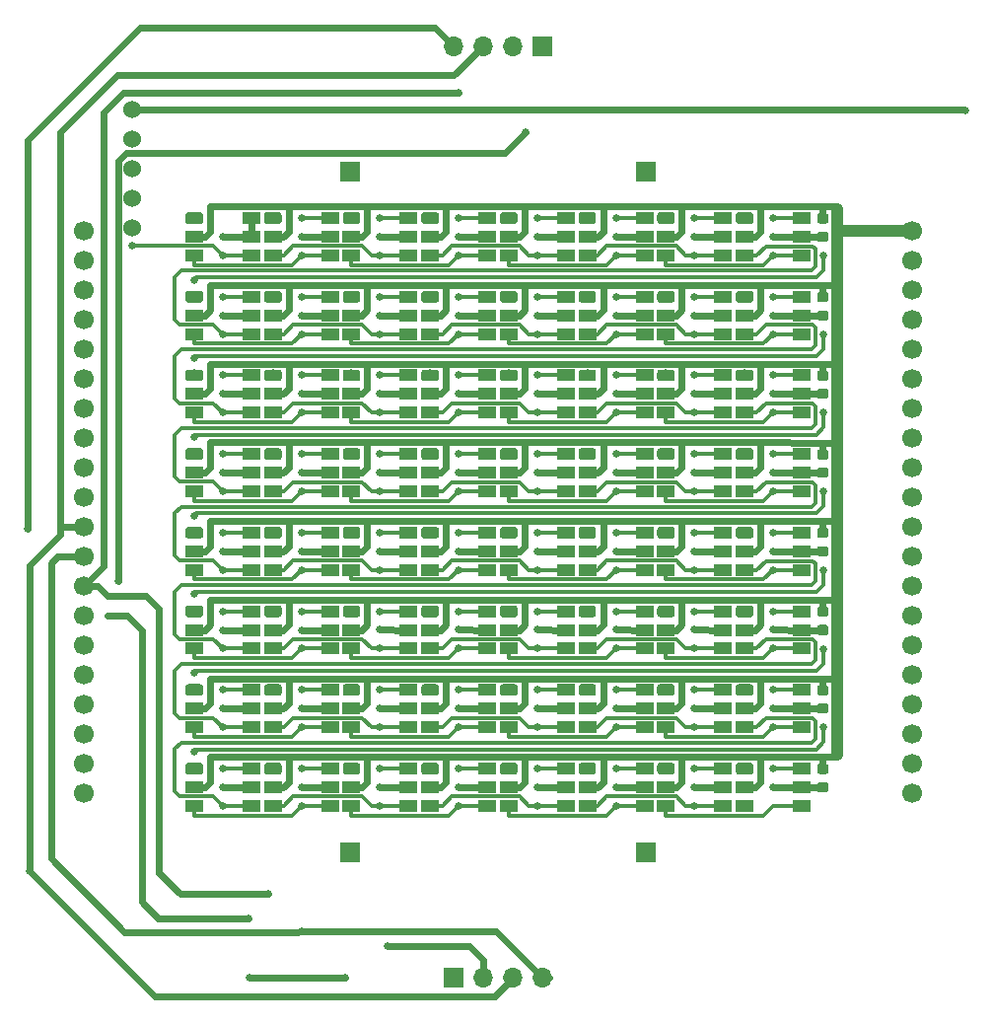
<source format=gtl>
G04 #@! TF.GenerationSoftware,KiCad,Pcbnew,(5.1.2-1)-1*
G04 #@! TF.CreationDate,2021-03-21T18:44:29-05:00*
G04 #@! TF.ProjectId,Core64 LM v0.2,436f7265-3634-4204-9c4d-2076302e322e,0.3*
G04 #@! TF.SameCoordinates,Original*
G04 #@! TF.FileFunction,Copper,L1,Top*
G04 #@! TF.FilePolarity,Positive*
%FSLAX46Y46*%
G04 Gerber Fmt 4.6, Leading zero omitted, Abs format (unit mm)*
G04 Created by KiCad (PCBNEW (5.1.2-1)-1) date 2021-03-21 18:44:29*
%MOMM*%
%LPD*%
G04 APERTURE LIST*
%ADD10C,0.100000*%
%ADD11C,1.000000*%
%ADD12R,1.500000X1.000000*%
%ADD13C,1.524000*%
%ADD14O,1.700000X1.700000*%
%ADD15R,1.700000X1.700000*%
%ADD16C,1.700000*%
%ADD17C,0.875000*%
%ADD18C,0.650000*%
%ADD19C,0.600000*%
%ADD20C,0.300000*%
%ADD21C,1.000000*%
G04 APERTURE END LIST*
D10*
G36*
X8199504Y5473796D02*
G01*
X8223773Y5470196D01*
X8247571Y5464235D01*
X8270671Y5455970D01*
X8292849Y5445480D01*
X8313893Y5432867D01*
X8333598Y5418253D01*
X8351777Y5401777D01*
X8368253Y5383598D01*
X8382867Y5363893D01*
X8395480Y5342849D01*
X8405970Y5320671D01*
X8414235Y5297571D01*
X8420196Y5273773D01*
X8423796Y5249504D01*
X8425000Y5225000D01*
X8425000Y4725000D01*
X8423796Y4700496D01*
X8420196Y4676227D01*
X8414235Y4652429D01*
X8405970Y4629329D01*
X8395480Y4607151D01*
X8382867Y4586107D01*
X8368253Y4566402D01*
X8351777Y4548223D01*
X8333598Y4531747D01*
X8313893Y4517133D01*
X8292849Y4504520D01*
X8270671Y4494030D01*
X8247571Y4485765D01*
X8223773Y4479804D01*
X8199504Y4476204D01*
X8175000Y4475000D01*
X7175000Y4475000D01*
X7150496Y4476204D01*
X7126227Y4479804D01*
X7102429Y4485765D01*
X7079329Y4494030D01*
X7057151Y4504520D01*
X7036107Y4517133D01*
X7016402Y4531747D01*
X6998223Y4548223D01*
X6981747Y4566402D01*
X6967133Y4586107D01*
X6954520Y4607151D01*
X6944030Y4629329D01*
X6935765Y4652429D01*
X6929804Y4676227D01*
X6926204Y4700496D01*
X6925000Y4725000D01*
X6925000Y5225000D01*
X6926204Y5249504D01*
X6929804Y5273773D01*
X6935765Y5297571D01*
X6944030Y5320671D01*
X6954520Y5342849D01*
X6967133Y5363893D01*
X6981747Y5383598D01*
X6998223Y5401777D01*
X7016402Y5418253D01*
X7036107Y5432867D01*
X7057151Y5445480D01*
X7079329Y5455970D01*
X7102429Y5464235D01*
X7126227Y5470196D01*
X7150496Y5473796D01*
X7175000Y5475000D01*
X8175000Y5475000D01*
X8199504Y5473796D01*
X8199504Y5473796D01*
G37*
D11*
X7675000Y4975000D03*
D12*
X7675000Y3375000D03*
X7675000Y1775000D03*
X12575000Y4975000D03*
X12575000Y3375000D03*
X12575000Y1775000D03*
D10*
G36*
X21699504Y25723796D02*
G01*
X21723773Y25720196D01*
X21747571Y25714235D01*
X21770671Y25705970D01*
X21792849Y25695480D01*
X21813893Y25682867D01*
X21833598Y25668253D01*
X21851777Y25651777D01*
X21868253Y25633598D01*
X21882867Y25613893D01*
X21895480Y25592849D01*
X21905970Y25570671D01*
X21914235Y25547571D01*
X21920196Y25523773D01*
X21923796Y25499504D01*
X21925000Y25475000D01*
X21925000Y24975000D01*
X21923796Y24950496D01*
X21920196Y24926227D01*
X21914235Y24902429D01*
X21905970Y24879329D01*
X21895480Y24857151D01*
X21882867Y24836107D01*
X21868253Y24816402D01*
X21851777Y24798223D01*
X21833598Y24781747D01*
X21813893Y24767133D01*
X21792849Y24754520D01*
X21770671Y24744030D01*
X21747571Y24735765D01*
X21723773Y24729804D01*
X21699504Y24726204D01*
X21675000Y24725000D01*
X20675000Y24725000D01*
X20650496Y24726204D01*
X20626227Y24729804D01*
X20602429Y24735765D01*
X20579329Y24744030D01*
X20557151Y24754520D01*
X20536107Y24767133D01*
X20516402Y24781747D01*
X20498223Y24798223D01*
X20481747Y24816402D01*
X20467133Y24836107D01*
X20454520Y24857151D01*
X20444030Y24879329D01*
X20435765Y24902429D01*
X20429804Y24926227D01*
X20426204Y24950496D01*
X20425000Y24975000D01*
X20425000Y25475000D01*
X20426204Y25499504D01*
X20429804Y25523773D01*
X20435765Y25547571D01*
X20444030Y25570671D01*
X20454520Y25592849D01*
X20467133Y25613893D01*
X20481747Y25633598D01*
X20498223Y25651777D01*
X20516402Y25668253D01*
X20536107Y25682867D01*
X20557151Y25695480D01*
X20579329Y25705970D01*
X20602429Y25714235D01*
X20626227Y25720196D01*
X20650496Y25723796D01*
X20675000Y25725000D01*
X21675000Y25725000D01*
X21699504Y25723796D01*
X21699504Y25723796D01*
G37*
D11*
X21175000Y25225000D03*
D12*
X21175000Y23625000D03*
X21175000Y22025000D03*
X26075000Y25225000D03*
X26075000Y23625000D03*
X26075000Y22025000D03*
D10*
G36*
X8199504Y25723796D02*
G01*
X8223773Y25720196D01*
X8247571Y25714235D01*
X8270671Y25705970D01*
X8292849Y25695480D01*
X8313893Y25682867D01*
X8333598Y25668253D01*
X8351777Y25651777D01*
X8368253Y25633598D01*
X8382867Y25613893D01*
X8395480Y25592849D01*
X8405970Y25570671D01*
X8414235Y25547571D01*
X8420196Y25523773D01*
X8423796Y25499504D01*
X8425000Y25475000D01*
X8425000Y24975000D01*
X8423796Y24950496D01*
X8420196Y24926227D01*
X8414235Y24902429D01*
X8405970Y24879329D01*
X8395480Y24857151D01*
X8382867Y24836107D01*
X8368253Y24816402D01*
X8351777Y24798223D01*
X8333598Y24781747D01*
X8313893Y24767133D01*
X8292849Y24754520D01*
X8270671Y24744030D01*
X8247571Y24735765D01*
X8223773Y24729804D01*
X8199504Y24726204D01*
X8175000Y24725000D01*
X7175000Y24725000D01*
X7150496Y24726204D01*
X7126227Y24729804D01*
X7102429Y24735765D01*
X7079329Y24744030D01*
X7057151Y24754520D01*
X7036107Y24767133D01*
X7016402Y24781747D01*
X6998223Y24798223D01*
X6981747Y24816402D01*
X6967133Y24836107D01*
X6954520Y24857151D01*
X6944030Y24879329D01*
X6935765Y24902429D01*
X6929804Y24926227D01*
X6926204Y24950496D01*
X6925000Y24975000D01*
X6925000Y25475000D01*
X6926204Y25499504D01*
X6929804Y25523773D01*
X6935765Y25547571D01*
X6944030Y25570671D01*
X6954520Y25592849D01*
X6967133Y25613893D01*
X6981747Y25633598D01*
X6998223Y25651777D01*
X7016402Y25668253D01*
X7036107Y25682867D01*
X7057151Y25695480D01*
X7079329Y25705970D01*
X7102429Y25714235D01*
X7126227Y25720196D01*
X7150496Y25723796D01*
X7175000Y25725000D01*
X8175000Y25725000D01*
X8199504Y25723796D01*
X8199504Y25723796D01*
G37*
D11*
X7675000Y25225000D03*
D12*
X7675000Y23625000D03*
X7675000Y22025000D03*
X12575000Y25225000D03*
X12575000Y23625000D03*
X12575000Y22025000D03*
D10*
G36*
X1449504Y25723796D02*
G01*
X1473773Y25720196D01*
X1497571Y25714235D01*
X1520671Y25705970D01*
X1542849Y25695480D01*
X1563893Y25682867D01*
X1583598Y25668253D01*
X1601777Y25651777D01*
X1618253Y25633598D01*
X1632867Y25613893D01*
X1645480Y25592849D01*
X1655970Y25570671D01*
X1664235Y25547571D01*
X1670196Y25523773D01*
X1673796Y25499504D01*
X1675000Y25475000D01*
X1675000Y24975000D01*
X1673796Y24950496D01*
X1670196Y24926227D01*
X1664235Y24902429D01*
X1655970Y24879329D01*
X1645480Y24857151D01*
X1632867Y24836107D01*
X1618253Y24816402D01*
X1601777Y24798223D01*
X1583598Y24781747D01*
X1563893Y24767133D01*
X1542849Y24754520D01*
X1520671Y24744030D01*
X1497571Y24735765D01*
X1473773Y24729804D01*
X1449504Y24726204D01*
X1425000Y24725000D01*
X425000Y24725000D01*
X400496Y24726204D01*
X376227Y24729804D01*
X352429Y24735765D01*
X329329Y24744030D01*
X307151Y24754520D01*
X286107Y24767133D01*
X266402Y24781747D01*
X248223Y24798223D01*
X231747Y24816402D01*
X217133Y24836107D01*
X204520Y24857151D01*
X194030Y24879329D01*
X185765Y24902429D01*
X179804Y24926227D01*
X176204Y24950496D01*
X175000Y24975000D01*
X175000Y25475000D01*
X176204Y25499504D01*
X179804Y25523773D01*
X185765Y25547571D01*
X194030Y25570671D01*
X204520Y25592849D01*
X217133Y25613893D01*
X231747Y25633598D01*
X248223Y25651777D01*
X266402Y25668253D01*
X286107Y25682867D01*
X307151Y25695480D01*
X329329Y25705970D01*
X352429Y25714235D01*
X376227Y25720196D01*
X400496Y25723796D01*
X425000Y25725000D01*
X1425000Y25725000D01*
X1449504Y25723796D01*
X1449504Y25723796D01*
G37*
D11*
X925000Y25225000D03*
D12*
X925000Y23625000D03*
X925000Y22025000D03*
X5825000Y25225000D03*
X5825000Y23625000D03*
X5825000Y22025000D03*
D10*
G36*
X-5300496Y-14776204D02*
G01*
X-5276227Y-14779804D01*
X-5252429Y-14785765D01*
X-5229329Y-14794030D01*
X-5207151Y-14804520D01*
X-5186107Y-14817133D01*
X-5166402Y-14831747D01*
X-5148223Y-14848223D01*
X-5131747Y-14866402D01*
X-5117133Y-14886107D01*
X-5104520Y-14907151D01*
X-5094030Y-14929329D01*
X-5085765Y-14952429D01*
X-5079804Y-14976227D01*
X-5076204Y-15000496D01*
X-5075000Y-15025000D01*
X-5075000Y-15525000D01*
X-5076204Y-15549504D01*
X-5079804Y-15573773D01*
X-5085765Y-15597571D01*
X-5094030Y-15620671D01*
X-5104520Y-15642849D01*
X-5117133Y-15663893D01*
X-5131747Y-15683598D01*
X-5148223Y-15701777D01*
X-5166402Y-15718253D01*
X-5186107Y-15732867D01*
X-5207151Y-15745480D01*
X-5229329Y-15755970D01*
X-5252429Y-15764235D01*
X-5276227Y-15770196D01*
X-5300496Y-15773796D01*
X-5325000Y-15775000D01*
X-6325000Y-15775000D01*
X-6349504Y-15773796D01*
X-6373773Y-15770196D01*
X-6397571Y-15764235D01*
X-6420671Y-15755970D01*
X-6442849Y-15745480D01*
X-6463893Y-15732867D01*
X-6483598Y-15718253D01*
X-6501777Y-15701777D01*
X-6518253Y-15683598D01*
X-6532867Y-15663893D01*
X-6545480Y-15642849D01*
X-6555970Y-15620671D01*
X-6564235Y-15597571D01*
X-6570196Y-15573773D01*
X-6573796Y-15549504D01*
X-6575000Y-15525000D01*
X-6575000Y-15025000D01*
X-6573796Y-15000496D01*
X-6570196Y-14976227D01*
X-6564235Y-14952429D01*
X-6555970Y-14929329D01*
X-6545480Y-14907151D01*
X-6532867Y-14886107D01*
X-6518253Y-14866402D01*
X-6501777Y-14848223D01*
X-6483598Y-14831747D01*
X-6463893Y-14817133D01*
X-6442849Y-14804520D01*
X-6420671Y-14794030D01*
X-6397571Y-14785765D01*
X-6373773Y-14779804D01*
X-6349504Y-14776204D01*
X-6325000Y-14775000D01*
X-5325000Y-14775000D01*
X-5300496Y-14776204D01*
X-5300496Y-14776204D01*
G37*
D11*
X-5825000Y-15275000D03*
D12*
X-5825000Y-16875000D03*
X-5825000Y-18475000D03*
X-925000Y-15275000D03*
X-925000Y-16875000D03*
X-925000Y-18475000D03*
D10*
G36*
X-12050496Y25723796D02*
G01*
X-12026227Y25720196D01*
X-12002429Y25714235D01*
X-11979329Y25705970D01*
X-11957151Y25695480D01*
X-11936107Y25682867D01*
X-11916402Y25668253D01*
X-11898223Y25651777D01*
X-11881747Y25633598D01*
X-11867133Y25613893D01*
X-11854520Y25592849D01*
X-11844030Y25570671D01*
X-11835765Y25547571D01*
X-11829804Y25523773D01*
X-11826204Y25499504D01*
X-11825000Y25475000D01*
X-11825000Y24975000D01*
X-11826204Y24950496D01*
X-11829804Y24926227D01*
X-11835765Y24902429D01*
X-11844030Y24879329D01*
X-11854520Y24857151D01*
X-11867133Y24836107D01*
X-11881747Y24816402D01*
X-11898223Y24798223D01*
X-11916402Y24781747D01*
X-11936107Y24767133D01*
X-11957151Y24754520D01*
X-11979329Y24744030D01*
X-12002429Y24735765D01*
X-12026227Y24729804D01*
X-12050496Y24726204D01*
X-12075000Y24725000D01*
X-13075000Y24725000D01*
X-13099504Y24726204D01*
X-13123773Y24729804D01*
X-13147571Y24735765D01*
X-13170671Y24744030D01*
X-13192849Y24754520D01*
X-13213893Y24767133D01*
X-13233598Y24781747D01*
X-13251777Y24798223D01*
X-13268253Y24816402D01*
X-13282867Y24836107D01*
X-13295480Y24857151D01*
X-13305970Y24879329D01*
X-13314235Y24902429D01*
X-13320196Y24926227D01*
X-13323796Y24950496D01*
X-13325000Y24975000D01*
X-13325000Y25475000D01*
X-13323796Y25499504D01*
X-13320196Y25523773D01*
X-13314235Y25547571D01*
X-13305970Y25570671D01*
X-13295480Y25592849D01*
X-13282867Y25613893D01*
X-13268253Y25633598D01*
X-13251777Y25651777D01*
X-13233598Y25668253D01*
X-13213893Y25682867D01*
X-13192849Y25695480D01*
X-13170671Y25705970D01*
X-13147571Y25714235D01*
X-13123773Y25720196D01*
X-13099504Y25723796D01*
X-13075000Y25725000D01*
X-12075000Y25725000D01*
X-12050496Y25723796D01*
X-12050496Y25723796D01*
G37*
D11*
X-12575000Y25225000D03*
D12*
X-12575000Y23625000D03*
X-12575000Y22025000D03*
X-7675000Y25225000D03*
X-7675000Y23625000D03*
X-7675000Y22025000D03*
D10*
G36*
X-5300496Y25723796D02*
G01*
X-5276227Y25720196D01*
X-5252429Y25714235D01*
X-5229329Y25705970D01*
X-5207151Y25695480D01*
X-5186107Y25682867D01*
X-5166402Y25668253D01*
X-5148223Y25651777D01*
X-5131747Y25633598D01*
X-5117133Y25613893D01*
X-5104520Y25592849D01*
X-5094030Y25570671D01*
X-5085765Y25547571D01*
X-5079804Y25523773D01*
X-5076204Y25499504D01*
X-5075000Y25475000D01*
X-5075000Y24975000D01*
X-5076204Y24950496D01*
X-5079804Y24926227D01*
X-5085765Y24902429D01*
X-5094030Y24879329D01*
X-5104520Y24857151D01*
X-5117133Y24836107D01*
X-5131747Y24816402D01*
X-5148223Y24798223D01*
X-5166402Y24781747D01*
X-5186107Y24767133D01*
X-5207151Y24754520D01*
X-5229329Y24744030D01*
X-5252429Y24735765D01*
X-5276227Y24729804D01*
X-5300496Y24726204D01*
X-5325000Y24725000D01*
X-6325000Y24725000D01*
X-6349504Y24726204D01*
X-6373773Y24729804D01*
X-6397571Y24735765D01*
X-6420671Y24744030D01*
X-6442849Y24754520D01*
X-6463893Y24767133D01*
X-6483598Y24781747D01*
X-6501777Y24798223D01*
X-6518253Y24816402D01*
X-6532867Y24836107D01*
X-6545480Y24857151D01*
X-6555970Y24879329D01*
X-6564235Y24902429D01*
X-6570196Y24926227D01*
X-6573796Y24950496D01*
X-6575000Y24975000D01*
X-6575000Y25475000D01*
X-6573796Y25499504D01*
X-6570196Y25523773D01*
X-6564235Y25547571D01*
X-6555970Y25570671D01*
X-6545480Y25592849D01*
X-6532867Y25613893D01*
X-6518253Y25633598D01*
X-6501777Y25651777D01*
X-6483598Y25668253D01*
X-6463893Y25682867D01*
X-6442849Y25695480D01*
X-6420671Y25705970D01*
X-6397571Y25714235D01*
X-6373773Y25720196D01*
X-6349504Y25723796D01*
X-6325000Y25725000D01*
X-5325000Y25725000D01*
X-5300496Y25723796D01*
X-5300496Y25723796D01*
G37*
D11*
X-5825000Y25225000D03*
D12*
X-5825000Y23625000D03*
X-5825000Y22025000D03*
X-925000Y25225000D03*
X-925000Y23625000D03*
X-925000Y22025000D03*
D10*
G36*
X-18800496Y25723796D02*
G01*
X-18776227Y25720196D01*
X-18752429Y25714235D01*
X-18729329Y25705970D01*
X-18707151Y25695480D01*
X-18686107Y25682867D01*
X-18666402Y25668253D01*
X-18648223Y25651777D01*
X-18631747Y25633598D01*
X-18617133Y25613893D01*
X-18604520Y25592849D01*
X-18594030Y25570671D01*
X-18585765Y25547571D01*
X-18579804Y25523773D01*
X-18576204Y25499504D01*
X-18575000Y25475000D01*
X-18575000Y24975000D01*
X-18576204Y24950496D01*
X-18579804Y24926227D01*
X-18585765Y24902429D01*
X-18594030Y24879329D01*
X-18604520Y24857151D01*
X-18617133Y24836107D01*
X-18631747Y24816402D01*
X-18648223Y24798223D01*
X-18666402Y24781747D01*
X-18686107Y24767133D01*
X-18707151Y24754520D01*
X-18729329Y24744030D01*
X-18752429Y24735765D01*
X-18776227Y24729804D01*
X-18800496Y24726204D01*
X-18825000Y24725000D01*
X-19825000Y24725000D01*
X-19849504Y24726204D01*
X-19873773Y24729804D01*
X-19897571Y24735765D01*
X-19920671Y24744030D01*
X-19942849Y24754520D01*
X-19963893Y24767133D01*
X-19983598Y24781747D01*
X-20001777Y24798223D01*
X-20018253Y24816402D01*
X-20032867Y24836107D01*
X-20045480Y24857151D01*
X-20055970Y24879329D01*
X-20064235Y24902429D01*
X-20070196Y24926227D01*
X-20073796Y24950496D01*
X-20075000Y24975000D01*
X-20075000Y25475000D01*
X-20073796Y25499504D01*
X-20070196Y25523773D01*
X-20064235Y25547571D01*
X-20055970Y25570671D01*
X-20045480Y25592849D01*
X-20032867Y25613893D01*
X-20018253Y25633598D01*
X-20001777Y25651777D01*
X-19983598Y25668253D01*
X-19963893Y25682867D01*
X-19942849Y25695480D01*
X-19920671Y25705970D01*
X-19897571Y25714235D01*
X-19873773Y25720196D01*
X-19849504Y25723796D01*
X-19825000Y25725000D01*
X-18825000Y25725000D01*
X-18800496Y25723796D01*
X-18800496Y25723796D01*
G37*
D11*
X-19325000Y25225000D03*
D12*
X-19325000Y23625000D03*
X-19325000Y22025000D03*
X-14425000Y25225000D03*
X-14425000Y23625000D03*
X-14425000Y22025000D03*
D10*
G36*
X-25550496Y25723796D02*
G01*
X-25526227Y25720196D01*
X-25502429Y25714235D01*
X-25479329Y25705970D01*
X-25457151Y25695480D01*
X-25436107Y25682867D01*
X-25416402Y25668253D01*
X-25398223Y25651777D01*
X-25381747Y25633598D01*
X-25367133Y25613893D01*
X-25354520Y25592849D01*
X-25344030Y25570671D01*
X-25335765Y25547571D01*
X-25329804Y25523773D01*
X-25326204Y25499504D01*
X-25325000Y25475000D01*
X-25325000Y24975000D01*
X-25326204Y24950496D01*
X-25329804Y24926227D01*
X-25335765Y24902429D01*
X-25344030Y24879329D01*
X-25354520Y24857151D01*
X-25367133Y24836107D01*
X-25381747Y24816402D01*
X-25398223Y24798223D01*
X-25416402Y24781747D01*
X-25436107Y24767133D01*
X-25457151Y24754520D01*
X-25479329Y24744030D01*
X-25502429Y24735765D01*
X-25526227Y24729804D01*
X-25550496Y24726204D01*
X-25575000Y24725000D01*
X-26575000Y24725000D01*
X-26599504Y24726204D01*
X-26623773Y24729804D01*
X-26647571Y24735765D01*
X-26670671Y24744030D01*
X-26692849Y24754520D01*
X-26713893Y24767133D01*
X-26733598Y24781747D01*
X-26751777Y24798223D01*
X-26768253Y24816402D01*
X-26782867Y24836107D01*
X-26795480Y24857151D01*
X-26805970Y24879329D01*
X-26814235Y24902429D01*
X-26820196Y24926227D01*
X-26823796Y24950496D01*
X-26825000Y24975000D01*
X-26825000Y25475000D01*
X-26823796Y25499504D01*
X-26820196Y25523773D01*
X-26814235Y25547571D01*
X-26805970Y25570671D01*
X-26795480Y25592849D01*
X-26782867Y25613893D01*
X-26768253Y25633598D01*
X-26751777Y25651777D01*
X-26733598Y25668253D01*
X-26713893Y25682867D01*
X-26692849Y25695480D01*
X-26670671Y25705970D01*
X-26647571Y25714235D01*
X-26623773Y25720196D01*
X-26599504Y25723796D01*
X-26575000Y25725000D01*
X-25575000Y25725000D01*
X-25550496Y25723796D01*
X-25550496Y25723796D01*
G37*
D11*
X-26075000Y25225000D03*
D12*
X-26075000Y23625000D03*
X-26075000Y22025000D03*
X-21175000Y25225000D03*
X-21175000Y23625000D03*
X-21175000Y22025000D03*
D10*
G36*
X-18800496Y18973796D02*
G01*
X-18776227Y18970196D01*
X-18752429Y18964235D01*
X-18729329Y18955970D01*
X-18707151Y18945480D01*
X-18686107Y18932867D01*
X-18666402Y18918253D01*
X-18648223Y18901777D01*
X-18631747Y18883598D01*
X-18617133Y18863893D01*
X-18604520Y18842849D01*
X-18594030Y18820671D01*
X-18585765Y18797571D01*
X-18579804Y18773773D01*
X-18576204Y18749504D01*
X-18575000Y18725000D01*
X-18575000Y18225000D01*
X-18576204Y18200496D01*
X-18579804Y18176227D01*
X-18585765Y18152429D01*
X-18594030Y18129329D01*
X-18604520Y18107151D01*
X-18617133Y18086107D01*
X-18631747Y18066402D01*
X-18648223Y18048223D01*
X-18666402Y18031747D01*
X-18686107Y18017133D01*
X-18707151Y18004520D01*
X-18729329Y17994030D01*
X-18752429Y17985765D01*
X-18776227Y17979804D01*
X-18800496Y17976204D01*
X-18825000Y17975000D01*
X-19825000Y17975000D01*
X-19849504Y17976204D01*
X-19873773Y17979804D01*
X-19897571Y17985765D01*
X-19920671Y17994030D01*
X-19942849Y18004520D01*
X-19963893Y18017133D01*
X-19983598Y18031747D01*
X-20001777Y18048223D01*
X-20018253Y18066402D01*
X-20032867Y18086107D01*
X-20045480Y18107151D01*
X-20055970Y18129329D01*
X-20064235Y18152429D01*
X-20070196Y18176227D01*
X-20073796Y18200496D01*
X-20075000Y18225000D01*
X-20075000Y18725000D01*
X-20073796Y18749504D01*
X-20070196Y18773773D01*
X-20064235Y18797571D01*
X-20055970Y18820671D01*
X-20045480Y18842849D01*
X-20032867Y18863893D01*
X-20018253Y18883598D01*
X-20001777Y18901777D01*
X-19983598Y18918253D01*
X-19963893Y18932867D01*
X-19942849Y18945480D01*
X-19920671Y18955970D01*
X-19897571Y18964235D01*
X-19873773Y18970196D01*
X-19849504Y18973796D01*
X-19825000Y18975000D01*
X-18825000Y18975000D01*
X-18800496Y18973796D01*
X-18800496Y18973796D01*
G37*
D11*
X-19325000Y18475000D03*
D12*
X-19325000Y16875000D03*
X-19325000Y15275000D03*
X-14425000Y18475000D03*
X-14425000Y16875000D03*
X-14425000Y15275000D03*
D10*
G36*
X-12050496Y18973796D02*
G01*
X-12026227Y18970196D01*
X-12002429Y18964235D01*
X-11979329Y18955970D01*
X-11957151Y18945480D01*
X-11936107Y18932867D01*
X-11916402Y18918253D01*
X-11898223Y18901777D01*
X-11881747Y18883598D01*
X-11867133Y18863893D01*
X-11854520Y18842849D01*
X-11844030Y18820671D01*
X-11835765Y18797571D01*
X-11829804Y18773773D01*
X-11826204Y18749504D01*
X-11825000Y18725000D01*
X-11825000Y18225000D01*
X-11826204Y18200496D01*
X-11829804Y18176227D01*
X-11835765Y18152429D01*
X-11844030Y18129329D01*
X-11854520Y18107151D01*
X-11867133Y18086107D01*
X-11881747Y18066402D01*
X-11898223Y18048223D01*
X-11916402Y18031747D01*
X-11936107Y18017133D01*
X-11957151Y18004520D01*
X-11979329Y17994030D01*
X-12002429Y17985765D01*
X-12026227Y17979804D01*
X-12050496Y17976204D01*
X-12075000Y17975000D01*
X-13075000Y17975000D01*
X-13099504Y17976204D01*
X-13123773Y17979804D01*
X-13147571Y17985765D01*
X-13170671Y17994030D01*
X-13192849Y18004520D01*
X-13213893Y18017133D01*
X-13233598Y18031747D01*
X-13251777Y18048223D01*
X-13268253Y18066402D01*
X-13282867Y18086107D01*
X-13295480Y18107151D01*
X-13305970Y18129329D01*
X-13314235Y18152429D01*
X-13320196Y18176227D01*
X-13323796Y18200496D01*
X-13325000Y18225000D01*
X-13325000Y18725000D01*
X-13323796Y18749504D01*
X-13320196Y18773773D01*
X-13314235Y18797571D01*
X-13305970Y18820671D01*
X-13295480Y18842849D01*
X-13282867Y18863893D01*
X-13268253Y18883598D01*
X-13251777Y18901777D01*
X-13233598Y18918253D01*
X-13213893Y18932867D01*
X-13192849Y18945480D01*
X-13170671Y18955970D01*
X-13147571Y18964235D01*
X-13123773Y18970196D01*
X-13099504Y18973796D01*
X-13075000Y18975000D01*
X-12075000Y18975000D01*
X-12050496Y18973796D01*
X-12050496Y18973796D01*
G37*
D11*
X-12575000Y18475000D03*
D12*
X-12575000Y16875000D03*
X-12575000Y15275000D03*
X-7675000Y18475000D03*
X-7675000Y16875000D03*
X-7675000Y15275000D03*
D10*
G36*
X-5300496Y18973796D02*
G01*
X-5276227Y18970196D01*
X-5252429Y18964235D01*
X-5229329Y18955970D01*
X-5207151Y18945480D01*
X-5186107Y18932867D01*
X-5166402Y18918253D01*
X-5148223Y18901777D01*
X-5131747Y18883598D01*
X-5117133Y18863893D01*
X-5104520Y18842849D01*
X-5094030Y18820671D01*
X-5085765Y18797571D01*
X-5079804Y18773773D01*
X-5076204Y18749504D01*
X-5075000Y18725000D01*
X-5075000Y18225000D01*
X-5076204Y18200496D01*
X-5079804Y18176227D01*
X-5085765Y18152429D01*
X-5094030Y18129329D01*
X-5104520Y18107151D01*
X-5117133Y18086107D01*
X-5131747Y18066402D01*
X-5148223Y18048223D01*
X-5166402Y18031747D01*
X-5186107Y18017133D01*
X-5207151Y18004520D01*
X-5229329Y17994030D01*
X-5252429Y17985765D01*
X-5276227Y17979804D01*
X-5300496Y17976204D01*
X-5325000Y17975000D01*
X-6325000Y17975000D01*
X-6349504Y17976204D01*
X-6373773Y17979804D01*
X-6397571Y17985765D01*
X-6420671Y17994030D01*
X-6442849Y18004520D01*
X-6463893Y18017133D01*
X-6483598Y18031747D01*
X-6501777Y18048223D01*
X-6518253Y18066402D01*
X-6532867Y18086107D01*
X-6545480Y18107151D01*
X-6555970Y18129329D01*
X-6564235Y18152429D01*
X-6570196Y18176227D01*
X-6573796Y18200496D01*
X-6575000Y18225000D01*
X-6575000Y18725000D01*
X-6573796Y18749504D01*
X-6570196Y18773773D01*
X-6564235Y18797571D01*
X-6555970Y18820671D01*
X-6545480Y18842849D01*
X-6532867Y18863893D01*
X-6518253Y18883598D01*
X-6501777Y18901777D01*
X-6483598Y18918253D01*
X-6463893Y18932867D01*
X-6442849Y18945480D01*
X-6420671Y18955970D01*
X-6397571Y18964235D01*
X-6373773Y18970196D01*
X-6349504Y18973796D01*
X-6325000Y18975000D01*
X-5325000Y18975000D01*
X-5300496Y18973796D01*
X-5300496Y18973796D01*
G37*
D11*
X-5825000Y18475000D03*
D12*
X-5825000Y16875000D03*
X-5825000Y15275000D03*
X-925000Y18475000D03*
X-925000Y16875000D03*
X-925000Y15275000D03*
D10*
G36*
X-25550496Y18973796D02*
G01*
X-25526227Y18970196D01*
X-25502429Y18964235D01*
X-25479329Y18955970D01*
X-25457151Y18945480D01*
X-25436107Y18932867D01*
X-25416402Y18918253D01*
X-25398223Y18901777D01*
X-25381747Y18883598D01*
X-25367133Y18863893D01*
X-25354520Y18842849D01*
X-25344030Y18820671D01*
X-25335765Y18797571D01*
X-25329804Y18773773D01*
X-25326204Y18749504D01*
X-25325000Y18725000D01*
X-25325000Y18225000D01*
X-25326204Y18200496D01*
X-25329804Y18176227D01*
X-25335765Y18152429D01*
X-25344030Y18129329D01*
X-25354520Y18107151D01*
X-25367133Y18086107D01*
X-25381747Y18066402D01*
X-25398223Y18048223D01*
X-25416402Y18031747D01*
X-25436107Y18017133D01*
X-25457151Y18004520D01*
X-25479329Y17994030D01*
X-25502429Y17985765D01*
X-25526227Y17979804D01*
X-25550496Y17976204D01*
X-25575000Y17975000D01*
X-26575000Y17975000D01*
X-26599504Y17976204D01*
X-26623773Y17979804D01*
X-26647571Y17985765D01*
X-26670671Y17994030D01*
X-26692849Y18004520D01*
X-26713893Y18017133D01*
X-26733598Y18031747D01*
X-26751777Y18048223D01*
X-26768253Y18066402D01*
X-26782867Y18086107D01*
X-26795480Y18107151D01*
X-26805970Y18129329D01*
X-26814235Y18152429D01*
X-26820196Y18176227D01*
X-26823796Y18200496D01*
X-26825000Y18225000D01*
X-26825000Y18725000D01*
X-26823796Y18749504D01*
X-26820196Y18773773D01*
X-26814235Y18797571D01*
X-26805970Y18820671D01*
X-26795480Y18842849D01*
X-26782867Y18863893D01*
X-26768253Y18883598D01*
X-26751777Y18901777D01*
X-26733598Y18918253D01*
X-26713893Y18932867D01*
X-26692849Y18945480D01*
X-26670671Y18955970D01*
X-26647571Y18964235D01*
X-26623773Y18970196D01*
X-26599504Y18973796D01*
X-26575000Y18975000D01*
X-25575000Y18975000D01*
X-25550496Y18973796D01*
X-25550496Y18973796D01*
G37*
D11*
X-26075000Y18475000D03*
D12*
X-26075000Y16875000D03*
X-26075000Y15275000D03*
X-21175000Y18475000D03*
X-21175000Y16875000D03*
X-21175000Y15275000D03*
D10*
G36*
X14949504Y18973796D02*
G01*
X14973773Y18970196D01*
X14997571Y18964235D01*
X15020671Y18955970D01*
X15042849Y18945480D01*
X15063893Y18932867D01*
X15083598Y18918253D01*
X15101777Y18901777D01*
X15118253Y18883598D01*
X15132867Y18863893D01*
X15145480Y18842849D01*
X15155970Y18820671D01*
X15164235Y18797571D01*
X15170196Y18773773D01*
X15173796Y18749504D01*
X15175000Y18725000D01*
X15175000Y18225000D01*
X15173796Y18200496D01*
X15170196Y18176227D01*
X15164235Y18152429D01*
X15155970Y18129329D01*
X15145480Y18107151D01*
X15132867Y18086107D01*
X15118253Y18066402D01*
X15101777Y18048223D01*
X15083598Y18031747D01*
X15063893Y18017133D01*
X15042849Y18004520D01*
X15020671Y17994030D01*
X14997571Y17985765D01*
X14973773Y17979804D01*
X14949504Y17976204D01*
X14925000Y17975000D01*
X13925000Y17975000D01*
X13900496Y17976204D01*
X13876227Y17979804D01*
X13852429Y17985765D01*
X13829329Y17994030D01*
X13807151Y18004520D01*
X13786107Y18017133D01*
X13766402Y18031747D01*
X13748223Y18048223D01*
X13731747Y18066402D01*
X13717133Y18086107D01*
X13704520Y18107151D01*
X13694030Y18129329D01*
X13685765Y18152429D01*
X13679804Y18176227D01*
X13676204Y18200496D01*
X13675000Y18225000D01*
X13675000Y18725000D01*
X13676204Y18749504D01*
X13679804Y18773773D01*
X13685765Y18797571D01*
X13694030Y18820671D01*
X13704520Y18842849D01*
X13717133Y18863893D01*
X13731747Y18883598D01*
X13748223Y18901777D01*
X13766402Y18918253D01*
X13786107Y18932867D01*
X13807151Y18945480D01*
X13829329Y18955970D01*
X13852429Y18964235D01*
X13876227Y18970196D01*
X13900496Y18973796D01*
X13925000Y18975000D01*
X14925000Y18975000D01*
X14949504Y18973796D01*
X14949504Y18973796D01*
G37*
D11*
X14425000Y18475000D03*
D12*
X14425000Y16875000D03*
X14425000Y15275000D03*
X19325000Y18475000D03*
X19325000Y16875000D03*
X19325000Y15275000D03*
D10*
G36*
X21699504Y12223796D02*
G01*
X21723773Y12220196D01*
X21747571Y12214235D01*
X21770671Y12205970D01*
X21792849Y12195480D01*
X21813893Y12182867D01*
X21833598Y12168253D01*
X21851777Y12151777D01*
X21868253Y12133598D01*
X21882867Y12113893D01*
X21895480Y12092849D01*
X21905970Y12070671D01*
X21914235Y12047571D01*
X21920196Y12023773D01*
X21923796Y11999504D01*
X21925000Y11975000D01*
X21925000Y11475000D01*
X21923796Y11450496D01*
X21920196Y11426227D01*
X21914235Y11402429D01*
X21905970Y11379329D01*
X21895480Y11357151D01*
X21882867Y11336107D01*
X21868253Y11316402D01*
X21851777Y11298223D01*
X21833598Y11281747D01*
X21813893Y11267133D01*
X21792849Y11254520D01*
X21770671Y11244030D01*
X21747571Y11235765D01*
X21723773Y11229804D01*
X21699504Y11226204D01*
X21675000Y11225000D01*
X20675000Y11225000D01*
X20650496Y11226204D01*
X20626227Y11229804D01*
X20602429Y11235765D01*
X20579329Y11244030D01*
X20557151Y11254520D01*
X20536107Y11267133D01*
X20516402Y11281747D01*
X20498223Y11298223D01*
X20481747Y11316402D01*
X20467133Y11336107D01*
X20454520Y11357151D01*
X20444030Y11379329D01*
X20435765Y11402429D01*
X20429804Y11426227D01*
X20426204Y11450496D01*
X20425000Y11475000D01*
X20425000Y11975000D01*
X20426204Y11999504D01*
X20429804Y12023773D01*
X20435765Y12047571D01*
X20444030Y12070671D01*
X20454520Y12092849D01*
X20467133Y12113893D01*
X20481747Y12133598D01*
X20498223Y12151777D01*
X20516402Y12168253D01*
X20536107Y12182867D01*
X20557151Y12195480D01*
X20579329Y12205970D01*
X20602429Y12214235D01*
X20626227Y12220196D01*
X20650496Y12223796D01*
X20675000Y12225000D01*
X21675000Y12225000D01*
X21699504Y12223796D01*
X21699504Y12223796D01*
G37*
D11*
X21175000Y11725000D03*
D12*
X21175000Y10125000D03*
X21175000Y8525000D03*
X26075000Y11725000D03*
X26075000Y10125000D03*
X26075000Y8525000D03*
D10*
G36*
X14949504Y25723796D02*
G01*
X14973773Y25720196D01*
X14997571Y25714235D01*
X15020671Y25705970D01*
X15042849Y25695480D01*
X15063893Y25682867D01*
X15083598Y25668253D01*
X15101777Y25651777D01*
X15118253Y25633598D01*
X15132867Y25613893D01*
X15145480Y25592849D01*
X15155970Y25570671D01*
X15164235Y25547571D01*
X15170196Y25523773D01*
X15173796Y25499504D01*
X15175000Y25475000D01*
X15175000Y24975000D01*
X15173796Y24950496D01*
X15170196Y24926227D01*
X15164235Y24902429D01*
X15155970Y24879329D01*
X15145480Y24857151D01*
X15132867Y24836107D01*
X15118253Y24816402D01*
X15101777Y24798223D01*
X15083598Y24781747D01*
X15063893Y24767133D01*
X15042849Y24754520D01*
X15020671Y24744030D01*
X14997571Y24735765D01*
X14973773Y24729804D01*
X14949504Y24726204D01*
X14925000Y24725000D01*
X13925000Y24725000D01*
X13900496Y24726204D01*
X13876227Y24729804D01*
X13852429Y24735765D01*
X13829329Y24744030D01*
X13807151Y24754520D01*
X13786107Y24767133D01*
X13766402Y24781747D01*
X13748223Y24798223D01*
X13731747Y24816402D01*
X13717133Y24836107D01*
X13704520Y24857151D01*
X13694030Y24879329D01*
X13685765Y24902429D01*
X13679804Y24926227D01*
X13676204Y24950496D01*
X13675000Y24975000D01*
X13675000Y25475000D01*
X13676204Y25499504D01*
X13679804Y25523773D01*
X13685765Y25547571D01*
X13694030Y25570671D01*
X13704520Y25592849D01*
X13717133Y25613893D01*
X13731747Y25633598D01*
X13748223Y25651777D01*
X13766402Y25668253D01*
X13786107Y25682867D01*
X13807151Y25695480D01*
X13829329Y25705970D01*
X13852429Y25714235D01*
X13876227Y25720196D01*
X13900496Y25723796D01*
X13925000Y25725000D01*
X14925000Y25725000D01*
X14949504Y25723796D01*
X14949504Y25723796D01*
G37*
D11*
X14425000Y25225000D03*
D12*
X14425000Y23625000D03*
X14425000Y22025000D03*
X19325000Y25225000D03*
X19325000Y23625000D03*
X19325000Y22025000D03*
D10*
G36*
X1449504Y18973796D02*
G01*
X1473773Y18970196D01*
X1497571Y18964235D01*
X1520671Y18955970D01*
X1542849Y18945480D01*
X1563893Y18932867D01*
X1583598Y18918253D01*
X1601777Y18901777D01*
X1618253Y18883598D01*
X1632867Y18863893D01*
X1645480Y18842849D01*
X1655970Y18820671D01*
X1664235Y18797571D01*
X1670196Y18773773D01*
X1673796Y18749504D01*
X1675000Y18725000D01*
X1675000Y18225000D01*
X1673796Y18200496D01*
X1670196Y18176227D01*
X1664235Y18152429D01*
X1655970Y18129329D01*
X1645480Y18107151D01*
X1632867Y18086107D01*
X1618253Y18066402D01*
X1601777Y18048223D01*
X1583598Y18031747D01*
X1563893Y18017133D01*
X1542849Y18004520D01*
X1520671Y17994030D01*
X1497571Y17985765D01*
X1473773Y17979804D01*
X1449504Y17976204D01*
X1425000Y17975000D01*
X425000Y17975000D01*
X400496Y17976204D01*
X376227Y17979804D01*
X352429Y17985765D01*
X329329Y17994030D01*
X307151Y18004520D01*
X286107Y18017133D01*
X266402Y18031747D01*
X248223Y18048223D01*
X231747Y18066402D01*
X217133Y18086107D01*
X204520Y18107151D01*
X194030Y18129329D01*
X185765Y18152429D01*
X179804Y18176227D01*
X176204Y18200496D01*
X175000Y18225000D01*
X175000Y18725000D01*
X176204Y18749504D01*
X179804Y18773773D01*
X185765Y18797571D01*
X194030Y18820671D01*
X204520Y18842849D01*
X217133Y18863893D01*
X231747Y18883598D01*
X248223Y18901777D01*
X266402Y18918253D01*
X286107Y18932867D01*
X307151Y18945480D01*
X329329Y18955970D01*
X352429Y18964235D01*
X376227Y18970196D01*
X400496Y18973796D01*
X425000Y18975000D01*
X1425000Y18975000D01*
X1449504Y18973796D01*
X1449504Y18973796D01*
G37*
D11*
X925000Y18475000D03*
D12*
X925000Y16875000D03*
X925000Y15275000D03*
X5825000Y18475000D03*
X5825000Y16875000D03*
X5825000Y15275000D03*
D10*
G36*
X8199504Y18973796D02*
G01*
X8223773Y18970196D01*
X8247571Y18964235D01*
X8270671Y18955970D01*
X8292849Y18945480D01*
X8313893Y18932867D01*
X8333598Y18918253D01*
X8351777Y18901777D01*
X8368253Y18883598D01*
X8382867Y18863893D01*
X8395480Y18842849D01*
X8405970Y18820671D01*
X8414235Y18797571D01*
X8420196Y18773773D01*
X8423796Y18749504D01*
X8425000Y18725000D01*
X8425000Y18225000D01*
X8423796Y18200496D01*
X8420196Y18176227D01*
X8414235Y18152429D01*
X8405970Y18129329D01*
X8395480Y18107151D01*
X8382867Y18086107D01*
X8368253Y18066402D01*
X8351777Y18048223D01*
X8333598Y18031747D01*
X8313893Y18017133D01*
X8292849Y18004520D01*
X8270671Y17994030D01*
X8247571Y17985765D01*
X8223773Y17979804D01*
X8199504Y17976204D01*
X8175000Y17975000D01*
X7175000Y17975000D01*
X7150496Y17976204D01*
X7126227Y17979804D01*
X7102429Y17985765D01*
X7079329Y17994030D01*
X7057151Y18004520D01*
X7036107Y18017133D01*
X7016402Y18031747D01*
X6998223Y18048223D01*
X6981747Y18066402D01*
X6967133Y18086107D01*
X6954520Y18107151D01*
X6944030Y18129329D01*
X6935765Y18152429D01*
X6929804Y18176227D01*
X6926204Y18200496D01*
X6925000Y18225000D01*
X6925000Y18725000D01*
X6926204Y18749504D01*
X6929804Y18773773D01*
X6935765Y18797571D01*
X6944030Y18820671D01*
X6954520Y18842849D01*
X6967133Y18863893D01*
X6981747Y18883598D01*
X6998223Y18901777D01*
X7016402Y18918253D01*
X7036107Y18932867D01*
X7057151Y18945480D01*
X7079329Y18955970D01*
X7102429Y18964235D01*
X7126227Y18970196D01*
X7150496Y18973796D01*
X7175000Y18975000D01*
X8175000Y18975000D01*
X8199504Y18973796D01*
X8199504Y18973796D01*
G37*
D11*
X7675000Y18475000D03*
D12*
X7675000Y16875000D03*
X7675000Y15275000D03*
X12575000Y18475000D03*
X12575000Y16875000D03*
X12575000Y15275000D03*
D10*
G36*
X21699504Y18973796D02*
G01*
X21723773Y18970196D01*
X21747571Y18964235D01*
X21770671Y18955970D01*
X21792849Y18945480D01*
X21813893Y18932867D01*
X21833598Y18918253D01*
X21851777Y18901777D01*
X21868253Y18883598D01*
X21882867Y18863893D01*
X21895480Y18842849D01*
X21905970Y18820671D01*
X21914235Y18797571D01*
X21920196Y18773773D01*
X21923796Y18749504D01*
X21925000Y18725000D01*
X21925000Y18225000D01*
X21923796Y18200496D01*
X21920196Y18176227D01*
X21914235Y18152429D01*
X21905970Y18129329D01*
X21895480Y18107151D01*
X21882867Y18086107D01*
X21868253Y18066402D01*
X21851777Y18048223D01*
X21833598Y18031747D01*
X21813893Y18017133D01*
X21792849Y18004520D01*
X21770671Y17994030D01*
X21747571Y17985765D01*
X21723773Y17979804D01*
X21699504Y17976204D01*
X21675000Y17975000D01*
X20675000Y17975000D01*
X20650496Y17976204D01*
X20626227Y17979804D01*
X20602429Y17985765D01*
X20579329Y17994030D01*
X20557151Y18004520D01*
X20536107Y18017133D01*
X20516402Y18031747D01*
X20498223Y18048223D01*
X20481747Y18066402D01*
X20467133Y18086107D01*
X20454520Y18107151D01*
X20444030Y18129329D01*
X20435765Y18152429D01*
X20429804Y18176227D01*
X20426204Y18200496D01*
X20425000Y18225000D01*
X20425000Y18725000D01*
X20426204Y18749504D01*
X20429804Y18773773D01*
X20435765Y18797571D01*
X20444030Y18820671D01*
X20454520Y18842849D01*
X20467133Y18863893D01*
X20481747Y18883598D01*
X20498223Y18901777D01*
X20516402Y18918253D01*
X20536107Y18932867D01*
X20557151Y18945480D01*
X20579329Y18955970D01*
X20602429Y18964235D01*
X20626227Y18970196D01*
X20650496Y18973796D01*
X20675000Y18975000D01*
X21675000Y18975000D01*
X21699504Y18973796D01*
X21699504Y18973796D01*
G37*
D11*
X21175000Y18475000D03*
D12*
X21175000Y16875000D03*
X21175000Y15275000D03*
X26075000Y18475000D03*
X26075000Y16875000D03*
X26075000Y15275000D03*
D10*
G36*
X-25550496Y12223796D02*
G01*
X-25526227Y12220196D01*
X-25502429Y12214235D01*
X-25479329Y12205970D01*
X-25457151Y12195480D01*
X-25436107Y12182867D01*
X-25416402Y12168253D01*
X-25398223Y12151777D01*
X-25381747Y12133598D01*
X-25367133Y12113893D01*
X-25354520Y12092849D01*
X-25344030Y12070671D01*
X-25335765Y12047571D01*
X-25329804Y12023773D01*
X-25326204Y11999504D01*
X-25325000Y11975000D01*
X-25325000Y11475000D01*
X-25326204Y11450496D01*
X-25329804Y11426227D01*
X-25335765Y11402429D01*
X-25344030Y11379329D01*
X-25354520Y11357151D01*
X-25367133Y11336107D01*
X-25381747Y11316402D01*
X-25398223Y11298223D01*
X-25416402Y11281747D01*
X-25436107Y11267133D01*
X-25457151Y11254520D01*
X-25479329Y11244030D01*
X-25502429Y11235765D01*
X-25526227Y11229804D01*
X-25550496Y11226204D01*
X-25575000Y11225000D01*
X-26575000Y11225000D01*
X-26599504Y11226204D01*
X-26623773Y11229804D01*
X-26647571Y11235765D01*
X-26670671Y11244030D01*
X-26692849Y11254520D01*
X-26713893Y11267133D01*
X-26733598Y11281747D01*
X-26751777Y11298223D01*
X-26768253Y11316402D01*
X-26782867Y11336107D01*
X-26795480Y11357151D01*
X-26805970Y11379329D01*
X-26814235Y11402429D01*
X-26820196Y11426227D01*
X-26823796Y11450496D01*
X-26825000Y11475000D01*
X-26825000Y11975000D01*
X-26823796Y11999504D01*
X-26820196Y12023773D01*
X-26814235Y12047571D01*
X-26805970Y12070671D01*
X-26795480Y12092849D01*
X-26782867Y12113893D01*
X-26768253Y12133598D01*
X-26751777Y12151777D01*
X-26733598Y12168253D01*
X-26713893Y12182867D01*
X-26692849Y12195480D01*
X-26670671Y12205970D01*
X-26647571Y12214235D01*
X-26623773Y12220196D01*
X-26599504Y12223796D01*
X-26575000Y12225000D01*
X-25575000Y12225000D01*
X-25550496Y12223796D01*
X-25550496Y12223796D01*
G37*
D11*
X-26075000Y11725000D03*
D12*
X-26075000Y10125000D03*
X-26075000Y8525000D03*
X-21175000Y11725000D03*
X-21175000Y10125000D03*
X-21175000Y8525000D03*
D10*
G36*
X-18800496Y12223796D02*
G01*
X-18776227Y12220196D01*
X-18752429Y12214235D01*
X-18729329Y12205970D01*
X-18707151Y12195480D01*
X-18686107Y12182867D01*
X-18666402Y12168253D01*
X-18648223Y12151777D01*
X-18631747Y12133598D01*
X-18617133Y12113893D01*
X-18604520Y12092849D01*
X-18594030Y12070671D01*
X-18585765Y12047571D01*
X-18579804Y12023773D01*
X-18576204Y11999504D01*
X-18575000Y11975000D01*
X-18575000Y11475000D01*
X-18576204Y11450496D01*
X-18579804Y11426227D01*
X-18585765Y11402429D01*
X-18594030Y11379329D01*
X-18604520Y11357151D01*
X-18617133Y11336107D01*
X-18631747Y11316402D01*
X-18648223Y11298223D01*
X-18666402Y11281747D01*
X-18686107Y11267133D01*
X-18707151Y11254520D01*
X-18729329Y11244030D01*
X-18752429Y11235765D01*
X-18776227Y11229804D01*
X-18800496Y11226204D01*
X-18825000Y11225000D01*
X-19825000Y11225000D01*
X-19849504Y11226204D01*
X-19873773Y11229804D01*
X-19897571Y11235765D01*
X-19920671Y11244030D01*
X-19942849Y11254520D01*
X-19963893Y11267133D01*
X-19983598Y11281747D01*
X-20001777Y11298223D01*
X-20018253Y11316402D01*
X-20032867Y11336107D01*
X-20045480Y11357151D01*
X-20055970Y11379329D01*
X-20064235Y11402429D01*
X-20070196Y11426227D01*
X-20073796Y11450496D01*
X-20075000Y11475000D01*
X-20075000Y11975000D01*
X-20073796Y11999504D01*
X-20070196Y12023773D01*
X-20064235Y12047571D01*
X-20055970Y12070671D01*
X-20045480Y12092849D01*
X-20032867Y12113893D01*
X-20018253Y12133598D01*
X-20001777Y12151777D01*
X-19983598Y12168253D01*
X-19963893Y12182867D01*
X-19942849Y12195480D01*
X-19920671Y12205970D01*
X-19897571Y12214235D01*
X-19873773Y12220196D01*
X-19849504Y12223796D01*
X-19825000Y12225000D01*
X-18825000Y12225000D01*
X-18800496Y12223796D01*
X-18800496Y12223796D01*
G37*
D11*
X-19325000Y11725000D03*
D12*
X-19325000Y10125000D03*
X-19325000Y8525000D03*
X-14425000Y11725000D03*
X-14425000Y10125000D03*
X-14425000Y8525000D03*
D10*
G36*
X-12050496Y12223796D02*
G01*
X-12026227Y12220196D01*
X-12002429Y12214235D01*
X-11979329Y12205970D01*
X-11957151Y12195480D01*
X-11936107Y12182867D01*
X-11916402Y12168253D01*
X-11898223Y12151777D01*
X-11881747Y12133598D01*
X-11867133Y12113893D01*
X-11854520Y12092849D01*
X-11844030Y12070671D01*
X-11835765Y12047571D01*
X-11829804Y12023773D01*
X-11826204Y11999504D01*
X-11825000Y11975000D01*
X-11825000Y11475000D01*
X-11826204Y11450496D01*
X-11829804Y11426227D01*
X-11835765Y11402429D01*
X-11844030Y11379329D01*
X-11854520Y11357151D01*
X-11867133Y11336107D01*
X-11881747Y11316402D01*
X-11898223Y11298223D01*
X-11916402Y11281747D01*
X-11936107Y11267133D01*
X-11957151Y11254520D01*
X-11979329Y11244030D01*
X-12002429Y11235765D01*
X-12026227Y11229804D01*
X-12050496Y11226204D01*
X-12075000Y11225000D01*
X-13075000Y11225000D01*
X-13099504Y11226204D01*
X-13123773Y11229804D01*
X-13147571Y11235765D01*
X-13170671Y11244030D01*
X-13192849Y11254520D01*
X-13213893Y11267133D01*
X-13233598Y11281747D01*
X-13251777Y11298223D01*
X-13268253Y11316402D01*
X-13282867Y11336107D01*
X-13295480Y11357151D01*
X-13305970Y11379329D01*
X-13314235Y11402429D01*
X-13320196Y11426227D01*
X-13323796Y11450496D01*
X-13325000Y11475000D01*
X-13325000Y11975000D01*
X-13323796Y11999504D01*
X-13320196Y12023773D01*
X-13314235Y12047571D01*
X-13305970Y12070671D01*
X-13295480Y12092849D01*
X-13282867Y12113893D01*
X-13268253Y12133598D01*
X-13251777Y12151777D01*
X-13233598Y12168253D01*
X-13213893Y12182867D01*
X-13192849Y12195480D01*
X-13170671Y12205970D01*
X-13147571Y12214235D01*
X-13123773Y12220196D01*
X-13099504Y12223796D01*
X-13075000Y12225000D01*
X-12075000Y12225000D01*
X-12050496Y12223796D01*
X-12050496Y12223796D01*
G37*
D11*
X-12575000Y11725000D03*
D12*
X-12575000Y10125000D03*
X-12575000Y8525000D03*
X-7675000Y11725000D03*
X-7675000Y10125000D03*
X-7675000Y8525000D03*
D10*
G36*
X-5300496Y12223796D02*
G01*
X-5276227Y12220196D01*
X-5252429Y12214235D01*
X-5229329Y12205970D01*
X-5207151Y12195480D01*
X-5186107Y12182867D01*
X-5166402Y12168253D01*
X-5148223Y12151777D01*
X-5131747Y12133598D01*
X-5117133Y12113893D01*
X-5104520Y12092849D01*
X-5094030Y12070671D01*
X-5085765Y12047571D01*
X-5079804Y12023773D01*
X-5076204Y11999504D01*
X-5075000Y11975000D01*
X-5075000Y11475000D01*
X-5076204Y11450496D01*
X-5079804Y11426227D01*
X-5085765Y11402429D01*
X-5094030Y11379329D01*
X-5104520Y11357151D01*
X-5117133Y11336107D01*
X-5131747Y11316402D01*
X-5148223Y11298223D01*
X-5166402Y11281747D01*
X-5186107Y11267133D01*
X-5207151Y11254520D01*
X-5229329Y11244030D01*
X-5252429Y11235765D01*
X-5276227Y11229804D01*
X-5300496Y11226204D01*
X-5325000Y11225000D01*
X-6325000Y11225000D01*
X-6349504Y11226204D01*
X-6373773Y11229804D01*
X-6397571Y11235765D01*
X-6420671Y11244030D01*
X-6442849Y11254520D01*
X-6463893Y11267133D01*
X-6483598Y11281747D01*
X-6501777Y11298223D01*
X-6518253Y11316402D01*
X-6532867Y11336107D01*
X-6545480Y11357151D01*
X-6555970Y11379329D01*
X-6564235Y11402429D01*
X-6570196Y11426227D01*
X-6573796Y11450496D01*
X-6575000Y11475000D01*
X-6575000Y11975000D01*
X-6573796Y11999504D01*
X-6570196Y12023773D01*
X-6564235Y12047571D01*
X-6555970Y12070671D01*
X-6545480Y12092849D01*
X-6532867Y12113893D01*
X-6518253Y12133598D01*
X-6501777Y12151777D01*
X-6483598Y12168253D01*
X-6463893Y12182867D01*
X-6442849Y12195480D01*
X-6420671Y12205970D01*
X-6397571Y12214235D01*
X-6373773Y12220196D01*
X-6349504Y12223796D01*
X-6325000Y12225000D01*
X-5325000Y12225000D01*
X-5300496Y12223796D01*
X-5300496Y12223796D01*
G37*
D11*
X-5825000Y11725000D03*
D12*
X-5825000Y10125000D03*
X-5825000Y8525000D03*
X-925000Y11725000D03*
X-925000Y10125000D03*
X-925000Y8525000D03*
D10*
G36*
X1449504Y12223796D02*
G01*
X1473773Y12220196D01*
X1497571Y12214235D01*
X1520671Y12205970D01*
X1542849Y12195480D01*
X1563893Y12182867D01*
X1583598Y12168253D01*
X1601777Y12151777D01*
X1618253Y12133598D01*
X1632867Y12113893D01*
X1645480Y12092849D01*
X1655970Y12070671D01*
X1664235Y12047571D01*
X1670196Y12023773D01*
X1673796Y11999504D01*
X1675000Y11975000D01*
X1675000Y11475000D01*
X1673796Y11450496D01*
X1670196Y11426227D01*
X1664235Y11402429D01*
X1655970Y11379329D01*
X1645480Y11357151D01*
X1632867Y11336107D01*
X1618253Y11316402D01*
X1601777Y11298223D01*
X1583598Y11281747D01*
X1563893Y11267133D01*
X1542849Y11254520D01*
X1520671Y11244030D01*
X1497571Y11235765D01*
X1473773Y11229804D01*
X1449504Y11226204D01*
X1425000Y11225000D01*
X425000Y11225000D01*
X400496Y11226204D01*
X376227Y11229804D01*
X352429Y11235765D01*
X329329Y11244030D01*
X307151Y11254520D01*
X286107Y11267133D01*
X266402Y11281747D01*
X248223Y11298223D01*
X231747Y11316402D01*
X217133Y11336107D01*
X204520Y11357151D01*
X194030Y11379329D01*
X185765Y11402429D01*
X179804Y11426227D01*
X176204Y11450496D01*
X175000Y11475000D01*
X175000Y11975000D01*
X176204Y11999504D01*
X179804Y12023773D01*
X185765Y12047571D01*
X194030Y12070671D01*
X204520Y12092849D01*
X217133Y12113893D01*
X231747Y12133598D01*
X248223Y12151777D01*
X266402Y12168253D01*
X286107Y12182867D01*
X307151Y12195480D01*
X329329Y12205970D01*
X352429Y12214235D01*
X376227Y12220196D01*
X400496Y12223796D01*
X425000Y12225000D01*
X1425000Y12225000D01*
X1449504Y12223796D01*
X1449504Y12223796D01*
G37*
D11*
X925000Y11725000D03*
D12*
X925000Y10125000D03*
X925000Y8525000D03*
X5825000Y11725000D03*
X5825000Y10125000D03*
X5825000Y8525000D03*
D10*
G36*
X8199504Y12223796D02*
G01*
X8223773Y12220196D01*
X8247571Y12214235D01*
X8270671Y12205970D01*
X8292849Y12195480D01*
X8313893Y12182867D01*
X8333598Y12168253D01*
X8351777Y12151777D01*
X8368253Y12133598D01*
X8382867Y12113893D01*
X8395480Y12092849D01*
X8405970Y12070671D01*
X8414235Y12047571D01*
X8420196Y12023773D01*
X8423796Y11999504D01*
X8425000Y11975000D01*
X8425000Y11475000D01*
X8423796Y11450496D01*
X8420196Y11426227D01*
X8414235Y11402429D01*
X8405970Y11379329D01*
X8395480Y11357151D01*
X8382867Y11336107D01*
X8368253Y11316402D01*
X8351777Y11298223D01*
X8333598Y11281747D01*
X8313893Y11267133D01*
X8292849Y11254520D01*
X8270671Y11244030D01*
X8247571Y11235765D01*
X8223773Y11229804D01*
X8199504Y11226204D01*
X8175000Y11225000D01*
X7175000Y11225000D01*
X7150496Y11226204D01*
X7126227Y11229804D01*
X7102429Y11235765D01*
X7079329Y11244030D01*
X7057151Y11254520D01*
X7036107Y11267133D01*
X7016402Y11281747D01*
X6998223Y11298223D01*
X6981747Y11316402D01*
X6967133Y11336107D01*
X6954520Y11357151D01*
X6944030Y11379329D01*
X6935765Y11402429D01*
X6929804Y11426227D01*
X6926204Y11450496D01*
X6925000Y11475000D01*
X6925000Y11975000D01*
X6926204Y11999504D01*
X6929804Y12023773D01*
X6935765Y12047571D01*
X6944030Y12070671D01*
X6954520Y12092849D01*
X6967133Y12113893D01*
X6981747Y12133598D01*
X6998223Y12151777D01*
X7016402Y12168253D01*
X7036107Y12182867D01*
X7057151Y12195480D01*
X7079329Y12205970D01*
X7102429Y12214235D01*
X7126227Y12220196D01*
X7150496Y12223796D01*
X7175000Y12225000D01*
X8175000Y12225000D01*
X8199504Y12223796D01*
X8199504Y12223796D01*
G37*
D11*
X7675000Y11725000D03*
D12*
X7675000Y10125000D03*
X7675000Y8525000D03*
X12575000Y11725000D03*
X12575000Y10125000D03*
X12575000Y8525000D03*
D10*
G36*
X14949504Y12223796D02*
G01*
X14973773Y12220196D01*
X14997571Y12214235D01*
X15020671Y12205970D01*
X15042849Y12195480D01*
X15063893Y12182867D01*
X15083598Y12168253D01*
X15101777Y12151777D01*
X15118253Y12133598D01*
X15132867Y12113893D01*
X15145480Y12092849D01*
X15155970Y12070671D01*
X15164235Y12047571D01*
X15170196Y12023773D01*
X15173796Y11999504D01*
X15175000Y11975000D01*
X15175000Y11475000D01*
X15173796Y11450496D01*
X15170196Y11426227D01*
X15164235Y11402429D01*
X15155970Y11379329D01*
X15145480Y11357151D01*
X15132867Y11336107D01*
X15118253Y11316402D01*
X15101777Y11298223D01*
X15083598Y11281747D01*
X15063893Y11267133D01*
X15042849Y11254520D01*
X15020671Y11244030D01*
X14997571Y11235765D01*
X14973773Y11229804D01*
X14949504Y11226204D01*
X14925000Y11225000D01*
X13925000Y11225000D01*
X13900496Y11226204D01*
X13876227Y11229804D01*
X13852429Y11235765D01*
X13829329Y11244030D01*
X13807151Y11254520D01*
X13786107Y11267133D01*
X13766402Y11281747D01*
X13748223Y11298223D01*
X13731747Y11316402D01*
X13717133Y11336107D01*
X13704520Y11357151D01*
X13694030Y11379329D01*
X13685765Y11402429D01*
X13679804Y11426227D01*
X13676204Y11450496D01*
X13675000Y11475000D01*
X13675000Y11975000D01*
X13676204Y11999504D01*
X13679804Y12023773D01*
X13685765Y12047571D01*
X13694030Y12070671D01*
X13704520Y12092849D01*
X13717133Y12113893D01*
X13731747Y12133598D01*
X13748223Y12151777D01*
X13766402Y12168253D01*
X13786107Y12182867D01*
X13807151Y12195480D01*
X13829329Y12205970D01*
X13852429Y12214235D01*
X13876227Y12220196D01*
X13900496Y12223796D01*
X13925000Y12225000D01*
X14925000Y12225000D01*
X14949504Y12223796D01*
X14949504Y12223796D01*
G37*
D11*
X14425000Y11725000D03*
D12*
X14425000Y10125000D03*
X14425000Y8525000D03*
X19325000Y11725000D03*
X19325000Y10125000D03*
X19325000Y8525000D03*
D10*
G36*
X-25550496Y5473796D02*
G01*
X-25526227Y5470196D01*
X-25502429Y5464235D01*
X-25479329Y5455970D01*
X-25457151Y5445480D01*
X-25436107Y5432867D01*
X-25416402Y5418253D01*
X-25398223Y5401777D01*
X-25381747Y5383598D01*
X-25367133Y5363893D01*
X-25354520Y5342849D01*
X-25344030Y5320671D01*
X-25335765Y5297571D01*
X-25329804Y5273773D01*
X-25326204Y5249504D01*
X-25325000Y5225000D01*
X-25325000Y4725000D01*
X-25326204Y4700496D01*
X-25329804Y4676227D01*
X-25335765Y4652429D01*
X-25344030Y4629329D01*
X-25354520Y4607151D01*
X-25367133Y4586107D01*
X-25381747Y4566402D01*
X-25398223Y4548223D01*
X-25416402Y4531747D01*
X-25436107Y4517133D01*
X-25457151Y4504520D01*
X-25479329Y4494030D01*
X-25502429Y4485765D01*
X-25526227Y4479804D01*
X-25550496Y4476204D01*
X-25575000Y4475000D01*
X-26575000Y4475000D01*
X-26599504Y4476204D01*
X-26623773Y4479804D01*
X-26647571Y4485765D01*
X-26670671Y4494030D01*
X-26692849Y4504520D01*
X-26713893Y4517133D01*
X-26733598Y4531747D01*
X-26751777Y4548223D01*
X-26768253Y4566402D01*
X-26782867Y4586107D01*
X-26795480Y4607151D01*
X-26805970Y4629329D01*
X-26814235Y4652429D01*
X-26820196Y4676227D01*
X-26823796Y4700496D01*
X-26825000Y4725000D01*
X-26825000Y5225000D01*
X-26823796Y5249504D01*
X-26820196Y5273773D01*
X-26814235Y5297571D01*
X-26805970Y5320671D01*
X-26795480Y5342849D01*
X-26782867Y5363893D01*
X-26768253Y5383598D01*
X-26751777Y5401777D01*
X-26733598Y5418253D01*
X-26713893Y5432867D01*
X-26692849Y5445480D01*
X-26670671Y5455970D01*
X-26647571Y5464235D01*
X-26623773Y5470196D01*
X-26599504Y5473796D01*
X-26575000Y5475000D01*
X-25575000Y5475000D01*
X-25550496Y5473796D01*
X-25550496Y5473796D01*
G37*
D11*
X-26075000Y4975000D03*
D12*
X-26075000Y3375000D03*
X-26075000Y1775000D03*
X-21175000Y4975000D03*
X-21175000Y3375000D03*
X-21175000Y1775000D03*
D10*
G36*
X-18800496Y5473796D02*
G01*
X-18776227Y5470196D01*
X-18752429Y5464235D01*
X-18729329Y5455970D01*
X-18707151Y5445480D01*
X-18686107Y5432867D01*
X-18666402Y5418253D01*
X-18648223Y5401777D01*
X-18631747Y5383598D01*
X-18617133Y5363893D01*
X-18604520Y5342849D01*
X-18594030Y5320671D01*
X-18585765Y5297571D01*
X-18579804Y5273773D01*
X-18576204Y5249504D01*
X-18575000Y5225000D01*
X-18575000Y4725000D01*
X-18576204Y4700496D01*
X-18579804Y4676227D01*
X-18585765Y4652429D01*
X-18594030Y4629329D01*
X-18604520Y4607151D01*
X-18617133Y4586107D01*
X-18631747Y4566402D01*
X-18648223Y4548223D01*
X-18666402Y4531747D01*
X-18686107Y4517133D01*
X-18707151Y4504520D01*
X-18729329Y4494030D01*
X-18752429Y4485765D01*
X-18776227Y4479804D01*
X-18800496Y4476204D01*
X-18825000Y4475000D01*
X-19825000Y4475000D01*
X-19849504Y4476204D01*
X-19873773Y4479804D01*
X-19897571Y4485765D01*
X-19920671Y4494030D01*
X-19942849Y4504520D01*
X-19963893Y4517133D01*
X-19983598Y4531747D01*
X-20001777Y4548223D01*
X-20018253Y4566402D01*
X-20032867Y4586107D01*
X-20045480Y4607151D01*
X-20055970Y4629329D01*
X-20064235Y4652429D01*
X-20070196Y4676227D01*
X-20073796Y4700496D01*
X-20075000Y4725000D01*
X-20075000Y5225000D01*
X-20073796Y5249504D01*
X-20070196Y5273773D01*
X-20064235Y5297571D01*
X-20055970Y5320671D01*
X-20045480Y5342849D01*
X-20032867Y5363893D01*
X-20018253Y5383598D01*
X-20001777Y5401777D01*
X-19983598Y5418253D01*
X-19963893Y5432867D01*
X-19942849Y5445480D01*
X-19920671Y5455970D01*
X-19897571Y5464235D01*
X-19873773Y5470196D01*
X-19849504Y5473796D01*
X-19825000Y5475000D01*
X-18825000Y5475000D01*
X-18800496Y5473796D01*
X-18800496Y5473796D01*
G37*
D11*
X-19325000Y4975000D03*
D12*
X-19325000Y3375000D03*
X-19325000Y1775000D03*
X-14425000Y4975000D03*
X-14425000Y3375000D03*
X-14425000Y1775000D03*
D10*
G36*
X-12050496Y5473796D02*
G01*
X-12026227Y5470196D01*
X-12002429Y5464235D01*
X-11979329Y5455970D01*
X-11957151Y5445480D01*
X-11936107Y5432867D01*
X-11916402Y5418253D01*
X-11898223Y5401777D01*
X-11881747Y5383598D01*
X-11867133Y5363893D01*
X-11854520Y5342849D01*
X-11844030Y5320671D01*
X-11835765Y5297571D01*
X-11829804Y5273773D01*
X-11826204Y5249504D01*
X-11825000Y5225000D01*
X-11825000Y4725000D01*
X-11826204Y4700496D01*
X-11829804Y4676227D01*
X-11835765Y4652429D01*
X-11844030Y4629329D01*
X-11854520Y4607151D01*
X-11867133Y4586107D01*
X-11881747Y4566402D01*
X-11898223Y4548223D01*
X-11916402Y4531747D01*
X-11936107Y4517133D01*
X-11957151Y4504520D01*
X-11979329Y4494030D01*
X-12002429Y4485765D01*
X-12026227Y4479804D01*
X-12050496Y4476204D01*
X-12075000Y4475000D01*
X-13075000Y4475000D01*
X-13099504Y4476204D01*
X-13123773Y4479804D01*
X-13147571Y4485765D01*
X-13170671Y4494030D01*
X-13192849Y4504520D01*
X-13213893Y4517133D01*
X-13233598Y4531747D01*
X-13251777Y4548223D01*
X-13268253Y4566402D01*
X-13282867Y4586107D01*
X-13295480Y4607151D01*
X-13305970Y4629329D01*
X-13314235Y4652429D01*
X-13320196Y4676227D01*
X-13323796Y4700496D01*
X-13325000Y4725000D01*
X-13325000Y5225000D01*
X-13323796Y5249504D01*
X-13320196Y5273773D01*
X-13314235Y5297571D01*
X-13305970Y5320671D01*
X-13295480Y5342849D01*
X-13282867Y5363893D01*
X-13268253Y5383598D01*
X-13251777Y5401777D01*
X-13233598Y5418253D01*
X-13213893Y5432867D01*
X-13192849Y5445480D01*
X-13170671Y5455970D01*
X-13147571Y5464235D01*
X-13123773Y5470196D01*
X-13099504Y5473796D01*
X-13075000Y5475000D01*
X-12075000Y5475000D01*
X-12050496Y5473796D01*
X-12050496Y5473796D01*
G37*
D11*
X-12575000Y4975000D03*
D12*
X-12575000Y3375000D03*
X-12575000Y1775000D03*
X-7675000Y4975000D03*
X-7675000Y3375000D03*
X-7675000Y1775000D03*
D10*
G36*
X-5300496Y5473796D02*
G01*
X-5276227Y5470196D01*
X-5252429Y5464235D01*
X-5229329Y5455970D01*
X-5207151Y5445480D01*
X-5186107Y5432867D01*
X-5166402Y5418253D01*
X-5148223Y5401777D01*
X-5131747Y5383598D01*
X-5117133Y5363893D01*
X-5104520Y5342849D01*
X-5094030Y5320671D01*
X-5085765Y5297571D01*
X-5079804Y5273773D01*
X-5076204Y5249504D01*
X-5075000Y5225000D01*
X-5075000Y4725000D01*
X-5076204Y4700496D01*
X-5079804Y4676227D01*
X-5085765Y4652429D01*
X-5094030Y4629329D01*
X-5104520Y4607151D01*
X-5117133Y4586107D01*
X-5131747Y4566402D01*
X-5148223Y4548223D01*
X-5166402Y4531747D01*
X-5186107Y4517133D01*
X-5207151Y4504520D01*
X-5229329Y4494030D01*
X-5252429Y4485765D01*
X-5276227Y4479804D01*
X-5300496Y4476204D01*
X-5325000Y4475000D01*
X-6325000Y4475000D01*
X-6349504Y4476204D01*
X-6373773Y4479804D01*
X-6397571Y4485765D01*
X-6420671Y4494030D01*
X-6442849Y4504520D01*
X-6463893Y4517133D01*
X-6483598Y4531747D01*
X-6501777Y4548223D01*
X-6518253Y4566402D01*
X-6532867Y4586107D01*
X-6545480Y4607151D01*
X-6555970Y4629329D01*
X-6564235Y4652429D01*
X-6570196Y4676227D01*
X-6573796Y4700496D01*
X-6575000Y4725000D01*
X-6575000Y5225000D01*
X-6573796Y5249504D01*
X-6570196Y5273773D01*
X-6564235Y5297571D01*
X-6555970Y5320671D01*
X-6545480Y5342849D01*
X-6532867Y5363893D01*
X-6518253Y5383598D01*
X-6501777Y5401777D01*
X-6483598Y5418253D01*
X-6463893Y5432867D01*
X-6442849Y5445480D01*
X-6420671Y5455970D01*
X-6397571Y5464235D01*
X-6373773Y5470196D01*
X-6349504Y5473796D01*
X-6325000Y5475000D01*
X-5325000Y5475000D01*
X-5300496Y5473796D01*
X-5300496Y5473796D01*
G37*
D11*
X-5825000Y4975000D03*
D12*
X-5825000Y3375000D03*
X-5825000Y1775000D03*
X-925000Y4975000D03*
X-925000Y3375000D03*
X-925000Y1775000D03*
D10*
G36*
X1449504Y5473796D02*
G01*
X1473773Y5470196D01*
X1497571Y5464235D01*
X1520671Y5455970D01*
X1542849Y5445480D01*
X1563893Y5432867D01*
X1583598Y5418253D01*
X1601777Y5401777D01*
X1618253Y5383598D01*
X1632867Y5363893D01*
X1645480Y5342849D01*
X1655970Y5320671D01*
X1664235Y5297571D01*
X1670196Y5273773D01*
X1673796Y5249504D01*
X1675000Y5225000D01*
X1675000Y4725000D01*
X1673796Y4700496D01*
X1670196Y4676227D01*
X1664235Y4652429D01*
X1655970Y4629329D01*
X1645480Y4607151D01*
X1632867Y4586107D01*
X1618253Y4566402D01*
X1601777Y4548223D01*
X1583598Y4531747D01*
X1563893Y4517133D01*
X1542849Y4504520D01*
X1520671Y4494030D01*
X1497571Y4485765D01*
X1473773Y4479804D01*
X1449504Y4476204D01*
X1425000Y4475000D01*
X425000Y4475000D01*
X400496Y4476204D01*
X376227Y4479804D01*
X352429Y4485765D01*
X329329Y4494030D01*
X307151Y4504520D01*
X286107Y4517133D01*
X266402Y4531747D01*
X248223Y4548223D01*
X231747Y4566402D01*
X217133Y4586107D01*
X204520Y4607151D01*
X194030Y4629329D01*
X185765Y4652429D01*
X179804Y4676227D01*
X176204Y4700496D01*
X175000Y4725000D01*
X175000Y5225000D01*
X176204Y5249504D01*
X179804Y5273773D01*
X185765Y5297571D01*
X194030Y5320671D01*
X204520Y5342849D01*
X217133Y5363893D01*
X231747Y5383598D01*
X248223Y5401777D01*
X266402Y5418253D01*
X286107Y5432867D01*
X307151Y5445480D01*
X329329Y5455970D01*
X352429Y5464235D01*
X376227Y5470196D01*
X400496Y5473796D01*
X425000Y5475000D01*
X1425000Y5475000D01*
X1449504Y5473796D01*
X1449504Y5473796D01*
G37*
D11*
X925000Y4975000D03*
D12*
X925000Y3375000D03*
X925000Y1775000D03*
X5825000Y4975000D03*
X5825000Y3375000D03*
X5825000Y1775000D03*
D10*
G36*
X14949504Y5473796D02*
G01*
X14973773Y5470196D01*
X14997571Y5464235D01*
X15020671Y5455970D01*
X15042849Y5445480D01*
X15063893Y5432867D01*
X15083598Y5418253D01*
X15101777Y5401777D01*
X15118253Y5383598D01*
X15132867Y5363893D01*
X15145480Y5342849D01*
X15155970Y5320671D01*
X15164235Y5297571D01*
X15170196Y5273773D01*
X15173796Y5249504D01*
X15175000Y5225000D01*
X15175000Y4725000D01*
X15173796Y4700496D01*
X15170196Y4676227D01*
X15164235Y4652429D01*
X15155970Y4629329D01*
X15145480Y4607151D01*
X15132867Y4586107D01*
X15118253Y4566402D01*
X15101777Y4548223D01*
X15083598Y4531747D01*
X15063893Y4517133D01*
X15042849Y4504520D01*
X15020671Y4494030D01*
X14997571Y4485765D01*
X14973773Y4479804D01*
X14949504Y4476204D01*
X14925000Y4475000D01*
X13925000Y4475000D01*
X13900496Y4476204D01*
X13876227Y4479804D01*
X13852429Y4485765D01*
X13829329Y4494030D01*
X13807151Y4504520D01*
X13786107Y4517133D01*
X13766402Y4531747D01*
X13748223Y4548223D01*
X13731747Y4566402D01*
X13717133Y4586107D01*
X13704520Y4607151D01*
X13694030Y4629329D01*
X13685765Y4652429D01*
X13679804Y4676227D01*
X13676204Y4700496D01*
X13675000Y4725000D01*
X13675000Y5225000D01*
X13676204Y5249504D01*
X13679804Y5273773D01*
X13685765Y5297571D01*
X13694030Y5320671D01*
X13704520Y5342849D01*
X13717133Y5363893D01*
X13731747Y5383598D01*
X13748223Y5401777D01*
X13766402Y5418253D01*
X13786107Y5432867D01*
X13807151Y5445480D01*
X13829329Y5455970D01*
X13852429Y5464235D01*
X13876227Y5470196D01*
X13900496Y5473796D01*
X13925000Y5475000D01*
X14925000Y5475000D01*
X14949504Y5473796D01*
X14949504Y5473796D01*
G37*
D11*
X14425000Y4975000D03*
D12*
X14425000Y3375000D03*
X14425000Y1775000D03*
X19325000Y4975000D03*
X19325000Y3375000D03*
X19325000Y1775000D03*
D10*
G36*
X21699504Y5473796D02*
G01*
X21723773Y5470196D01*
X21747571Y5464235D01*
X21770671Y5455970D01*
X21792849Y5445480D01*
X21813893Y5432867D01*
X21833598Y5418253D01*
X21851777Y5401777D01*
X21868253Y5383598D01*
X21882867Y5363893D01*
X21895480Y5342849D01*
X21905970Y5320671D01*
X21914235Y5297571D01*
X21920196Y5273773D01*
X21923796Y5249504D01*
X21925000Y5225000D01*
X21925000Y4725000D01*
X21923796Y4700496D01*
X21920196Y4676227D01*
X21914235Y4652429D01*
X21905970Y4629329D01*
X21895480Y4607151D01*
X21882867Y4586107D01*
X21868253Y4566402D01*
X21851777Y4548223D01*
X21833598Y4531747D01*
X21813893Y4517133D01*
X21792849Y4504520D01*
X21770671Y4494030D01*
X21747571Y4485765D01*
X21723773Y4479804D01*
X21699504Y4476204D01*
X21675000Y4475000D01*
X20675000Y4475000D01*
X20650496Y4476204D01*
X20626227Y4479804D01*
X20602429Y4485765D01*
X20579329Y4494030D01*
X20557151Y4504520D01*
X20536107Y4517133D01*
X20516402Y4531747D01*
X20498223Y4548223D01*
X20481747Y4566402D01*
X20467133Y4586107D01*
X20454520Y4607151D01*
X20444030Y4629329D01*
X20435765Y4652429D01*
X20429804Y4676227D01*
X20426204Y4700496D01*
X20425000Y4725000D01*
X20425000Y5225000D01*
X20426204Y5249504D01*
X20429804Y5273773D01*
X20435765Y5297571D01*
X20444030Y5320671D01*
X20454520Y5342849D01*
X20467133Y5363893D01*
X20481747Y5383598D01*
X20498223Y5401777D01*
X20516402Y5418253D01*
X20536107Y5432867D01*
X20557151Y5445480D01*
X20579329Y5455970D01*
X20602429Y5464235D01*
X20626227Y5470196D01*
X20650496Y5473796D01*
X20675000Y5475000D01*
X21675000Y5475000D01*
X21699504Y5473796D01*
X21699504Y5473796D01*
G37*
D11*
X21175000Y4975000D03*
D12*
X21175000Y3375000D03*
X21175000Y1775000D03*
X26075000Y4975000D03*
X26075000Y3375000D03*
X26075000Y1775000D03*
D10*
G36*
X-25550496Y-1276204D02*
G01*
X-25526227Y-1279804D01*
X-25502429Y-1285765D01*
X-25479329Y-1294030D01*
X-25457151Y-1304520D01*
X-25436107Y-1317133D01*
X-25416402Y-1331747D01*
X-25398223Y-1348223D01*
X-25381747Y-1366402D01*
X-25367133Y-1386107D01*
X-25354520Y-1407151D01*
X-25344030Y-1429329D01*
X-25335765Y-1452429D01*
X-25329804Y-1476227D01*
X-25326204Y-1500496D01*
X-25325000Y-1525000D01*
X-25325000Y-2025000D01*
X-25326204Y-2049504D01*
X-25329804Y-2073773D01*
X-25335765Y-2097571D01*
X-25344030Y-2120671D01*
X-25354520Y-2142849D01*
X-25367133Y-2163893D01*
X-25381747Y-2183598D01*
X-25398223Y-2201777D01*
X-25416402Y-2218253D01*
X-25436107Y-2232867D01*
X-25457151Y-2245480D01*
X-25479329Y-2255970D01*
X-25502429Y-2264235D01*
X-25526227Y-2270196D01*
X-25550496Y-2273796D01*
X-25575000Y-2275000D01*
X-26575000Y-2275000D01*
X-26599504Y-2273796D01*
X-26623773Y-2270196D01*
X-26647571Y-2264235D01*
X-26670671Y-2255970D01*
X-26692849Y-2245480D01*
X-26713893Y-2232867D01*
X-26733598Y-2218253D01*
X-26751777Y-2201777D01*
X-26768253Y-2183598D01*
X-26782867Y-2163893D01*
X-26795480Y-2142849D01*
X-26805970Y-2120671D01*
X-26814235Y-2097571D01*
X-26820196Y-2073773D01*
X-26823796Y-2049504D01*
X-26825000Y-2025000D01*
X-26825000Y-1525000D01*
X-26823796Y-1500496D01*
X-26820196Y-1476227D01*
X-26814235Y-1452429D01*
X-26805970Y-1429329D01*
X-26795480Y-1407151D01*
X-26782867Y-1386107D01*
X-26768253Y-1366402D01*
X-26751777Y-1348223D01*
X-26733598Y-1331747D01*
X-26713893Y-1317133D01*
X-26692849Y-1304520D01*
X-26670671Y-1294030D01*
X-26647571Y-1285765D01*
X-26623773Y-1279804D01*
X-26599504Y-1276204D01*
X-26575000Y-1275000D01*
X-25575000Y-1275000D01*
X-25550496Y-1276204D01*
X-25550496Y-1276204D01*
G37*
D11*
X-26075000Y-1775000D03*
D12*
X-26075000Y-3375000D03*
X-26075000Y-4975000D03*
X-21175000Y-1775000D03*
X-21175000Y-3375000D03*
X-21175000Y-4975000D03*
D10*
G36*
X-18800496Y-1276204D02*
G01*
X-18776227Y-1279804D01*
X-18752429Y-1285765D01*
X-18729329Y-1294030D01*
X-18707151Y-1304520D01*
X-18686107Y-1317133D01*
X-18666402Y-1331747D01*
X-18648223Y-1348223D01*
X-18631747Y-1366402D01*
X-18617133Y-1386107D01*
X-18604520Y-1407151D01*
X-18594030Y-1429329D01*
X-18585765Y-1452429D01*
X-18579804Y-1476227D01*
X-18576204Y-1500496D01*
X-18575000Y-1525000D01*
X-18575000Y-2025000D01*
X-18576204Y-2049504D01*
X-18579804Y-2073773D01*
X-18585765Y-2097571D01*
X-18594030Y-2120671D01*
X-18604520Y-2142849D01*
X-18617133Y-2163893D01*
X-18631747Y-2183598D01*
X-18648223Y-2201777D01*
X-18666402Y-2218253D01*
X-18686107Y-2232867D01*
X-18707151Y-2245480D01*
X-18729329Y-2255970D01*
X-18752429Y-2264235D01*
X-18776227Y-2270196D01*
X-18800496Y-2273796D01*
X-18825000Y-2275000D01*
X-19825000Y-2275000D01*
X-19849504Y-2273796D01*
X-19873773Y-2270196D01*
X-19897571Y-2264235D01*
X-19920671Y-2255970D01*
X-19942849Y-2245480D01*
X-19963893Y-2232867D01*
X-19983598Y-2218253D01*
X-20001777Y-2201777D01*
X-20018253Y-2183598D01*
X-20032867Y-2163893D01*
X-20045480Y-2142849D01*
X-20055970Y-2120671D01*
X-20064235Y-2097571D01*
X-20070196Y-2073773D01*
X-20073796Y-2049504D01*
X-20075000Y-2025000D01*
X-20075000Y-1525000D01*
X-20073796Y-1500496D01*
X-20070196Y-1476227D01*
X-20064235Y-1452429D01*
X-20055970Y-1429329D01*
X-20045480Y-1407151D01*
X-20032867Y-1386107D01*
X-20018253Y-1366402D01*
X-20001777Y-1348223D01*
X-19983598Y-1331747D01*
X-19963893Y-1317133D01*
X-19942849Y-1304520D01*
X-19920671Y-1294030D01*
X-19897571Y-1285765D01*
X-19873773Y-1279804D01*
X-19849504Y-1276204D01*
X-19825000Y-1275000D01*
X-18825000Y-1275000D01*
X-18800496Y-1276204D01*
X-18800496Y-1276204D01*
G37*
D11*
X-19325000Y-1775000D03*
D12*
X-19325000Y-3375000D03*
X-19325000Y-4975000D03*
X-14425000Y-1775000D03*
X-14425000Y-3375000D03*
X-14425000Y-4975000D03*
D10*
G36*
X-12050496Y-1276204D02*
G01*
X-12026227Y-1279804D01*
X-12002429Y-1285765D01*
X-11979329Y-1294030D01*
X-11957151Y-1304520D01*
X-11936107Y-1317133D01*
X-11916402Y-1331747D01*
X-11898223Y-1348223D01*
X-11881747Y-1366402D01*
X-11867133Y-1386107D01*
X-11854520Y-1407151D01*
X-11844030Y-1429329D01*
X-11835765Y-1452429D01*
X-11829804Y-1476227D01*
X-11826204Y-1500496D01*
X-11825000Y-1525000D01*
X-11825000Y-2025000D01*
X-11826204Y-2049504D01*
X-11829804Y-2073773D01*
X-11835765Y-2097571D01*
X-11844030Y-2120671D01*
X-11854520Y-2142849D01*
X-11867133Y-2163893D01*
X-11881747Y-2183598D01*
X-11898223Y-2201777D01*
X-11916402Y-2218253D01*
X-11936107Y-2232867D01*
X-11957151Y-2245480D01*
X-11979329Y-2255970D01*
X-12002429Y-2264235D01*
X-12026227Y-2270196D01*
X-12050496Y-2273796D01*
X-12075000Y-2275000D01*
X-13075000Y-2275000D01*
X-13099504Y-2273796D01*
X-13123773Y-2270196D01*
X-13147571Y-2264235D01*
X-13170671Y-2255970D01*
X-13192849Y-2245480D01*
X-13213893Y-2232867D01*
X-13233598Y-2218253D01*
X-13251777Y-2201777D01*
X-13268253Y-2183598D01*
X-13282867Y-2163893D01*
X-13295480Y-2142849D01*
X-13305970Y-2120671D01*
X-13314235Y-2097571D01*
X-13320196Y-2073773D01*
X-13323796Y-2049504D01*
X-13325000Y-2025000D01*
X-13325000Y-1525000D01*
X-13323796Y-1500496D01*
X-13320196Y-1476227D01*
X-13314235Y-1452429D01*
X-13305970Y-1429329D01*
X-13295480Y-1407151D01*
X-13282867Y-1386107D01*
X-13268253Y-1366402D01*
X-13251777Y-1348223D01*
X-13233598Y-1331747D01*
X-13213893Y-1317133D01*
X-13192849Y-1304520D01*
X-13170671Y-1294030D01*
X-13147571Y-1285765D01*
X-13123773Y-1279804D01*
X-13099504Y-1276204D01*
X-13075000Y-1275000D01*
X-12075000Y-1275000D01*
X-12050496Y-1276204D01*
X-12050496Y-1276204D01*
G37*
D11*
X-12575000Y-1775000D03*
D12*
X-12575000Y-3375000D03*
X-12575000Y-4975000D03*
X-7675000Y-1775000D03*
X-7675000Y-3375000D03*
X-7675000Y-4975000D03*
D10*
G36*
X-5300496Y-1276204D02*
G01*
X-5276227Y-1279804D01*
X-5252429Y-1285765D01*
X-5229329Y-1294030D01*
X-5207151Y-1304520D01*
X-5186107Y-1317133D01*
X-5166402Y-1331747D01*
X-5148223Y-1348223D01*
X-5131747Y-1366402D01*
X-5117133Y-1386107D01*
X-5104520Y-1407151D01*
X-5094030Y-1429329D01*
X-5085765Y-1452429D01*
X-5079804Y-1476227D01*
X-5076204Y-1500496D01*
X-5075000Y-1525000D01*
X-5075000Y-2025000D01*
X-5076204Y-2049504D01*
X-5079804Y-2073773D01*
X-5085765Y-2097571D01*
X-5094030Y-2120671D01*
X-5104520Y-2142849D01*
X-5117133Y-2163893D01*
X-5131747Y-2183598D01*
X-5148223Y-2201777D01*
X-5166402Y-2218253D01*
X-5186107Y-2232867D01*
X-5207151Y-2245480D01*
X-5229329Y-2255970D01*
X-5252429Y-2264235D01*
X-5276227Y-2270196D01*
X-5300496Y-2273796D01*
X-5325000Y-2275000D01*
X-6325000Y-2275000D01*
X-6349504Y-2273796D01*
X-6373773Y-2270196D01*
X-6397571Y-2264235D01*
X-6420671Y-2255970D01*
X-6442849Y-2245480D01*
X-6463893Y-2232867D01*
X-6483598Y-2218253D01*
X-6501777Y-2201777D01*
X-6518253Y-2183598D01*
X-6532867Y-2163893D01*
X-6545480Y-2142849D01*
X-6555970Y-2120671D01*
X-6564235Y-2097571D01*
X-6570196Y-2073773D01*
X-6573796Y-2049504D01*
X-6575000Y-2025000D01*
X-6575000Y-1525000D01*
X-6573796Y-1500496D01*
X-6570196Y-1476227D01*
X-6564235Y-1452429D01*
X-6555970Y-1429329D01*
X-6545480Y-1407151D01*
X-6532867Y-1386107D01*
X-6518253Y-1366402D01*
X-6501777Y-1348223D01*
X-6483598Y-1331747D01*
X-6463893Y-1317133D01*
X-6442849Y-1304520D01*
X-6420671Y-1294030D01*
X-6397571Y-1285765D01*
X-6373773Y-1279804D01*
X-6349504Y-1276204D01*
X-6325000Y-1275000D01*
X-5325000Y-1275000D01*
X-5300496Y-1276204D01*
X-5300496Y-1276204D01*
G37*
D11*
X-5825000Y-1775000D03*
D12*
X-5825000Y-3375000D03*
X-5825000Y-4975000D03*
X-925000Y-1775000D03*
X-925000Y-3375000D03*
X-925000Y-4975000D03*
D10*
G36*
X1449504Y-1276204D02*
G01*
X1473773Y-1279804D01*
X1497571Y-1285765D01*
X1520671Y-1294030D01*
X1542849Y-1304520D01*
X1563893Y-1317133D01*
X1583598Y-1331747D01*
X1601777Y-1348223D01*
X1618253Y-1366402D01*
X1632867Y-1386107D01*
X1645480Y-1407151D01*
X1655970Y-1429329D01*
X1664235Y-1452429D01*
X1670196Y-1476227D01*
X1673796Y-1500496D01*
X1675000Y-1525000D01*
X1675000Y-2025000D01*
X1673796Y-2049504D01*
X1670196Y-2073773D01*
X1664235Y-2097571D01*
X1655970Y-2120671D01*
X1645480Y-2142849D01*
X1632867Y-2163893D01*
X1618253Y-2183598D01*
X1601777Y-2201777D01*
X1583598Y-2218253D01*
X1563893Y-2232867D01*
X1542849Y-2245480D01*
X1520671Y-2255970D01*
X1497571Y-2264235D01*
X1473773Y-2270196D01*
X1449504Y-2273796D01*
X1425000Y-2275000D01*
X425000Y-2275000D01*
X400496Y-2273796D01*
X376227Y-2270196D01*
X352429Y-2264235D01*
X329329Y-2255970D01*
X307151Y-2245480D01*
X286107Y-2232867D01*
X266402Y-2218253D01*
X248223Y-2201777D01*
X231747Y-2183598D01*
X217133Y-2163893D01*
X204520Y-2142849D01*
X194030Y-2120671D01*
X185765Y-2097571D01*
X179804Y-2073773D01*
X176204Y-2049504D01*
X175000Y-2025000D01*
X175000Y-1525000D01*
X176204Y-1500496D01*
X179804Y-1476227D01*
X185765Y-1452429D01*
X194030Y-1429329D01*
X204520Y-1407151D01*
X217133Y-1386107D01*
X231747Y-1366402D01*
X248223Y-1348223D01*
X266402Y-1331747D01*
X286107Y-1317133D01*
X307151Y-1304520D01*
X329329Y-1294030D01*
X352429Y-1285765D01*
X376227Y-1279804D01*
X400496Y-1276204D01*
X425000Y-1275000D01*
X1425000Y-1275000D01*
X1449504Y-1276204D01*
X1449504Y-1276204D01*
G37*
D11*
X925000Y-1775000D03*
D12*
X925000Y-3375000D03*
X925000Y-4975000D03*
X5825000Y-1775000D03*
X5825000Y-3375000D03*
X5825000Y-4975000D03*
D10*
G36*
X8199504Y-1276204D02*
G01*
X8223773Y-1279804D01*
X8247571Y-1285765D01*
X8270671Y-1294030D01*
X8292849Y-1304520D01*
X8313893Y-1317133D01*
X8333598Y-1331747D01*
X8351777Y-1348223D01*
X8368253Y-1366402D01*
X8382867Y-1386107D01*
X8395480Y-1407151D01*
X8405970Y-1429329D01*
X8414235Y-1452429D01*
X8420196Y-1476227D01*
X8423796Y-1500496D01*
X8425000Y-1525000D01*
X8425000Y-2025000D01*
X8423796Y-2049504D01*
X8420196Y-2073773D01*
X8414235Y-2097571D01*
X8405970Y-2120671D01*
X8395480Y-2142849D01*
X8382867Y-2163893D01*
X8368253Y-2183598D01*
X8351777Y-2201777D01*
X8333598Y-2218253D01*
X8313893Y-2232867D01*
X8292849Y-2245480D01*
X8270671Y-2255970D01*
X8247571Y-2264235D01*
X8223773Y-2270196D01*
X8199504Y-2273796D01*
X8175000Y-2275000D01*
X7175000Y-2275000D01*
X7150496Y-2273796D01*
X7126227Y-2270196D01*
X7102429Y-2264235D01*
X7079329Y-2255970D01*
X7057151Y-2245480D01*
X7036107Y-2232867D01*
X7016402Y-2218253D01*
X6998223Y-2201777D01*
X6981747Y-2183598D01*
X6967133Y-2163893D01*
X6954520Y-2142849D01*
X6944030Y-2120671D01*
X6935765Y-2097571D01*
X6929804Y-2073773D01*
X6926204Y-2049504D01*
X6925000Y-2025000D01*
X6925000Y-1525000D01*
X6926204Y-1500496D01*
X6929804Y-1476227D01*
X6935765Y-1452429D01*
X6944030Y-1429329D01*
X6954520Y-1407151D01*
X6967133Y-1386107D01*
X6981747Y-1366402D01*
X6998223Y-1348223D01*
X7016402Y-1331747D01*
X7036107Y-1317133D01*
X7057151Y-1304520D01*
X7079329Y-1294030D01*
X7102429Y-1285765D01*
X7126227Y-1279804D01*
X7150496Y-1276204D01*
X7175000Y-1275000D01*
X8175000Y-1275000D01*
X8199504Y-1276204D01*
X8199504Y-1276204D01*
G37*
D11*
X7675000Y-1775000D03*
D12*
X7675000Y-3375000D03*
X7675000Y-4975000D03*
X12575000Y-1775000D03*
X12575000Y-3375000D03*
X12575000Y-4975000D03*
D10*
G36*
X14949504Y-1276204D02*
G01*
X14973773Y-1279804D01*
X14997571Y-1285765D01*
X15020671Y-1294030D01*
X15042849Y-1304520D01*
X15063893Y-1317133D01*
X15083598Y-1331747D01*
X15101777Y-1348223D01*
X15118253Y-1366402D01*
X15132867Y-1386107D01*
X15145480Y-1407151D01*
X15155970Y-1429329D01*
X15164235Y-1452429D01*
X15170196Y-1476227D01*
X15173796Y-1500496D01*
X15175000Y-1525000D01*
X15175000Y-2025000D01*
X15173796Y-2049504D01*
X15170196Y-2073773D01*
X15164235Y-2097571D01*
X15155970Y-2120671D01*
X15145480Y-2142849D01*
X15132867Y-2163893D01*
X15118253Y-2183598D01*
X15101777Y-2201777D01*
X15083598Y-2218253D01*
X15063893Y-2232867D01*
X15042849Y-2245480D01*
X15020671Y-2255970D01*
X14997571Y-2264235D01*
X14973773Y-2270196D01*
X14949504Y-2273796D01*
X14925000Y-2275000D01*
X13925000Y-2275000D01*
X13900496Y-2273796D01*
X13876227Y-2270196D01*
X13852429Y-2264235D01*
X13829329Y-2255970D01*
X13807151Y-2245480D01*
X13786107Y-2232867D01*
X13766402Y-2218253D01*
X13748223Y-2201777D01*
X13731747Y-2183598D01*
X13717133Y-2163893D01*
X13704520Y-2142849D01*
X13694030Y-2120671D01*
X13685765Y-2097571D01*
X13679804Y-2073773D01*
X13676204Y-2049504D01*
X13675000Y-2025000D01*
X13675000Y-1525000D01*
X13676204Y-1500496D01*
X13679804Y-1476227D01*
X13685765Y-1452429D01*
X13694030Y-1429329D01*
X13704520Y-1407151D01*
X13717133Y-1386107D01*
X13731747Y-1366402D01*
X13748223Y-1348223D01*
X13766402Y-1331747D01*
X13786107Y-1317133D01*
X13807151Y-1304520D01*
X13829329Y-1294030D01*
X13852429Y-1285765D01*
X13876227Y-1279804D01*
X13900496Y-1276204D01*
X13925000Y-1275000D01*
X14925000Y-1275000D01*
X14949504Y-1276204D01*
X14949504Y-1276204D01*
G37*
D11*
X14425000Y-1775000D03*
D12*
X14425000Y-3375000D03*
X14425000Y-4975000D03*
X19325000Y-1775000D03*
X19325000Y-3375000D03*
X19325000Y-4975000D03*
D10*
G36*
X21699504Y-1276204D02*
G01*
X21723773Y-1279804D01*
X21747571Y-1285765D01*
X21770671Y-1294030D01*
X21792849Y-1304520D01*
X21813893Y-1317133D01*
X21833598Y-1331747D01*
X21851777Y-1348223D01*
X21868253Y-1366402D01*
X21882867Y-1386107D01*
X21895480Y-1407151D01*
X21905970Y-1429329D01*
X21914235Y-1452429D01*
X21920196Y-1476227D01*
X21923796Y-1500496D01*
X21925000Y-1525000D01*
X21925000Y-2025000D01*
X21923796Y-2049504D01*
X21920196Y-2073773D01*
X21914235Y-2097571D01*
X21905970Y-2120671D01*
X21895480Y-2142849D01*
X21882867Y-2163893D01*
X21868253Y-2183598D01*
X21851777Y-2201777D01*
X21833598Y-2218253D01*
X21813893Y-2232867D01*
X21792849Y-2245480D01*
X21770671Y-2255970D01*
X21747571Y-2264235D01*
X21723773Y-2270196D01*
X21699504Y-2273796D01*
X21675000Y-2275000D01*
X20675000Y-2275000D01*
X20650496Y-2273796D01*
X20626227Y-2270196D01*
X20602429Y-2264235D01*
X20579329Y-2255970D01*
X20557151Y-2245480D01*
X20536107Y-2232867D01*
X20516402Y-2218253D01*
X20498223Y-2201777D01*
X20481747Y-2183598D01*
X20467133Y-2163893D01*
X20454520Y-2142849D01*
X20444030Y-2120671D01*
X20435765Y-2097571D01*
X20429804Y-2073773D01*
X20426204Y-2049504D01*
X20425000Y-2025000D01*
X20425000Y-1525000D01*
X20426204Y-1500496D01*
X20429804Y-1476227D01*
X20435765Y-1452429D01*
X20444030Y-1429329D01*
X20454520Y-1407151D01*
X20467133Y-1386107D01*
X20481747Y-1366402D01*
X20498223Y-1348223D01*
X20516402Y-1331747D01*
X20536107Y-1317133D01*
X20557151Y-1304520D01*
X20579329Y-1294030D01*
X20602429Y-1285765D01*
X20626227Y-1279804D01*
X20650496Y-1276204D01*
X20675000Y-1275000D01*
X21675000Y-1275000D01*
X21699504Y-1276204D01*
X21699504Y-1276204D01*
G37*
D11*
X21175000Y-1775000D03*
D12*
X21175000Y-3375000D03*
X21175000Y-4975000D03*
X26075000Y-1775000D03*
X26075000Y-3375000D03*
X26075000Y-4975000D03*
D10*
G36*
X-25550496Y-8026204D02*
G01*
X-25526227Y-8029804D01*
X-25502429Y-8035765D01*
X-25479329Y-8044030D01*
X-25457151Y-8054520D01*
X-25436107Y-8067133D01*
X-25416402Y-8081747D01*
X-25398223Y-8098223D01*
X-25381747Y-8116402D01*
X-25367133Y-8136107D01*
X-25354520Y-8157151D01*
X-25344030Y-8179329D01*
X-25335765Y-8202429D01*
X-25329804Y-8226227D01*
X-25326204Y-8250496D01*
X-25325000Y-8275000D01*
X-25325000Y-8775000D01*
X-25326204Y-8799504D01*
X-25329804Y-8823773D01*
X-25335765Y-8847571D01*
X-25344030Y-8870671D01*
X-25354520Y-8892849D01*
X-25367133Y-8913893D01*
X-25381747Y-8933598D01*
X-25398223Y-8951777D01*
X-25416402Y-8968253D01*
X-25436107Y-8982867D01*
X-25457151Y-8995480D01*
X-25479329Y-9005970D01*
X-25502429Y-9014235D01*
X-25526227Y-9020196D01*
X-25550496Y-9023796D01*
X-25575000Y-9025000D01*
X-26575000Y-9025000D01*
X-26599504Y-9023796D01*
X-26623773Y-9020196D01*
X-26647571Y-9014235D01*
X-26670671Y-9005970D01*
X-26692849Y-8995480D01*
X-26713893Y-8982867D01*
X-26733598Y-8968253D01*
X-26751777Y-8951777D01*
X-26768253Y-8933598D01*
X-26782867Y-8913893D01*
X-26795480Y-8892849D01*
X-26805970Y-8870671D01*
X-26814235Y-8847571D01*
X-26820196Y-8823773D01*
X-26823796Y-8799504D01*
X-26825000Y-8775000D01*
X-26825000Y-8275000D01*
X-26823796Y-8250496D01*
X-26820196Y-8226227D01*
X-26814235Y-8202429D01*
X-26805970Y-8179329D01*
X-26795480Y-8157151D01*
X-26782867Y-8136107D01*
X-26768253Y-8116402D01*
X-26751777Y-8098223D01*
X-26733598Y-8081747D01*
X-26713893Y-8067133D01*
X-26692849Y-8054520D01*
X-26670671Y-8044030D01*
X-26647571Y-8035765D01*
X-26623773Y-8029804D01*
X-26599504Y-8026204D01*
X-26575000Y-8025000D01*
X-25575000Y-8025000D01*
X-25550496Y-8026204D01*
X-25550496Y-8026204D01*
G37*
D11*
X-26075000Y-8525000D03*
D12*
X-26075000Y-10125000D03*
X-26075000Y-11725000D03*
X-21175000Y-8525000D03*
X-21175000Y-10125000D03*
X-21175000Y-11725000D03*
D10*
G36*
X-18800496Y-8026204D02*
G01*
X-18776227Y-8029804D01*
X-18752429Y-8035765D01*
X-18729329Y-8044030D01*
X-18707151Y-8054520D01*
X-18686107Y-8067133D01*
X-18666402Y-8081747D01*
X-18648223Y-8098223D01*
X-18631747Y-8116402D01*
X-18617133Y-8136107D01*
X-18604520Y-8157151D01*
X-18594030Y-8179329D01*
X-18585765Y-8202429D01*
X-18579804Y-8226227D01*
X-18576204Y-8250496D01*
X-18575000Y-8275000D01*
X-18575000Y-8775000D01*
X-18576204Y-8799504D01*
X-18579804Y-8823773D01*
X-18585765Y-8847571D01*
X-18594030Y-8870671D01*
X-18604520Y-8892849D01*
X-18617133Y-8913893D01*
X-18631747Y-8933598D01*
X-18648223Y-8951777D01*
X-18666402Y-8968253D01*
X-18686107Y-8982867D01*
X-18707151Y-8995480D01*
X-18729329Y-9005970D01*
X-18752429Y-9014235D01*
X-18776227Y-9020196D01*
X-18800496Y-9023796D01*
X-18825000Y-9025000D01*
X-19825000Y-9025000D01*
X-19849504Y-9023796D01*
X-19873773Y-9020196D01*
X-19897571Y-9014235D01*
X-19920671Y-9005970D01*
X-19942849Y-8995480D01*
X-19963893Y-8982867D01*
X-19983598Y-8968253D01*
X-20001777Y-8951777D01*
X-20018253Y-8933598D01*
X-20032867Y-8913893D01*
X-20045480Y-8892849D01*
X-20055970Y-8870671D01*
X-20064235Y-8847571D01*
X-20070196Y-8823773D01*
X-20073796Y-8799504D01*
X-20075000Y-8775000D01*
X-20075000Y-8275000D01*
X-20073796Y-8250496D01*
X-20070196Y-8226227D01*
X-20064235Y-8202429D01*
X-20055970Y-8179329D01*
X-20045480Y-8157151D01*
X-20032867Y-8136107D01*
X-20018253Y-8116402D01*
X-20001777Y-8098223D01*
X-19983598Y-8081747D01*
X-19963893Y-8067133D01*
X-19942849Y-8054520D01*
X-19920671Y-8044030D01*
X-19897571Y-8035765D01*
X-19873773Y-8029804D01*
X-19849504Y-8026204D01*
X-19825000Y-8025000D01*
X-18825000Y-8025000D01*
X-18800496Y-8026204D01*
X-18800496Y-8026204D01*
G37*
D11*
X-19325000Y-8525000D03*
D12*
X-19325000Y-10125000D03*
X-19325000Y-11725000D03*
X-14425000Y-8525000D03*
X-14425000Y-10125000D03*
X-14425000Y-11725000D03*
D10*
G36*
X-12050496Y-8026204D02*
G01*
X-12026227Y-8029804D01*
X-12002429Y-8035765D01*
X-11979329Y-8044030D01*
X-11957151Y-8054520D01*
X-11936107Y-8067133D01*
X-11916402Y-8081747D01*
X-11898223Y-8098223D01*
X-11881747Y-8116402D01*
X-11867133Y-8136107D01*
X-11854520Y-8157151D01*
X-11844030Y-8179329D01*
X-11835765Y-8202429D01*
X-11829804Y-8226227D01*
X-11826204Y-8250496D01*
X-11825000Y-8275000D01*
X-11825000Y-8775000D01*
X-11826204Y-8799504D01*
X-11829804Y-8823773D01*
X-11835765Y-8847571D01*
X-11844030Y-8870671D01*
X-11854520Y-8892849D01*
X-11867133Y-8913893D01*
X-11881747Y-8933598D01*
X-11898223Y-8951777D01*
X-11916402Y-8968253D01*
X-11936107Y-8982867D01*
X-11957151Y-8995480D01*
X-11979329Y-9005970D01*
X-12002429Y-9014235D01*
X-12026227Y-9020196D01*
X-12050496Y-9023796D01*
X-12075000Y-9025000D01*
X-13075000Y-9025000D01*
X-13099504Y-9023796D01*
X-13123773Y-9020196D01*
X-13147571Y-9014235D01*
X-13170671Y-9005970D01*
X-13192849Y-8995480D01*
X-13213893Y-8982867D01*
X-13233598Y-8968253D01*
X-13251777Y-8951777D01*
X-13268253Y-8933598D01*
X-13282867Y-8913893D01*
X-13295480Y-8892849D01*
X-13305970Y-8870671D01*
X-13314235Y-8847571D01*
X-13320196Y-8823773D01*
X-13323796Y-8799504D01*
X-13325000Y-8775000D01*
X-13325000Y-8275000D01*
X-13323796Y-8250496D01*
X-13320196Y-8226227D01*
X-13314235Y-8202429D01*
X-13305970Y-8179329D01*
X-13295480Y-8157151D01*
X-13282867Y-8136107D01*
X-13268253Y-8116402D01*
X-13251777Y-8098223D01*
X-13233598Y-8081747D01*
X-13213893Y-8067133D01*
X-13192849Y-8054520D01*
X-13170671Y-8044030D01*
X-13147571Y-8035765D01*
X-13123773Y-8029804D01*
X-13099504Y-8026204D01*
X-13075000Y-8025000D01*
X-12075000Y-8025000D01*
X-12050496Y-8026204D01*
X-12050496Y-8026204D01*
G37*
D11*
X-12575000Y-8525000D03*
D12*
X-12575000Y-10125000D03*
X-12575000Y-11725000D03*
X-7675000Y-8525000D03*
X-7675000Y-10125000D03*
X-7675000Y-11725000D03*
D10*
G36*
X-5300496Y-8026204D02*
G01*
X-5276227Y-8029804D01*
X-5252429Y-8035765D01*
X-5229329Y-8044030D01*
X-5207151Y-8054520D01*
X-5186107Y-8067133D01*
X-5166402Y-8081747D01*
X-5148223Y-8098223D01*
X-5131747Y-8116402D01*
X-5117133Y-8136107D01*
X-5104520Y-8157151D01*
X-5094030Y-8179329D01*
X-5085765Y-8202429D01*
X-5079804Y-8226227D01*
X-5076204Y-8250496D01*
X-5075000Y-8275000D01*
X-5075000Y-8775000D01*
X-5076204Y-8799504D01*
X-5079804Y-8823773D01*
X-5085765Y-8847571D01*
X-5094030Y-8870671D01*
X-5104520Y-8892849D01*
X-5117133Y-8913893D01*
X-5131747Y-8933598D01*
X-5148223Y-8951777D01*
X-5166402Y-8968253D01*
X-5186107Y-8982867D01*
X-5207151Y-8995480D01*
X-5229329Y-9005970D01*
X-5252429Y-9014235D01*
X-5276227Y-9020196D01*
X-5300496Y-9023796D01*
X-5325000Y-9025000D01*
X-6325000Y-9025000D01*
X-6349504Y-9023796D01*
X-6373773Y-9020196D01*
X-6397571Y-9014235D01*
X-6420671Y-9005970D01*
X-6442849Y-8995480D01*
X-6463893Y-8982867D01*
X-6483598Y-8968253D01*
X-6501777Y-8951777D01*
X-6518253Y-8933598D01*
X-6532867Y-8913893D01*
X-6545480Y-8892849D01*
X-6555970Y-8870671D01*
X-6564235Y-8847571D01*
X-6570196Y-8823773D01*
X-6573796Y-8799504D01*
X-6575000Y-8775000D01*
X-6575000Y-8275000D01*
X-6573796Y-8250496D01*
X-6570196Y-8226227D01*
X-6564235Y-8202429D01*
X-6555970Y-8179329D01*
X-6545480Y-8157151D01*
X-6532867Y-8136107D01*
X-6518253Y-8116402D01*
X-6501777Y-8098223D01*
X-6483598Y-8081747D01*
X-6463893Y-8067133D01*
X-6442849Y-8054520D01*
X-6420671Y-8044030D01*
X-6397571Y-8035765D01*
X-6373773Y-8029804D01*
X-6349504Y-8026204D01*
X-6325000Y-8025000D01*
X-5325000Y-8025000D01*
X-5300496Y-8026204D01*
X-5300496Y-8026204D01*
G37*
D11*
X-5825000Y-8525000D03*
D12*
X-5825000Y-10125000D03*
X-5825000Y-11725000D03*
X-925000Y-8525000D03*
X-925000Y-10125000D03*
X-925000Y-11725000D03*
D10*
G36*
X1449504Y-8026204D02*
G01*
X1473773Y-8029804D01*
X1497571Y-8035765D01*
X1520671Y-8044030D01*
X1542849Y-8054520D01*
X1563893Y-8067133D01*
X1583598Y-8081747D01*
X1601777Y-8098223D01*
X1618253Y-8116402D01*
X1632867Y-8136107D01*
X1645480Y-8157151D01*
X1655970Y-8179329D01*
X1664235Y-8202429D01*
X1670196Y-8226227D01*
X1673796Y-8250496D01*
X1675000Y-8275000D01*
X1675000Y-8775000D01*
X1673796Y-8799504D01*
X1670196Y-8823773D01*
X1664235Y-8847571D01*
X1655970Y-8870671D01*
X1645480Y-8892849D01*
X1632867Y-8913893D01*
X1618253Y-8933598D01*
X1601777Y-8951777D01*
X1583598Y-8968253D01*
X1563893Y-8982867D01*
X1542849Y-8995480D01*
X1520671Y-9005970D01*
X1497571Y-9014235D01*
X1473773Y-9020196D01*
X1449504Y-9023796D01*
X1425000Y-9025000D01*
X425000Y-9025000D01*
X400496Y-9023796D01*
X376227Y-9020196D01*
X352429Y-9014235D01*
X329329Y-9005970D01*
X307151Y-8995480D01*
X286107Y-8982867D01*
X266402Y-8968253D01*
X248223Y-8951777D01*
X231747Y-8933598D01*
X217133Y-8913893D01*
X204520Y-8892849D01*
X194030Y-8870671D01*
X185765Y-8847571D01*
X179804Y-8823773D01*
X176204Y-8799504D01*
X175000Y-8775000D01*
X175000Y-8275000D01*
X176204Y-8250496D01*
X179804Y-8226227D01*
X185765Y-8202429D01*
X194030Y-8179329D01*
X204520Y-8157151D01*
X217133Y-8136107D01*
X231747Y-8116402D01*
X248223Y-8098223D01*
X266402Y-8081747D01*
X286107Y-8067133D01*
X307151Y-8054520D01*
X329329Y-8044030D01*
X352429Y-8035765D01*
X376227Y-8029804D01*
X400496Y-8026204D01*
X425000Y-8025000D01*
X1425000Y-8025000D01*
X1449504Y-8026204D01*
X1449504Y-8026204D01*
G37*
D11*
X925000Y-8525000D03*
D12*
X925000Y-10125000D03*
X925000Y-11725000D03*
X5825000Y-8525000D03*
X5825000Y-10125000D03*
X5825000Y-11725000D03*
D10*
G36*
X8199504Y-8026204D02*
G01*
X8223773Y-8029804D01*
X8247571Y-8035765D01*
X8270671Y-8044030D01*
X8292849Y-8054520D01*
X8313893Y-8067133D01*
X8333598Y-8081747D01*
X8351777Y-8098223D01*
X8368253Y-8116402D01*
X8382867Y-8136107D01*
X8395480Y-8157151D01*
X8405970Y-8179329D01*
X8414235Y-8202429D01*
X8420196Y-8226227D01*
X8423796Y-8250496D01*
X8425000Y-8275000D01*
X8425000Y-8775000D01*
X8423796Y-8799504D01*
X8420196Y-8823773D01*
X8414235Y-8847571D01*
X8405970Y-8870671D01*
X8395480Y-8892849D01*
X8382867Y-8913893D01*
X8368253Y-8933598D01*
X8351777Y-8951777D01*
X8333598Y-8968253D01*
X8313893Y-8982867D01*
X8292849Y-8995480D01*
X8270671Y-9005970D01*
X8247571Y-9014235D01*
X8223773Y-9020196D01*
X8199504Y-9023796D01*
X8175000Y-9025000D01*
X7175000Y-9025000D01*
X7150496Y-9023796D01*
X7126227Y-9020196D01*
X7102429Y-9014235D01*
X7079329Y-9005970D01*
X7057151Y-8995480D01*
X7036107Y-8982867D01*
X7016402Y-8968253D01*
X6998223Y-8951777D01*
X6981747Y-8933598D01*
X6967133Y-8913893D01*
X6954520Y-8892849D01*
X6944030Y-8870671D01*
X6935765Y-8847571D01*
X6929804Y-8823773D01*
X6926204Y-8799504D01*
X6925000Y-8775000D01*
X6925000Y-8275000D01*
X6926204Y-8250496D01*
X6929804Y-8226227D01*
X6935765Y-8202429D01*
X6944030Y-8179329D01*
X6954520Y-8157151D01*
X6967133Y-8136107D01*
X6981747Y-8116402D01*
X6998223Y-8098223D01*
X7016402Y-8081747D01*
X7036107Y-8067133D01*
X7057151Y-8054520D01*
X7079329Y-8044030D01*
X7102429Y-8035765D01*
X7126227Y-8029804D01*
X7150496Y-8026204D01*
X7175000Y-8025000D01*
X8175000Y-8025000D01*
X8199504Y-8026204D01*
X8199504Y-8026204D01*
G37*
D11*
X7675000Y-8525000D03*
D12*
X7675000Y-10125000D03*
X7675000Y-11725000D03*
X12575000Y-8525000D03*
X12575000Y-10125000D03*
X12575000Y-11725000D03*
D10*
G36*
X14949504Y-8026204D02*
G01*
X14973773Y-8029804D01*
X14997571Y-8035765D01*
X15020671Y-8044030D01*
X15042849Y-8054520D01*
X15063893Y-8067133D01*
X15083598Y-8081747D01*
X15101777Y-8098223D01*
X15118253Y-8116402D01*
X15132867Y-8136107D01*
X15145480Y-8157151D01*
X15155970Y-8179329D01*
X15164235Y-8202429D01*
X15170196Y-8226227D01*
X15173796Y-8250496D01*
X15175000Y-8275000D01*
X15175000Y-8775000D01*
X15173796Y-8799504D01*
X15170196Y-8823773D01*
X15164235Y-8847571D01*
X15155970Y-8870671D01*
X15145480Y-8892849D01*
X15132867Y-8913893D01*
X15118253Y-8933598D01*
X15101777Y-8951777D01*
X15083598Y-8968253D01*
X15063893Y-8982867D01*
X15042849Y-8995480D01*
X15020671Y-9005970D01*
X14997571Y-9014235D01*
X14973773Y-9020196D01*
X14949504Y-9023796D01*
X14925000Y-9025000D01*
X13925000Y-9025000D01*
X13900496Y-9023796D01*
X13876227Y-9020196D01*
X13852429Y-9014235D01*
X13829329Y-9005970D01*
X13807151Y-8995480D01*
X13786107Y-8982867D01*
X13766402Y-8968253D01*
X13748223Y-8951777D01*
X13731747Y-8933598D01*
X13717133Y-8913893D01*
X13704520Y-8892849D01*
X13694030Y-8870671D01*
X13685765Y-8847571D01*
X13679804Y-8823773D01*
X13676204Y-8799504D01*
X13675000Y-8775000D01*
X13675000Y-8275000D01*
X13676204Y-8250496D01*
X13679804Y-8226227D01*
X13685765Y-8202429D01*
X13694030Y-8179329D01*
X13704520Y-8157151D01*
X13717133Y-8136107D01*
X13731747Y-8116402D01*
X13748223Y-8098223D01*
X13766402Y-8081747D01*
X13786107Y-8067133D01*
X13807151Y-8054520D01*
X13829329Y-8044030D01*
X13852429Y-8035765D01*
X13876227Y-8029804D01*
X13900496Y-8026204D01*
X13925000Y-8025000D01*
X14925000Y-8025000D01*
X14949504Y-8026204D01*
X14949504Y-8026204D01*
G37*
D11*
X14425000Y-8525000D03*
D12*
X14425000Y-10125000D03*
X14425000Y-11725000D03*
X19325000Y-8525000D03*
X19325000Y-10125000D03*
X19325000Y-11725000D03*
D10*
G36*
X21699504Y-8026204D02*
G01*
X21723773Y-8029804D01*
X21747571Y-8035765D01*
X21770671Y-8044030D01*
X21792849Y-8054520D01*
X21813893Y-8067133D01*
X21833598Y-8081747D01*
X21851777Y-8098223D01*
X21868253Y-8116402D01*
X21882867Y-8136107D01*
X21895480Y-8157151D01*
X21905970Y-8179329D01*
X21914235Y-8202429D01*
X21920196Y-8226227D01*
X21923796Y-8250496D01*
X21925000Y-8275000D01*
X21925000Y-8775000D01*
X21923796Y-8799504D01*
X21920196Y-8823773D01*
X21914235Y-8847571D01*
X21905970Y-8870671D01*
X21895480Y-8892849D01*
X21882867Y-8913893D01*
X21868253Y-8933598D01*
X21851777Y-8951777D01*
X21833598Y-8968253D01*
X21813893Y-8982867D01*
X21792849Y-8995480D01*
X21770671Y-9005970D01*
X21747571Y-9014235D01*
X21723773Y-9020196D01*
X21699504Y-9023796D01*
X21675000Y-9025000D01*
X20675000Y-9025000D01*
X20650496Y-9023796D01*
X20626227Y-9020196D01*
X20602429Y-9014235D01*
X20579329Y-9005970D01*
X20557151Y-8995480D01*
X20536107Y-8982867D01*
X20516402Y-8968253D01*
X20498223Y-8951777D01*
X20481747Y-8933598D01*
X20467133Y-8913893D01*
X20454520Y-8892849D01*
X20444030Y-8870671D01*
X20435765Y-8847571D01*
X20429804Y-8823773D01*
X20426204Y-8799504D01*
X20425000Y-8775000D01*
X20425000Y-8275000D01*
X20426204Y-8250496D01*
X20429804Y-8226227D01*
X20435765Y-8202429D01*
X20444030Y-8179329D01*
X20454520Y-8157151D01*
X20467133Y-8136107D01*
X20481747Y-8116402D01*
X20498223Y-8098223D01*
X20516402Y-8081747D01*
X20536107Y-8067133D01*
X20557151Y-8054520D01*
X20579329Y-8044030D01*
X20602429Y-8035765D01*
X20626227Y-8029804D01*
X20650496Y-8026204D01*
X20675000Y-8025000D01*
X21675000Y-8025000D01*
X21699504Y-8026204D01*
X21699504Y-8026204D01*
G37*
D11*
X21175000Y-8525000D03*
D12*
X21175000Y-10125000D03*
X21175000Y-11725000D03*
X26075000Y-8525000D03*
X26075000Y-10125000D03*
X26075000Y-11725000D03*
D10*
G36*
X-25550496Y-14776204D02*
G01*
X-25526227Y-14779804D01*
X-25502429Y-14785765D01*
X-25479329Y-14794030D01*
X-25457151Y-14804520D01*
X-25436107Y-14817133D01*
X-25416402Y-14831747D01*
X-25398223Y-14848223D01*
X-25381747Y-14866402D01*
X-25367133Y-14886107D01*
X-25354520Y-14907151D01*
X-25344030Y-14929329D01*
X-25335765Y-14952429D01*
X-25329804Y-14976227D01*
X-25326204Y-15000496D01*
X-25325000Y-15025000D01*
X-25325000Y-15525000D01*
X-25326204Y-15549504D01*
X-25329804Y-15573773D01*
X-25335765Y-15597571D01*
X-25344030Y-15620671D01*
X-25354520Y-15642849D01*
X-25367133Y-15663893D01*
X-25381747Y-15683598D01*
X-25398223Y-15701777D01*
X-25416402Y-15718253D01*
X-25436107Y-15732867D01*
X-25457151Y-15745480D01*
X-25479329Y-15755970D01*
X-25502429Y-15764235D01*
X-25526227Y-15770196D01*
X-25550496Y-15773796D01*
X-25575000Y-15775000D01*
X-26575000Y-15775000D01*
X-26599504Y-15773796D01*
X-26623773Y-15770196D01*
X-26647571Y-15764235D01*
X-26670671Y-15755970D01*
X-26692849Y-15745480D01*
X-26713893Y-15732867D01*
X-26733598Y-15718253D01*
X-26751777Y-15701777D01*
X-26768253Y-15683598D01*
X-26782867Y-15663893D01*
X-26795480Y-15642849D01*
X-26805970Y-15620671D01*
X-26814235Y-15597571D01*
X-26820196Y-15573773D01*
X-26823796Y-15549504D01*
X-26825000Y-15525000D01*
X-26825000Y-15025000D01*
X-26823796Y-15000496D01*
X-26820196Y-14976227D01*
X-26814235Y-14952429D01*
X-26805970Y-14929329D01*
X-26795480Y-14907151D01*
X-26782867Y-14886107D01*
X-26768253Y-14866402D01*
X-26751777Y-14848223D01*
X-26733598Y-14831747D01*
X-26713893Y-14817133D01*
X-26692849Y-14804520D01*
X-26670671Y-14794030D01*
X-26647571Y-14785765D01*
X-26623773Y-14779804D01*
X-26599504Y-14776204D01*
X-26575000Y-14775000D01*
X-25575000Y-14775000D01*
X-25550496Y-14776204D01*
X-25550496Y-14776204D01*
G37*
D11*
X-26075000Y-15275000D03*
D12*
X-26075000Y-16875000D03*
X-26075000Y-18475000D03*
X-21175000Y-15275000D03*
X-21175000Y-16875000D03*
X-21175000Y-18475000D03*
D10*
G36*
X-18800496Y-14776204D02*
G01*
X-18776227Y-14779804D01*
X-18752429Y-14785765D01*
X-18729329Y-14794030D01*
X-18707151Y-14804520D01*
X-18686107Y-14817133D01*
X-18666402Y-14831747D01*
X-18648223Y-14848223D01*
X-18631747Y-14866402D01*
X-18617133Y-14886107D01*
X-18604520Y-14907151D01*
X-18594030Y-14929329D01*
X-18585765Y-14952429D01*
X-18579804Y-14976227D01*
X-18576204Y-15000496D01*
X-18575000Y-15025000D01*
X-18575000Y-15525000D01*
X-18576204Y-15549504D01*
X-18579804Y-15573773D01*
X-18585765Y-15597571D01*
X-18594030Y-15620671D01*
X-18604520Y-15642849D01*
X-18617133Y-15663893D01*
X-18631747Y-15683598D01*
X-18648223Y-15701777D01*
X-18666402Y-15718253D01*
X-18686107Y-15732867D01*
X-18707151Y-15745480D01*
X-18729329Y-15755970D01*
X-18752429Y-15764235D01*
X-18776227Y-15770196D01*
X-18800496Y-15773796D01*
X-18825000Y-15775000D01*
X-19825000Y-15775000D01*
X-19849504Y-15773796D01*
X-19873773Y-15770196D01*
X-19897571Y-15764235D01*
X-19920671Y-15755970D01*
X-19942849Y-15745480D01*
X-19963893Y-15732867D01*
X-19983598Y-15718253D01*
X-20001777Y-15701777D01*
X-20018253Y-15683598D01*
X-20032867Y-15663893D01*
X-20045480Y-15642849D01*
X-20055970Y-15620671D01*
X-20064235Y-15597571D01*
X-20070196Y-15573773D01*
X-20073796Y-15549504D01*
X-20075000Y-15525000D01*
X-20075000Y-15025000D01*
X-20073796Y-15000496D01*
X-20070196Y-14976227D01*
X-20064235Y-14952429D01*
X-20055970Y-14929329D01*
X-20045480Y-14907151D01*
X-20032867Y-14886107D01*
X-20018253Y-14866402D01*
X-20001777Y-14848223D01*
X-19983598Y-14831747D01*
X-19963893Y-14817133D01*
X-19942849Y-14804520D01*
X-19920671Y-14794030D01*
X-19897571Y-14785765D01*
X-19873773Y-14779804D01*
X-19849504Y-14776204D01*
X-19825000Y-14775000D01*
X-18825000Y-14775000D01*
X-18800496Y-14776204D01*
X-18800496Y-14776204D01*
G37*
D11*
X-19325000Y-15275000D03*
D12*
X-19325000Y-16875000D03*
X-19325000Y-18475000D03*
X-14425000Y-15275000D03*
X-14425000Y-16875000D03*
X-14425000Y-18475000D03*
D10*
G36*
X-12050496Y-14776204D02*
G01*
X-12026227Y-14779804D01*
X-12002429Y-14785765D01*
X-11979329Y-14794030D01*
X-11957151Y-14804520D01*
X-11936107Y-14817133D01*
X-11916402Y-14831747D01*
X-11898223Y-14848223D01*
X-11881747Y-14866402D01*
X-11867133Y-14886107D01*
X-11854520Y-14907151D01*
X-11844030Y-14929329D01*
X-11835765Y-14952429D01*
X-11829804Y-14976227D01*
X-11826204Y-15000496D01*
X-11825000Y-15025000D01*
X-11825000Y-15525000D01*
X-11826204Y-15549504D01*
X-11829804Y-15573773D01*
X-11835765Y-15597571D01*
X-11844030Y-15620671D01*
X-11854520Y-15642849D01*
X-11867133Y-15663893D01*
X-11881747Y-15683598D01*
X-11898223Y-15701777D01*
X-11916402Y-15718253D01*
X-11936107Y-15732867D01*
X-11957151Y-15745480D01*
X-11979329Y-15755970D01*
X-12002429Y-15764235D01*
X-12026227Y-15770196D01*
X-12050496Y-15773796D01*
X-12075000Y-15775000D01*
X-13075000Y-15775000D01*
X-13099504Y-15773796D01*
X-13123773Y-15770196D01*
X-13147571Y-15764235D01*
X-13170671Y-15755970D01*
X-13192849Y-15745480D01*
X-13213893Y-15732867D01*
X-13233598Y-15718253D01*
X-13251777Y-15701777D01*
X-13268253Y-15683598D01*
X-13282867Y-15663893D01*
X-13295480Y-15642849D01*
X-13305970Y-15620671D01*
X-13314235Y-15597571D01*
X-13320196Y-15573773D01*
X-13323796Y-15549504D01*
X-13325000Y-15525000D01*
X-13325000Y-15025000D01*
X-13323796Y-15000496D01*
X-13320196Y-14976227D01*
X-13314235Y-14952429D01*
X-13305970Y-14929329D01*
X-13295480Y-14907151D01*
X-13282867Y-14886107D01*
X-13268253Y-14866402D01*
X-13251777Y-14848223D01*
X-13233598Y-14831747D01*
X-13213893Y-14817133D01*
X-13192849Y-14804520D01*
X-13170671Y-14794030D01*
X-13147571Y-14785765D01*
X-13123773Y-14779804D01*
X-13099504Y-14776204D01*
X-13075000Y-14775000D01*
X-12075000Y-14775000D01*
X-12050496Y-14776204D01*
X-12050496Y-14776204D01*
G37*
D11*
X-12575000Y-15275000D03*
D12*
X-12575000Y-16875000D03*
X-12575000Y-18475000D03*
X-7675000Y-15275000D03*
X-7675000Y-16875000D03*
X-7675000Y-18475000D03*
D10*
G36*
X1449504Y-14776204D02*
G01*
X1473773Y-14779804D01*
X1497571Y-14785765D01*
X1520671Y-14794030D01*
X1542849Y-14804520D01*
X1563893Y-14817133D01*
X1583598Y-14831747D01*
X1601777Y-14848223D01*
X1618253Y-14866402D01*
X1632867Y-14886107D01*
X1645480Y-14907151D01*
X1655970Y-14929329D01*
X1664235Y-14952429D01*
X1670196Y-14976227D01*
X1673796Y-15000496D01*
X1675000Y-15025000D01*
X1675000Y-15525000D01*
X1673796Y-15549504D01*
X1670196Y-15573773D01*
X1664235Y-15597571D01*
X1655970Y-15620671D01*
X1645480Y-15642849D01*
X1632867Y-15663893D01*
X1618253Y-15683598D01*
X1601777Y-15701777D01*
X1583598Y-15718253D01*
X1563893Y-15732867D01*
X1542849Y-15745480D01*
X1520671Y-15755970D01*
X1497571Y-15764235D01*
X1473773Y-15770196D01*
X1449504Y-15773796D01*
X1425000Y-15775000D01*
X425000Y-15775000D01*
X400496Y-15773796D01*
X376227Y-15770196D01*
X352429Y-15764235D01*
X329329Y-15755970D01*
X307151Y-15745480D01*
X286107Y-15732867D01*
X266402Y-15718253D01*
X248223Y-15701777D01*
X231747Y-15683598D01*
X217133Y-15663893D01*
X204520Y-15642849D01*
X194030Y-15620671D01*
X185765Y-15597571D01*
X179804Y-15573773D01*
X176204Y-15549504D01*
X175000Y-15525000D01*
X175000Y-15025000D01*
X176204Y-15000496D01*
X179804Y-14976227D01*
X185765Y-14952429D01*
X194030Y-14929329D01*
X204520Y-14907151D01*
X217133Y-14886107D01*
X231747Y-14866402D01*
X248223Y-14848223D01*
X266402Y-14831747D01*
X286107Y-14817133D01*
X307151Y-14804520D01*
X329329Y-14794030D01*
X352429Y-14785765D01*
X376227Y-14779804D01*
X400496Y-14776204D01*
X425000Y-14775000D01*
X1425000Y-14775000D01*
X1449504Y-14776204D01*
X1449504Y-14776204D01*
G37*
D11*
X925000Y-15275000D03*
D12*
X925000Y-16875000D03*
X925000Y-18475000D03*
X5825000Y-15275000D03*
X5825000Y-16875000D03*
X5825000Y-18475000D03*
D10*
G36*
X8199504Y-14776204D02*
G01*
X8223773Y-14779804D01*
X8247571Y-14785765D01*
X8270671Y-14794030D01*
X8292849Y-14804520D01*
X8313893Y-14817133D01*
X8333598Y-14831747D01*
X8351777Y-14848223D01*
X8368253Y-14866402D01*
X8382867Y-14886107D01*
X8395480Y-14907151D01*
X8405970Y-14929329D01*
X8414235Y-14952429D01*
X8420196Y-14976227D01*
X8423796Y-15000496D01*
X8425000Y-15025000D01*
X8425000Y-15525000D01*
X8423796Y-15549504D01*
X8420196Y-15573773D01*
X8414235Y-15597571D01*
X8405970Y-15620671D01*
X8395480Y-15642849D01*
X8382867Y-15663893D01*
X8368253Y-15683598D01*
X8351777Y-15701777D01*
X8333598Y-15718253D01*
X8313893Y-15732867D01*
X8292849Y-15745480D01*
X8270671Y-15755970D01*
X8247571Y-15764235D01*
X8223773Y-15770196D01*
X8199504Y-15773796D01*
X8175000Y-15775000D01*
X7175000Y-15775000D01*
X7150496Y-15773796D01*
X7126227Y-15770196D01*
X7102429Y-15764235D01*
X7079329Y-15755970D01*
X7057151Y-15745480D01*
X7036107Y-15732867D01*
X7016402Y-15718253D01*
X6998223Y-15701777D01*
X6981747Y-15683598D01*
X6967133Y-15663893D01*
X6954520Y-15642849D01*
X6944030Y-15620671D01*
X6935765Y-15597571D01*
X6929804Y-15573773D01*
X6926204Y-15549504D01*
X6925000Y-15525000D01*
X6925000Y-15025000D01*
X6926204Y-15000496D01*
X6929804Y-14976227D01*
X6935765Y-14952429D01*
X6944030Y-14929329D01*
X6954520Y-14907151D01*
X6967133Y-14886107D01*
X6981747Y-14866402D01*
X6998223Y-14848223D01*
X7016402Y-14831747D01*
X7036107Y-14817133D01*
X7057151Y-14804520D01*
X7079329Y-14794030D01*
X7102429Y-14785765D01*
X7126227Y-14779804D01*
X7150496Y-14776204D01*
X7175000Y-14775000D01*
X8175000Y-14775000D01*
X8199504Y-14776204D01*
X8199504Y-14776204D01*
G37*
D11*
X7675000Y-15275000D03*
D12*
X7675000Y-16875000D03*
X7675000Y-18475000D03*
X12575000Y-15275000D03*
X12575000Y-16875000D03*
X12575000Y-18475000D03*
D10*
G36*
X14949504Y-14776204D02*
G01*
X14973773Y-14779804D01*
X14997571Y-14785765D01*
X15020671Y-14794030D01*
X15042849Y-14804520D01*
X15063893Y-14817133D01*
X15083598Y-14831747D01*
X15101777Y-14848223D01*
X15118253Y-14866402D01*
X15132867Y-14886107D01*
X15145480Y-14907151D01*
X15155970Y-14929329D01*
X15164235Y-14952429D01*
X15170196Y-14976227D01*
X15173796Y-15000496D01*
X15175000Y-15025000D01*
X15175000Y-15525000D01*
X15173796Y-15549504D01*
X15170196Y-15573773D01*
X15164235Y-15597571D01*
X15155970Y-15620671D01*
X15145480Y-15642849D01*
X15132867Y-15663893D01*
X15118253Y-15683598D01*
X15101777Y-15701777D01*
X15083598Y-15718253D01*
X15063893Y-15732867D01*
X15042849Y-15745480D01*
X15020671Y-15755970D01*
X14997571Y-15764235D01*
X14973773Y-15770196D01*
X14949504Y-15773796D01*
X14925000Y-15775000D01*
X13925000Y-15775000D01*
X13900496Y-15773796D01*
X13876227Y-15770196D01*
X13852429Y-15764235D01*
X13829329Y-15755970D01*
X13807151Y-15745480D01*
X13786107Y-15732867D01*
X13766402Y-15718253D01*
X13748223Y-15701777D01*
X13731747Y-15683598D01*
X13717133Y-15663893D01*
X13704520Y-15642849D01*
X13694030Y-15620671D01*
X13685765Y-15597571D01*
X13679804Y-15573773D01*
X13676204Y-15549504D01*
X13675000Y-15525000D01*
X13675000Y-15025000D01*
X13676204Y-15000496D01*
X13679804Y-14976227D01*
X13685765Y-14952429D01*
X13694030Y-14929329D01*
X13704520Y-14907151D01*
X13717133Y-14886107D01*
X13731747Y-14866402D01*
X13748223Y-14848223D01*
X13766402Y-14831747D01*
X13786107Y-14817133D01*
X13807151Y-14804520D01*
X13829329Y-14794030D01*
X13852429Y-14785765D01*
X13876227Y-14779804D01*
X13900496Y-14776204D01*
X13925000Y-14775000D01*
X14925000Y-14775000D01*
X14949504Y-14776204D01*
X14949504Y-14776204D01*
G37*
D11*
X14425000Y-15275000D03*
D12*
X14425000Y-16875000D03*
X14425000Y-18475000D03*
X19325000Y-15275000D03*
X19325000Y-16875000D03*
X19325000Y-18475000D03*
D10*
G36*
X21699504Y-14776204D02*
G01*
X21723773Y-14779804D01*
X21747571Y-14785765D01*
X21770671Y-14794030D01*
X21792849Y-14804520D01*
X21813893Y-14817133D01*
X21833598Y-14831747D01*
X21851777Y-14848223D01*
X21868253Y-14866402D01*
X21882867Y-14886107D01*
X21895480Y-14907151D01*
X21905970Y-14929329D01*
X21914235Y-14952429D01*
X21920196Y-14976227D01*
X21923796Y-15000496D01*
X21925000Y-15025000D01*
X21925000Y-15525000D01*
X21923796Y-15549504D01*
X21920196Y-15573773D01*
X21914235Y-15597571D01*
X21905970Y-15620671D01*
X21895480Y-15642849D01*
X21882867Y-15663893D01*
X21868253Y-15683598D01*
X21851777Y-15701777D01*
X21833598Y-15718253D01*
X21813893Y-15732867D01*
X21792849Y-15745480D01*
X21770671Y-15755970D01*
X21747571Y-15764235D01*
X21723773Y-15770196D01*
X21699504Y-15773796D01*
X21675000Y-15775000D01*
X20675000Y-15775000D01*
X20650496Y-15773796D01*
X20626227Y-15770196D01*
X20602429Y-15764235D01*
X20579329Y-15755970D01*
X20557151Y-15745480D01*
X20536107Y-15732867D01*
X20516402Y-15718253D01*
X20498223Y-15701777D01*
X20481747Y-15683598D01*
X20467133Y-15663893D01*
X20454520Y-15642849D01*
X20444030Y-15620671D01*
X20435765Y-15597571D01*
X20429804Y-15573773D01*
X20426204Y-15549504D01*
X20425000Y-15525000D01*
X20425000Y-15025000D01*
X20426204Y-15000496D01*
X20429804Y-14976227D01*
X20435765Y-14952429D01*
X20444030Y-14929329D01*
X20454520Y-14907151D01*
X20467133Y-14886107D01*
X20481747Y-14866402D01*
X20498223Y-14848223D01*
X20516402Y-14831747D01*
X20536107Y-14817133D01*
X20557151Y-14804520D01*
X20579329Y-14794030D01*
X20602429Y-14785765D01*
X20626227Y-14779804D01*
X20650496Y-14776204D01*
X20675000Y-14775000D01*
X21675000Y-14775000D01*
X21699504Y-14776204D01*
X21699504Y-14776204D01*
G37*
D11*
X21175000Y-15275000D03*
D12*
X21175000Y-16875000D03*
X21175000Y-18475000D03*
X26075000Y-15275000D03*
X26075000Y-16875000D03*
X26075000Y-18475000D03*
D10*
G36*
X-25550496Y-21526204D02*
G01*
X-25526227Y-21529804D01*
X-25502429Y-21535765D01*
X-25479329Y-21544030D01*
X-25457151Y-21554520D01*
X-25436107Y-21567133D01*
X-25416402Y-21581747D01*
X-25398223Y-21598223D01*
X-25381747Y-21616402D01*
X-25367133Y-21636107D01*
X-25354520Y-21657151D01*
X-25344030Y-21679329D01*
X-25335765Y-21702429D01*
X-25329804Y-21726227D01*
X-25326204Y-21750496D01*
X-25325000Y-21775000D01*
X-25325000Y-22275000D01*
X-25326204Y-22299504D01*
X-25329804Y-22323773D01*
X-25335765Y-22347571D01*
X-25344030Y-22370671D01*
X-25354520Y-22392849D01*
X-25367133Y-22413893D01*
X-25381747Y-22433598D01*
X-25398223Y-22451777D01*
X-25416402Y-22468253D01*
X-25436107Y-22482867D01*
X-25457151Y-22495480D01*
X-25479329Y-22505970D01*
X-25502429Y-22514235D01*
X-25526227Y-22520196D01*
X-25550496Y-22523796D01*
X-25575000Y-22525000D01*
X-26575000Y-22525000D01*
X-26599504Y-22523796D01*
X-26623773Y-22520196D01*
X-26647571Y-22514235D01*
X-26670671Y-22505970D01*
X-26692849Y-22495480D01*
X-26713893Y-22482867D01*
X-26733598Y-22468253D01*
X-26751777Y-22451777D01*
X-26768253Y-22433598D01*
X-26782867Y-22413893D01*
X-26795480Y-22392849D01*
X-26805970Y-22370671D01*
X-26814235Y-22347571D01*
X-26820196Y-22323773D01*
X-26823796Y-22299504D01*
X-26825000Y-22275000D01*
X-26825000Y-21775000D01*
X-26823796Y-21750496D01*
X-26820196Y-21726227D01*
X-26814235Y-21702429D01*
X-26805970Y-21679329D01*
X-26795480Y-21657151D01*
X-26782867Y-21636107D01*
X-26768253Y-21616402D01*
X-26751777Y-21598223D01*
X-26733598Y-21581747D01*
X-26713893Y-21567133D01*
X-26692849Y-21554520D01*
X-26670671Y-21544030D01*
X-26647571Y-21535765D01*
X-26623773Y-21529804D01*
X-26599504Y-21526204D01*
X-26575000Y-21525000D01*
X-25575000Y-21525000D01*
X-25550496Y-21526204D01*
X-25550496Y-21526204D01*
G37*
D11*
X-26075000Y-22025000D03*
D12*
X-26075000Y-23625000D03*
X-26075000Y-25225000D03*
X-21175000Y-22025000D03*
X-21175000Y-23625000D03*
X-21175000Y-25225000D03*
D10*
G36*
X-18800496Y-21526204D02*
G01*
X-18776227Y-21529804D01*
X-18752429Y-21535765D01*
X-18729329Y-21544030D01*
X-18707151Y-21554520D01*
X-18686107Y-21567133D01*
X-18666402Y-21581747D01*
X-18648223Y-21598223D01*
X-18631747Y-21616402D01*
X-18617133Y-21636107D01*
X-18604520Y-21657151D01*
X-18594030Y-21679329D01*
X-18585765Y-21702429D01*
X-18579804Y-21726227D01*
X-18576204Y-21750496D01*
X-18575000Y-21775000D01*
X-18575000Y-22275000D01*
X-18576204Y-22299504D01*
X-18579804Y-22323773D01*
X-18585765Y-22347571D01*
X-18594030Y-22370671D01*
X-18604520Y-22392849D01*
X-18617133Y-22413893D01*
X-18631747Y-22433598D01*
X-18648223Y-22451777D01*
X-18666402Y-22468253D01*
X-18686107Y-22482867D01*
X-18707151Y-22495480D01*
X-18729329Y-22505970D01*
X-18752429Y-22514235D01*
X-18776227Y-22520196D01*
X-18800496Y-22523796D01*
X-18825000Y-22525000D01*
X-19825000Y-22525000D01*
X-19849504Y-22523796D01*
X-19873773Y-22520196D01*
X-19897571Y-22514235D01*
X-19920671Y-22505970D01*
X-19942849Y-22495480D01*
X-19963893Y-22482867D01*
X-19983598Y-22468253D01*
X-20001777Y-22451777D01*
X-20018253Y-22433598D01*
X-20032867Y-22413893D01*
X-20045480Y-22392849D01*
X-20055970Y-22370671D01*
X-20064235Y-22347571D01*
X-20070196Y-22323773D01*
X-20073796Y-22299504D01*
X-20075000Y-22275000D01*
X-20075000Y-21775000D01*
X-20073796Y-21750496D01*
X-20070196Y-21726227D01*
X-20064235Y-21702429D01*
X-20055970Y-21679329D01*
X-20045480Y-21657151D01*
X-20032867Y-21636107D01*
X-20018253Y-21616402D01*
X-20001777Y-21598223D01*
X-19983598Y-21581747D01*
X-19963893Y-21567133D01*
X-19942849Y-21554520D01*
X-19920671Y-21544030D01*
X-19897571Y-21535765D01*
X-19873773Y-21529804D01*
X-19849504Y-21526204D01*
X-19825000Y-21525000D01*
X-18825000Y-21525000D01*
X-18800496Y-21526204D01*
X-18800496Y-21526204D01*
G37*
D11*
X-19325000Y-22025000D03*
D12*
X-19325000Y-23625000D03*
X-19325000Y-25225000D03*
X-14425000Y-22025000D03*
X-14425000Y-23625000D03*
X-14425000Y-25225000D03*
D10*
G36*
X-12050496Y-21526204D02*
G01*
X-12026227Y-21529804D01*
X-12002429Y-21535765D01*
X-11979329Y-21544030D01*
X-11957151Y-21554520D01*
X-11936107Y-21567133D01*
X-11916402Y-21581747D01*
X-11898223Y-21598223D01*
X-11881747Y-21616402D01*
X-11867133Y-21636107D01*
X-11854520Y-21657151D01*
X-11844030Y-21679329D01*
X-11835765Y-21702429D01*
X-11829804Y-21726227D01*
X-11826204Y-21750496D01*
X-11825000Y-21775000D01*
X-11825000Y-22275000D01*
X-11826204Y-22299504D01*
X-11829804Y-22323773D01*
X-11835765Y-22347571D01*
X-11844030Y-22370671D01*
X-11854520Y-22392849D01*
X-11867133Y-22413893D01*
X-11881747Y-22433598D01*
X-11898223Y-22451777D01*
X-11916402Y-22468253D01*
X-11936107Y-22482867D01*
X-11957151Y-22495480D01*
X-11979329Y-22505970D01*
X-12002429Y-22514235D01*
X-12026227Y-22520196D01*
X-12050496Y-22523796D01*
X-12075000Y-22525000D01*
X-13075000Y-22525000D01*
X-13099504Y-22523796D01*
X-13123773Y-22520196D01*
X-13147571Y-22514235D01*
X-13170671Y-22505970D01*
X-13192849Y-22495480D01*
X-13213893Y-22482867D01*
X-13233598Y-22468253D01*
X-13251777Y-22451777D01*
X-13268253Y-22433598D01*
X-13282867Y-22413893D01*
X-13295480Y-22392849D01*
X-13305970Y-22370671D01*
X-13314235Y-22347571D01*
X-13320196Y-22323773D01*
X-13323796Y-22299504D01*
X-13325000Y-22275000D01*
X-13325000Y-21775000D01*
X-13323796Y-21750496D01*
X-13320196Y-21726227D01*
X-13314235Y-21702429D01*
X-13305970Y-21679329D01*
X-13295480Y-21657151D01*
X-13282867Y-21636107D01*
X-13268253Y-21616402D01*
X-13251777Y-21598223D01*
X-13233598Y-21581747D01*
X-13213893Y-21567133D01*
X-13192849Y-21554520D01*
X-13170671Y-21544030D01*
X-13147571Y-21535765D01*
X-13123773Y-21529804D01*
X-13099504Y-21526204D01*
X-13075000Y-21525000D01*
X-12075000Y-21525000D01*
X-12050496Y-21526204D01*
X-12050496Y-21526204D01*
G37*
D11*
X-12575000Y-22025000D03*
D12*
X-12575000Y-23625000D03*
X-12575000Y-25225000D03*
X-7675000Y-22025000D03*
X-7675000Y-23625000D03*
X-7675000Y-25225000D03*
D10*
G36*
X-5300496Y-21526204D02*
G01*
X-5276227Y-21529804D01*
X-5252429Y-21535765D01*
X-5229329Y-21544030D01*
X-5207151Y-21554520D01*
X-5186107Y-21567133D01*
X-5166402Y-21581747D01*
X-5148223Y-21598223D01*
X-5131747Y-21616402D01*
X-5117133Y-21636107D01*
X-5104520Y-21657151D01*
X-5094030Y-21679329D01*
X-5085765Y-21702429D01*
X-5079804Y-21726227D01*
X-5076204Y-21750496D01*
X-5075000Y-21775000D01*
X-5075000Y-22275000D01*
X-5076204Y-22299504D01*
X-5079804Y-22323773D01*
X-5085765Y-22347571D01*
X-5094030Y-22370671D01*
X-5104520Y-22392849D01*
X-5117133Y-22413893D01*
X-5131747Y-22433598D01*
X-5148223Y-22451777D01*
X-5166402Y-22468253D01*
X-5186107Y-22482867D01*
X-5207151Y-22495480D01*
X-5229329Y-22505970D01*
X-5252429Y-22514235D01*
X-5276227Y-22520196D01*
X-5300496Y-22523796D01*
X-5325000Y-22525000D01*
X-6325000Y-22525000D01*
X-6349504Y-22523796D01*
X-6373773Y-22520196D01*
X-6397571Y-22514235D01*
X-6420671Y-22505970D01*
X-6442849Y-22495480D01*
X-6463893Y-22482867D01*
X-6483598Y-22468253D01*
X-6501777Y-22451777D01*
X-6518253Y-22433598D01*
X-6532867Y-22413893D01*
X-6545480Y-22392849D01*
X-6555970Y-22370671D01*
X-6564235Y-22347571D01*
X-6570196Y-22323773D01*
X-6573796Y-22299504D01*
X-6575000Y-22275000D01*
X-6575000Y-21775000D01*
X-6573796Y-21750496D01*
X-6570196Y-21726227D01*
X-6564235Y-21702429D01*
X-6555970Y-21679329D01*
X-6545480Y-21657151D01*
X-6532867Y-21636107D01*
X-6518253Y-21616402D01*
X-6501777Y-21598223D01*
X-6483598Y-21581747D01*
X-6463893Y-21567133D01*
X-6442849Y-21554520D01*
X-6420671Y-21544030D01*
X-6397571Y-21535765D01*
X-6373773Y-21529804D01*
X-6349504Y-21526204D01*
X-6325000Y-21525000D01*
X-5325000Y-21525000D01*
X-5300496Y-21526204D01*
X-5300496Y-21526204D01*
G37*
D11*
X-5825000Y-22025000D03*
D12*
X-5825000Y-23625000D03*
X-5825000Y-25225000D03*
X-925000Y-22025000D03*
X-925000Y-23625000D03*
X-925000Y-25225000D03*
D10*
G36*
X1449504Y-21526204D02*
G01*
X1473773Y-21529804D01*
X1497571Y-21535765D01*
X1520671Y-21544030D01*
X1542849Y-21554520D01*
X1563893Y-21567133D01*
X1583598Y-21581747D01*
X1601777Y-21598223D01*
X1618253Y-21616402D01*
X1632867Y-21636107D01*
X1645480Y-21657151D01*
X1655970Y-21679329D01*
X1664235Y-21702429D01*
X1670196Y-21726227D01*
X1673796Y-21750496D01*
X1675000Y-21775000D01*
X1675000Y-22275000D01*
X1673796Y-22299504D01*
X1670196Y-22323773D01*
X1664235Y-22347571D01*
X1655970Y-22370671D01*
X1645480Y-22392849D01*
X1632867Y-22413893D01*
X1618253Y-22433598D01*
X1601777Y-22451777D01*
X1583598Y-22468253D01*
X1563893Y-22482867D01*
X1542849Y-22495480D01*
X1520671Y-22505970D01*
X1497571Y-22514235D01*
X1473773Y-22520196D01*
X1449504Y-22523796D01*
X1425000Y-22525000D01*
X425000Y-22525000D01*
X400496Y-22523796D01*
X376227Y-22520196D01*
X352429Y-22514235D01*
X329329Y-22505970D01*
X307151Y-22495480D01*
X286107Y-22482867D01*
X266402Y-22468253D01*
X248223Y-22451777D01*
X231747Y-22433598D01*
X217133Y-22413893D01*
X204520Y-22392849D01*
X194030Y-22370671D01*
X185765Y-22347571D01*
X179804Y-22323773D01*
X176204Y-22299504D01*
X175000Y-22275000D01*
X175000Y-21775000D01*
X176204Y-21750496D01*
X179804Y-21726227D01*
X185765Y-21702429D01*
X194030Y-21679329D01*
X204520Y-21657151D01*
X217133Y-21636107D01*
X231747Y-21616402D01*
X248223Y-21598223D01*
X266402Y-21581747D01*
X286107Y-21567133D01*
X307151Y-21554520D01*
X329329Y-21544030D01*
X352429Y-21535765D01*
X376227Y-21529804D01*
X400496Y-21526204D01*
X425000Y-21525000D01*
X1425000Y-21525000D01*
X1449504Y-21526204D01*
X1449504Y-21526204D01*
G37*
D11*
X925000Y-22025000D03*
D12*
X925000Y-23625000D03*
X925000Y-25225000D03*
X5825000Y-22025000D03*
X5825000Y-23625000D03*
X5825000Y-25225000D03*
D10*
G36*
X8199504Y-21526204D02*
G01*
X8223773Y-21529804D01*
X8247571Y-21535765D01*
X8270671Y-21544030D01*
X8292849Y-21554520D01*
X8313893Y-21567133D01*
X8333598Y-21581747D01*
X8351777Y-21598223D01*
X8368253Y-21616402D01*
X8382867Y-21636107D01*
X8395480Y-21657151D01*
X8405970Y-21679329D01*
X8414235Y-21702429D01*
X8420196Y-21726227D01*
X8423796Y-21750496D01*
X8425000Y-21775000D01*
X8425000Y-22275000D01*
X8423796Y-22299504D01*
X8420196Y-22323773D01*
X8414235Y-22347571D01*
X8405970Y-22370671D01*
X8395480Y-22392849D01*
X8382867Y-22413893D01*
X8368253Y-22433598D01*
X8351777Y-22451777D01*
X8333598Y-22468253D01*
X8313893Y-22482867D01*
X8292849Y-22495480D01*
X8270671Y-22505970D01*
X8247571Y-22514235D01*
X8223773Y-22520196D01*
X8199504Y-22523796D01*
X8175000Y-22525000D01*
X7175000Y-22525000D01*
X7150496Y-22523796D01*
X7126227Y-22520196D01*
X7102429Y-22514235D01*
X7079329Y-22505970D01*
X7057151Y-22495480D01*
X7036107Y-22482867D01*
X7016402Y-22468253D01*
X6998223Y-22451777D01*
X6981747Y-22433598D01*
X6967133Y-22413893D01*
X6954520Y-22392849D01*
X6944030Y-22370671D01*
X6935765Y-22347571D01*
X6929804Y-22323773D01*
X6926204Y-22299504D01*
X6925000Y-22275000D01*
X6925000Y-21775000D01*
X6926204Y-21750496D01*
X6929804Y-21726227D01*
X6935765Y-21702429D01*
X6944030Y-21679329D01*
X6954520Y-21657151D01*
X6967133Y-21636107D01*
X6981747Y-21616402D01*
X6998223Y-21598223D01*
X7016402Y-21581747D01*
X7036107Y-21567133D01*
X7057151Y-21554520D01*
X7079329Y-21544030D01*
X7102429Y-21535765D01*
X7126227Y-21529804D01*
X7150496Y-21526204D01*
X7175000Y-21525000D01*
X8175000Y-21525000D01*
X8199504Y-21526204D01*
X8199504Y-21526204D01*
G37*
D11*
X7675000Y-22025000D03*
D12*
X7675000Y-23625000D03*
X7675000Y-25225000D03*
X12575000Y-22025000D03*
X12575000Y-23625000D03*
X12575000Y-25225000D03*
D10*
G36*
X14949504Y-21526204D02*
G01*
X14973773Y-21529804D01*
X14997571Y-21535765D01*
X15020671Y-21544030D01*
X15042849Y-21554520D01*
X15063893Y-21567133D01*
X15083598Y-21581747D01*
X15101777Y-21598223D01*
X15118253Y-21616402D01*
X15132867Y-21636107D01*
X15145480Y-21657151D01*
X15155970Y-21679329D01*
X15164235Y-21702429D01*
X15170196Y-21726227D01*
X15173796Y-21750496D01*
X15175000Y-21775000D01*
X15175000Y-22275000D01*
X15173796Y-22299504D01*
X15170196Y-22323773D01*
X15164235Y-22347571D01*
X15155970Y-22370671D01*
X15145480Y-22392849D01*
X15132867Y-22413893D01*
X15118253Y-22433598D01*
X15101777Y-22451777D01*
X15083598Y-22468253D01*
X15063893Y-22482867D01*
X15042849Y-22495480D01*
X15020671Y-22505970D01*
X14997571Y-22514235D01*
X14973773Y-22520196D01*
X14949504Y-22523796D01*
X14925000Y-22525000D01*
X13925000Y-22525000D01*
X13900496Y-22523796D01*
X13876227Y-22520196D01*
X13852429Y-22514235D01*
X13829329Y-22505970D01*
X13807151Y-22495480D01*
X13786107Y-22482867D01*
X13766402Y-22468253D01*
X13748223Y-22451777D01*
X13731747Y-22433598D01*
X13717133Y-22413893D01*
X13704520Y-22392849D01*
X13694030Y-22370671D01*
X13685765Y-22347571D01*
X13679804Y-22323773D01*
X13676204Y-22299504D01*
X13675000Y-22275000D01*
X13675000Y-21775000D01*
X13676204Y-21750496D01*
X13679804Y-21726227D01*
X13685765Y-21702429D01*
X13694030Y-21679329D01*
X13704520Y-21657151D01*
X13717133Y-21636107D01*
X13731747Y-21616402D01*
X13748223Y-21598223D01*
X13766402Y-21581747D01*
X13786107Y-21567133D01*
X13807151Y-21554520D01*
X13829329Y-21544030D01*
X13852429Y-21535765D01*
X13876227Y-21529804D01*
X13900496Y-21526204D01*
X13925000Y-21525000D01*
X14925000Y-21525000D01*
X14949504Y-21526204D01*
X14949504Y-21526204D01*
G37*
D11*
X14425000Y-22025000D03*
D12*
X14425000Y-23625000D03*
X14425000Y-25225000D03*
X19325000Y-22025000D03*
X19325000Y-23625000D03*
X19325000Y-25225000D03*
D10*
G36*
X21699504Y-21526204D02*
G01*
X21723773Y-21529804D01*
X21747571Y-21535765D01*
X21770671Y-21544030D01*
X21792849Y-21554520D01*
X21813893Y-21567133D01*
X21833598Y-21581747D01*
X21851777Y-21598223D01*
X21868253Y-21616402D01*
X21882867Y-21636107D01*
X21895480Y-21657151D01*
X21905970Y-21679329D01*
X21914235Y-21702429D01*
X21920196Y-21726227D01*
X21923796Y-21750496D01*
X21925000Y-21775000D01*
X21925000Y-22275000D01*
X21923796Y-22299504D01*
X21920196Y-22323773D01*
X21914235Y-22347571D01*
X21905970Y-22370671D01*
X21895480Y-22392849D01*
X21882867Y-22413893D01*
X21868253Y-22433598D01*
X21851777Y-22451777D01*
X21833598Y-22468253D01*
X21813893Y-22482867D01*
X21792849Y-22495480D01*
X21770671Y-22505970D01*
X21747571Y-22514235D01*
X21723773Y-22520196D01*
X21699504Y-22523796D01*
X21675000Y-22525000D01*
X20675000Y-22525000D01*
X20650496Y-22523796D01*
X20626227Y-22520196D01*
X20602429Y-22514235D01*
X20579329Y-22505970D01*
X20557151Y-22495480D01*
X20536107Y-22482867D01*
X20516402Y-22468253D01*
X20498223Y-22451777D01*
X20481747Y-22433598D01*
X20467133Y-22413893D01*
X20454520Y-22392849D01*
X20444030Y-22370671D01*
X20435765Y-22347571D01*
X20429804Y-22323773D01*
X20426204Y-22299504D01*
X20425000Y-22275000D01*
X20425000Y-21775000D01*
X20426204Y-21750496D01*
X20429804Y-21726227D01*
X20435765Y-21702429D01*
X20444030Y-21679329D01*
X20454520Y-21657151D01*
X20467133Y-21636107D01*
X20481747Y-21616402D01*
X20498223Y-21598223D01*
X20516402Y-21581747D01*
X20536107Y-21567133D01*
X20557151Y-21554520D01*
X20579329Y-21544030D01*
X20602429Y-21535765D01*
X20626227Y-21529804D01*
X20650496Y-21526204D01*
X20675000Y-21525000D01*
X21675000Y-21525000D01*
X21699504Y-21526204D01*
X21699504Y-21526204D01*
G37*
D11*
X21175000Y-22025000D03*
D12*
X21175000Y-23625000D03*
X21175000Y-25225000D03*
X26075000Y-22025000D03*
X26075000Y-23625000D03*
X26075000Y-25225000D03*
D13*
X-31385000Y29430000D03*
X-31385000Y26890000D03*
X-31385000Y31970000D03*
X-31385000Y34510000D03*
X-31385000Y24350000D03*
D14*
X3810000Y-40000000D03*
X1270000Y-40000000D03*
X-1270000Y-40000000D03*
D15*
X-3810000Y-40000000D03*
D16*
X35560000Y-21590000D03*
X35560000Y-24130000D03*
X35560000Y-19050000D03*
X35560000Y-16510000D03*
X35560000Y-11430000D03*
X35560000Y3810000D03*
X35560000Y16510000D03*
X35560000Y24130000D03*
X35560000Y21590000D03*
X35560000Y13970000D03*
X35560000Y11430000D03*
X35560000Y6350000D03*
X35560000Y8890000D03*
X35560000Y19050000D03*
X35560000Y-1270000D03*
X35560000Y-6350000D03*
X35560000Y-3810000D03*
X35560000Y-13970000D03*
X35560000Y-8890000D03*
X35560000Y1270000D03*
X-35560000Y-21590000D03*
X-35560000Y-24130000D03*
X-35560000Y-19050000D03*
X-35560000Y-16510000D03*
X-35560000Y-11430000D03*
X-35560000Y3810000D03*
X-35560000Y16510000D03*
X-35560000Y24130000D03*
X-35560000Y21590000D03*
X-35560000Y13970000D03*
X-35560000Y11430000D03*
X-35560000Y6350000D03*
X-35560000Y8890000D03*
X-35560000Y19050000D03*
X-35560000Y-1270000D03*
X-35560000Y-6350000D03*
X-35560000Y-3810000D03*
X-35560000Y-13970000D03*
X-35560000Y-8890000D03*
X-35560000Y1270000D03*
D10*
G36*
X28162691Y24058947D02*
G01*
X28183926Y24055797D01*
X28204750Y24050581D01*
X28224962Y24043349D01*
X28244368Y24034170D01*
X28262781Y24023134D01*
X28280024Y24010346D01*
X28295930Y23995930D01*
X28310346Y23980024D01*
X28323134Y23962781D01*
X28334170Y23944368D01*
X28343349Y23924962D01*
X28350581Y23904750D01*
X28355797Y23883926D01*
X28358947Y23862691D01*
X28360000Y23841250D01*
X28360000Y23403750D01*
X28358947Y23382309D01*
X28355797Y23361074D01*
X28350581Y23340250D01*
X28343349Y23320038D01*
X28334170Y23300632D01*
X28323134Y23282219D01*
X28310346Y23264976D01*
X28295930Y23249070D01*
X28280024Y23234654D01*
X28262781Y23221866D01*
X28244368Y23210830D01*
X28224962Y23201651D01*
X28204750Y23194419D01*
X28183926Y23189203D01*
X28162691Y23186053D01*
X28141250Y23185000D01*
X27628750Y23185000D01*
X27607309Y23186053D01*
X27586074Y23189203D01*
X27565250Y23194419D01*
X27545038Y23201651D01*
X27525632Y23210830D01*
X27507219Y23221866D01*
X27489976Y23234654D01*
X27474070Y23249070D01*
X27459654Y23264976D01*
X27446866Y23282219D01*
X27435830Y23300632D01*
X27426651Y23320038D01*
X27419419Y23340250D01*
X27414203Y23361074D01*
X27411053Y23382309D01*
X27410000Y23403750D01*
X27410000Y23841250D01*
X27411053Y23862691D01*
X27414203Y23883926D01*
X27419419Y23904750D01*
X27426651Y23924962D01*
X27435830Y23944368D01*
X27446866Y23962781D01*
X27459654Y23980024D01*
X27474070Y23995930D01*
X27489976Y24010346D01*
X27507219Y24023134D01*
X27525632Y24034170D01*
X27545038Y24043349D01*
X27565250Y24050581D01*
X27586074Y24055797D01*
X27607309Y24058947D01*
X27628750Y24060000D01*
X28141250Y24060000D01*
X28162691Y24058947D01*
X28162691Y24058947D01*
G37*
D17*
X27885000Y23622500D03*
D10*
G36*
X28162691Y25633947D02*
G01*
X28183926Y25630797D01*
X28204750Y25625581D01*
X28224962Y25618349D01*
X28244368Y25609170D01*
X28262781Y25598134D01*
X28280024Y25585346D01*
X28295930Y25570930D01*
X28310346Y25555024D01*
X28323134Y25537781D01*
X28334170Y25519368D01*
X28343349Y25499962D01*
X28350581Y25479750D01*
X28355797Y25458926D01*
X28358947Y25437691D01*
X28360000Y25416250D01*
X28360000Y24978750D01*
X28358947Y24957309D01*
X28355797Y24936074D01*
X28350581Y24915250D01*
X28343349Y24895038D01*
X28334170Y24875632D01*
X28323134Y24857219D01*
X28310346Y24839976D01*
X28295930Y24824070D01*
X28280024Y24809654D01*
X28262781Y24796866D01*
X28244368Y24785830D01*
X28224962Y24776651D01*
X28204750Y24769419D01*
X28183926Y24764203D01*
X28162691Y24761053D01*
X28141250Y24760000D01*
X27628750Y24760000D01*
X27607309Y24761053D01*
X27586074Y24764203D01*
X27565250Y24769419D01*
X27545038Y24776651D01*
X27525632Y24785830D01*
X27507219Y24796866D01*
X27489976Y24809654D01*
X27474070Y24824070D01*
X27459654Y24839976D01*
X27446866Y24857219D01*
X27435830Y24875632D01*
X27426651Y24895038D01*
X27419419Y24915250D01*
X27414203Y24936074D01*
X27411053Y24957309D01*
X27410000Y24978750D01*
X27410000Y25416250D01*
X27411053Y25437691D01*
X27414203Y25458926D01*
X27419419Y25479750D01*
X27426651Y25499962D01*
X27435830Y25519368D01*
X27446866Y25537781D01*
X27459654Y25555024D01*
X27474070Y25570930D01*
X27489976Y25585346D01*
X27507219Y25598134D01*
X27525632Y25609170D01*
X27545038Y25618349D01*
X27565250Y25625581D01*
X27586074Y25630797D01*
X27607309Y25633947D01*
X27628750Y25635000D01*
X28141250Y25635000D01*
X28162691Y25633947D01*
X28162691Y25633947D01*
G37*
D17*
X27885000Y25197500D03*
D10*
G36*
X28167691Y17298947D02*
G01*
X28188926Y17295797D01*
X28209750Y17290581D01*
X28229962Y17283349D01*
X28249368Y17274170D01*
X28267781Y17263134D01*
X28285024Y17250346D01*
X28300930Y17235930D01*
X28315346Y17220024D01*
X28328134Y17202781D01*
X28339170Y17184368D01*
X28348349Y17164962D01*
X28355581Y17144750D01*
X28360797Y17123926D01*
X28363947Y17102691D01*
X28365000Y17081250D01*
X28365000Y16643750D01*
X28363947Y16622309D01*
X28360797Y16601074D01*
X28355581Y16580250D01*
X28348349Y16560038D01*
X28339170Y16540632D01*
X28328134Y16522219D01*
X28315346Y16504976D01*
X28300930Y16489070D01*
X28285024Y16474654D01*
X28267781Y16461866D01*
X28249368Y16450830D01*
X28229962Y16441651D01*
X28209750Y16434419D01*
X28188926Y16429203D01*
X28167691Y16426053D01*
X28146250Y16425000D01*
X27633750Y16425000D01*
X27612309Y16426053D01*
X27591074Y16429203D01*
X27570250Y16434419D01*
X27550038Y16441651D01*
X27530632Y16450830D01*
X27512219Y16461866D01*
X27494976Y16474654D01*
X27479070Y16489070D01*
X27464654Y16504976D01*
X27451866Y16522219D01*
X27440830Y16540632D01*
X27431651Y16560038D01*
X27424419Y16580250D01*
X27419203Y16601074D01*
X27416053Y16622309D01*
X27415000Y16643750D01*
X27415000Y17081250D01*
X27416053Y17102691D01*
X27419203Y17123926D01*
X27424419Y17144750D01*
X27431651Y17164962D01*
X27440830Y17184368D01*
X27451866Y17202781D01*
X27464654Y17220024D01*
X27479070Y17235930D01*
X27494976Y17250346D01*
X27512219Y17263134D01*
X27530632Y17274170D01*
X27550038Y17283349D01*
X27570250Y17290581D01*
X27591074Y17295797D01*
X27612309Y17298947D01*
X27633750Y17300000D01*
X28146250Y17300000D01*
X28167691Y17298947D01*
X28167691Y17298947D01*
G37*
D17*
X27890000Y16862500D03*
D10*
G36*
X28167691Y18873947D02*
G01*
X28188926Y18870797D01*
X28209750Y18865581D01*
X28229962Y18858349D01*
X28249368Y18849170D01*
X28267781Y18838134D01*
X28285024Y18825346D01*
X28300930Y18810930D01*
X28315346Y18795024D01*
X28328134Y18777781D01*
X28339170Y18759368D01*
X28348349Y18739962D01*
X28355581Y18719750D01*
X28360797Y18698926D01*
X28363947Y18677691D01*
X28365000Y18656250D01*
X28365000Y18218750D01*
X28363947Y18197309D01*
X28360797Y18176074D01*
X28355581Y18155250D01*
X28348349Y18135038D01*
X28339170Y18115632D01*
X28328134Y18097219D01*
X28315346Y18079976D01*
X28300930Y18064070D01*
X28285024Y18049654D01*
X28267781Y18036866D01*
X28249368Y18025830D01*
X28229962Y18016651D01*
X28209750Y18009419D01*
X28188926Y18004203D01*
X28167691Y18001053D01*
X28146250Y18000000D01*
X27633750Y18000000D01*
X27612309Y18001053D01*
X27591074Y18004203D01*
X27570250Y18009419D01*
X27550038Y18016651D01*
X27530632Y18025830D01*
X27512219Y18036866D01*
X27494976Y18049654D01*
X27479070Y18064070D01*
X27464654Y18079976D01*
X27451866Y18097219D01*
X27440830Y18115632D01*
X27431651Y18135038D01*
X27424419Y18155250D01*
X27419203Y18176074D01*
X27416053Y18197309D01*
X27415000Y18218750D01*
X27415000Y18656250D01*
X27416053Y18677691D01*
X27419203Y18698926D01*
X27424419Y18719750D01*
X27431651Y18739962D01*
X27440830Y18759368D01*
X27451866Y18777781D01*
X27464654Y18795024D01*
X27479070Y18810930D01*
X27494976Y18825346D01*
X27512219Y18838134D01*
X27530632Y18849170D01*
X27550038Y18858349D01*
X27570250Y18865581D01*
X27591074Y18870797D01*
X27612309Y18873947D01*
X27633750Y18875000D01*
X28146250Y18875000D01*
X28167691Y18873947D01*
X28167691Y18873947D01*
G37*
D17*
X27890000Y18437500D03*
D10*
G36*
X28167691Y10573947D02*
G01*
X28188926Y10570797D01*
X28209750Y10565581D01*
X28229962Y10558349D01*
X28249368Y10549170D01*
X28267781Y10538134D01*
X28285024Y10525346D01*
X28300930Y10510930D01*
X28315346Y10495024D01*
X28328134Y10477781D01*
X28339170Y10459368D01*
X28348349Y10439962D01*
X28355581Y10419750D01*
X28360797Y10398926D01*
X28363947Y10377691D01*
X28365000Y10356250D01*
X28365000Y9918750D01*
X28363947Y9897309D01*
X28360797Y9876074D01*
X28355581Y9855250D01*
X28348349Y9835038D01*
X28339170Y9815632D01*
X28328134Y9797219D01*
X28315346Y9779976D01*
X28300930Y9764070D01*
X28285024Y9749654D01*
X28267781Y9736866D01*
X28249368Y9725830D01*
X28229962Y9716651D01*
X28209750Y9709419D01*
X28188926Y9704203D01*
X28167691Y9701053D01*
X28146250Y9700000D01*
X27633750Y9700000D01*
X27612309Y9701053D01*
X27591074Y9704203D01*
X27570250Y9709419D01*
X27550038Y9716651D01*
X27530632Y9725830D01*
X27512219Y9736866D01*
X27494976Y9749654D01*
X27479070Y9764070D01*
X27464654Y9779976D01*
X27451866Y9797219D01*
X27440830Y9815632D01*
X27431651Y9835038D01*
X27424419Y9855250D01*
X27419203Y9876074D01*
X27416053Y9897309D01*
X27415000Y9918750D01*
X27415000Y10356250D01*
X27416053Y10377691D01*
X27419203Y10398926D01*
X27424419Y10419750D01*
X27431651Y10439962D01*
X27440830Y10459368D01*
X27451866Y10477781D01*
X27464654Y10495024D01*
X27479070Y10510930D01*
X27494976Y10525346D01*
X27512219Y10538134D01*
X27530632Y10549170D01*
X27550038Y10558349D01*
X27570250Y10565581D01*
X27591074Y10570797D01*
X27612309Y10573947D01*
X27633750Y10575000D01*
X28146250Y10575000D01*
X28167691Y10573947D01*
X28167691Y10573947D01*
G37*
D17*
X27890000Y10137500D03*
D10*
G36*
X28167691Y12148947D02*
G01*
X28188926Y12145797D01*
X28209750Y12140581D01*
X28229962Y12133349D01*
X28249368Y12124170D01*
X28267781Y12113134D01*
X28285024Y12100346D01*
X28300930Y12085930D01*
X28315346Y12070024D01*
X28328134Y12052781D01*
X28339170Y12034368D01*
X28348349Y12014962D01*
X28355581Y11994750D01*
X28360797Y11973926D01*
X28363947Y11952691D01*
X28365000Y11931250D01*
X28365000Y11493750D01*
X28363947Y11472309D01*
X28360797Y11451074D01*
X28355581Y11430250D01*
X28348349Y11410038D01*
X28339170Y11390632D01*
X28328134Y11372219D01*
X28315346Y11354976D01*
X28300930Y11339070D01*
X28285024Y11324654D01*
X28267781Y11311866D01*
X28249368Y11300830D01*
X28229962Y11291651D01*
X28209750Y11284419D01*
X28188926Y11279203D01*
X28167691Y11276053D01*
X28146250Y11275000D01*
X27633750Y11275000D01*
X27612309Y11276053D01*
X27591074Y11279203D01*
X27570250Y11284419D01*
X27550038Y11291651D01*
X27530632Y11300830D01*
X27512219Y11311866D01*
X27494976Y11324654D01*
X27479070Y11339070D01*
X27464654Y11354976D01*
X27451866Y11372219D01*
X27440830Y11390632D01*
X27431651Y11410038D01*
X27424419Y11430250D01*
X27419203Y11451074D01*
X27416053Y11472309D01*
X27415000Y11493750D01*
X27415000Y11931250D01*
X27416053Y11952691D01*
X27419203Y11973926D01*
X27424419Y11994750D01*
X27431651Y12014962D01*
X27440830Y12034368D01*
X27451866Y12052781D01*
X27464654Y12070024D01*
X27479070Y12085930D01*
X27494976Y12100346D01*
X27512219Y12113134D01*
X27530632Y12124170D01*
X27550038Y12133349D01*
X27570250Y12140581D01*
X27591074Y12145797D01*
X27612309Y12148947D01*
X27633750Y12150000D01*
X28146250Y12150000D01*
X28167691Y12148947D01*
X28167691Y12148947D01*
G37*
D17*
X27890000Y11712500D03*
D10*
G36*
X28162691Y3808947D02*
G01*
X28183926Y3805797D01*
X28204750Y3800581D01*
X28224962Y3793349D01*
X28244368Y3784170D01*
X28262781Y3773134D01*
X28280024Y3760346D01*
X28295930Y3745930D01*
X28310346Y3730024D01*
X28323134Y3712781D01*
X28334170Y3694368D01*
X28343349Y3674962D01*
X28350581Y3654750D01*
X28355797Y3633926D01*
X28358947Y3612691D01*
X28360000Y3591250D01*
X28360000Y3153750D01*
X28358947Y3132309D01*
X28355797Y3111074D01*
X28350581Y3090250D01*
X28343349Y3070038D01*
X28334170Y3050632D01*
X28323134Y3032219D01*
X28310346Y3014976D01*
X28295930Y2999070D01*
X28280024Y2984654D01*
X28262781Y2971866D01*
X28244368Y2960830D01*
X28224962Y2951651D01*
X28204750Y2944419D01*
X28183926Y2939203D01*
X28162691Y2936053D01*
X28141250Y2935000D01*
X27628750Y2935000D01*
X27607309Y2936053D01*
X27586074Y2939203D01*
X27565250Y2944419D01*
X27545038Y2951651D01*
X27525632Y2960830D01*
X27507219Y2971866D01*
X27489976Y2984654D01*
X27474070Y2999070D01*
X27459654Y3014976D01*
X27446866Y3032219D01*
X27435830Y3050632D01*
X27426651Y3070038D01*
X27419419Y3090250D01*
X27414203Y3111074D01*
X27411053Y3132309D01*
X27410000Y3153750D01*
X27410000Y3591250D01*
X27411053Y3612691D01*
X27414203Y3633926D01*
X27419419Y3654750D01*
X27426651Y3674962D01*
X27435830Y3694368D01*
X27446866Y3712781D01*
X27459654Y3730024D01*
X27474070Y3745930D01*
X27489976Y3760346D01*
X27507219Y3773134D01*
X27525632Y3784170D01*
X27545038Y3793349D01*
X27565250Y3800581D01*
X27586074Y3805797D01*
X27607309Y3808947D01*
X27628750Y3810000D01*
X28141250Y3810000D01*
X28162691Y3808947D01*
X28162691Y3808947D01*
G37*
D17*
X27885000Y3372500D03*
D10*
G36*
X28162691Y5383947D02*
G01*
X28183926Y5380797D01*
X28204750Y5375581D01*
X28224962Y5368349D01*
X28244368Y5359170D01*
X28262781Y5348134D01*
X28280024Y5335346D01*
X28295930Y5320930D01*
X28310346Y5305024D01*
X28323134Y5287781D01*
X28334170Y5269368D01*
X28343349Y5249962D01*
X28350581Y5229750D01*
X28355797Y5208926D01*
X28358947Y5187691D01*
X28360000Y5166250D01*
X28360000Y4728750D01*
X28358947Y4707309D01*
X28355797Y4686074D01*
X28350581Y4665250D01*
X28343349Y4645038D01*
X28334170Y4625632D01*
X28323134Y4607219D01*
X28310346Y4589976D01*
X28295930Y4574070D01*
X28280024Y4559654D01*
X28262781Y4546866D01*
X28244368Y4535830D01*
X28224962Y4526651D01*
X28204750Y4519419D01*
X28183926Y4514203D01*
X28162691Y4511053D01*
X28141250Y4510000D01*
X27628750Y4510000D01*
X27607309Y4511053D01*
X27586074Y4514203D01*
X27565250Y4519419D01*
X27545038Y4526651D01*
X27525632Y4535830D01*
X27507219Y4546866D01*
X27489976Y4559654D01*
X27474070Y4574070D01*
X27459654Y4589976D01*
X27446866Y4607219D01*
X27435830Y4625632D01*
X27426651Y4645038D01*
X27419419Y4665250D01*
X27414203Y4686074D01*
X27411053Y4707309D01*
X27410000Y4728750D01*
X27410000Y5166250D01*
X27411053Y5187691D01*
X27414203Y5208926D01*
X27419419Y5229750D01*
X27426651Y5249962D01*
X27435830Y5269368D01*
X27446866Y5287781D01*
X27459654Y5305024D01*
X27474070Y5320930D01*
X27489976Y5335346D01*
X27507219Y5348134D01*
X27525632Y5359170D01*
X27545038Y5368349D01*
X27565250Y5375581D01*
X27586074Y5380797D01*
X27607309Y5383947D01*
X27628750Y5385000D01*
X28141250Y5385000D01*
X28162691Y5383947D01*
X28162691Y5383947D01*
G37*
D17*
X27885000Y4947500D03*
D10*
G36*
X28162691Y-2941053D02*
G01*
X28183926Y-2944203D01*
X28204750Y-2949419D01*
X28224962Y-2956651D01*
X28244368Y-2965830D01*
X28262781Y-2976866D01*
X28280024Y-2989654D01*
X28295930Y-3004070D01*
X28310346Y-3019976D01*
X28323134Y-3037219D01*
X28334170Y-3055632D01*
X28343349Y-3075038D01*
X28350581Y-3095250D01*
X28355797Y-3116074D01*
X28358947Y-3137309D01*
X28360000Y-3158750D01*
X28360000Y-3596250D01*
X28358947Y-3617691D01*
X28355797Y-3638926D01*
X28350581Y-3659750D01*
X28343349Y-3679962D01*
X28334170Y-3699368D01*
X28323134Y-3717781D01*
X28310346Y-3735024D01*
X28295930Y-3750930D01*
X28280024Y-3765346D01*
X28262781Y-3778134D01*
X28244368Y-3789170D01*
X28224962Y-3798349D01*
X28204750Y-3805581D01*
X28183926Y-3810797D01*
X28162691Y-3813947D01*
X28141250Y-3815000D01*
X27628750Y-3815000D01*
X27607309Y-3813947D01*
X27586074Y-3810797D01*
X27565250Y-3805581D01*
X27545038Y-3798349D01*
X27525632Y-3789170D01*
X27507219Y-3778134D01*
X27489976Y-3765346D01*
X27474070Y-3750930D01*
X27459654Y-3735024D01*
X27446866Y-3717781D01*
X27435830Y-3699368D01*
X27426651Y-3679962D01*
X27419419Y-3659750D01*
X27414203Y-3638926D01*
X27411053Y-3617691D01*
X27410000Y-3596250D01*
X27410000Y-3158750D01*
X27411053Y-3137309D01*
X27414203Y-3116074D01*
X27419419Y-3095250D01*
X27426651Y-3075038D01*
X27435830Y-3055632D01*
X27446866Y-3037219D01*
X27459654Y-3019976D01*
X27474070Y-3004070D01*
X27489976Y-2989654D01*
X27507219Y-2976866D01*
X27525632Y-2965830D01*
X27545038Y-2956651D01*
X27565250Y-2949419D01*
X27586074Y-2944203D01*
X27607309Y-2941053D01*
X27628750Y-2940000D01*
X28141250Y-2940000D01*
X28162691Y-2941053D01*
X28162691Y-2941053D01*
G37*
D17*
X27885000Y-3377500D03*
D10*
G36*
X28162691Y-1366053D02*
G01*
X28183926Y-1369203D01*
X28204750Y-1374419D01*
X28224962Y-1381651D01*
X28244368Y-1390830D01*
X28262781Y-1401866D01*
X28280024Y-1414654D01*
X28295930Y-1429070D01*
X28310346Y-1444976D01*
X28323134Y-1462219D01*
X28334170Y-1480632D01*
X28343349Y-1500038D01*
X28350581Y-1520250D01*
X28355797Y-1541074D01*
X28358947Y-1562309D01*
X28360000Y-1583750D01*
X28360000Y-2021250D01*
X28358947Y-2042691D01*
X28355797Y-2063926D01*
X28350581Y-2084750D01*
X28343349Y-2104962D01*
X28334170Y-2124368D01*
X28323134Y-2142781D01*
X28310346Y-2160024D01*
X28295930Y-2175930D01*
X28280024Y-2190346D01*
X28262781Y-2203134D01*
X28244368Y-2214170D01*
X28224962Y-2223349D01*
X28204750Y-2230581D01*
X28183926Y-2235797D01*
X28162691Y-2238947D01*
X28141250Y-2240000D01*
X27628750Y-2240000D01*
X27607309Y-2238947D01*
X27586074Y-2235797D01*
X27565250Y-2230581D01*
X27545038Y-2223349D01*
X27525632Y-2214170D01*
X27507219Y-2203134D01*
X27489976Y-2190346D01*
X27474070Y-2175930D01*
X27459654Y-2160024D01*
X27446866Y-2142781D01*
X27435830Y-2124368D01*
X27426651Y-2104962D01*
X27419419Y-2084750D01*
X27414203Y-2063926D01*
X27411053Y-2042691D01*
X27410000Y-2021250D01*
X27410000Y-1583750D01*
X27411053Y-1562309D01*
X27414203Y-1541074D01*
X27419419Y-1520250D01*
X27426651Y-1500038D01*
X27435830Y-1480632D01*
X27446866Y-1462219D01*
X27459654Y-1444976D01*
X27474070Y-1429070D01*
X27489976Y-1414654D01*
X27507219Y-1401866D01*
X27525632Y-1390830D01*
X27545038Y-1381651D01*
X27565250Y-1374419D01*
X27586074Y-1369203D01*
X27607309Y-1366053D01*
X27628750Y-1365000D01*
X28141250Y-1365000D01*
X28162691Y-1366053D01*
X28162691Y-1366053D01*
G37*
D17*
X27885000Y-1802500D03*
D10*
G36*
X28172691Y-9691053D02*
G01*
X28193926Y-9694203D01*
X28214750Y-9699419D01*
X28234962Y-9706651D01*
X28254368Y-9715830D01*
X28272781Y-9726866D01*
X28290024Y-9739654D01*
X28305930Y-9754070D01*
X28320346Y-9769976D01*
X28333134Y-9787219D01*
X28344170Y-9805632D01*
X28353349Y-9825038D01*
X28360581Y-9845250D01*
X28365797Y-9866074D01*
X28368947Y-9887309D01*
X28370000Y-9908750D01*
X28370000Y-10346250D01*
X28368947Y-10367691D01*
X28365797Y-10388926D01*
X28360581Y-10409750D01*
X28353349Y-10429962D01*
X28344170Y-10449368D01*
X28333134Y-10467781D01*
X28320346Y-10485024D01*
X28305930Y-10500930D01*
X28290024Y-10515346D01*
X28272781Y-10528134D01*
X28254368Y-10539170D01*
X28234962Y-10548349D01*
X28214750Y-10555581D01*
X28193926Y-10560797D01*
X28172691Y-10563947D01*
X28151250Y-10565000D01*
X27638750Y-10565000D01*
X27617309Y-10563947D01*
X27596074Y-10560797D01*
X27575250Y-10555581D01*
X27555038Y-10548349D01*
X27535632Y-10539170D01*
X27517219Y-10528134D01*
X27499976Y-10515346D01*
X27484070Y-10500930D01*
X27469654Y-10485024D01*
X27456866Y-10467781D01*
X27445830Y-10449368D01*
X27436651Y-10429962D01*
X27429419Y-10409750D01*
X27424203Y-10388926D01*
X27421053Y-10367691D01*
X27420000Y-10346250D01*
X27420000Y-9908750D01*
X27421053Y-9887309D01*
X27424203Y-9866074D01*
X27429419Y-9845250D01*
X27436651Y-9825038D01*
X27445830Y-9805632D01*
X27456866Y-9787219D01*
X27469654Y-9769976D01*
X27484070Y-9754070D01*
X27499976Y-9739654D01*
X27517219Y-9726866D01*
X27535632Y-9715830D01*
X27555038Y-9706651D01*
X27575250Y-9699419D01*
X27596074Y-9694203D01*
X27617309Y-9691053D01*
X27638750Y-9690000D01*
X28151250Y-9690000D01*
X28172691Y-9691053D01*
X28172691Y-9691053D01*
G37*
D17*
X27895000Y-10127500D03*
D10*
G36*
X28172691Y-8116053D02*
G01*
X28193926Y-8119203D01*
X28214750Y-8124419D01*
X28234962Y-8131651D01*
X28254368Y-8140830D01*
X28272781Y-8151866D01*
X28290024Y-8164654D01*
X28305930Y-8179070D01*
X28320346Y-8194976D01*
X28333134Y-8212219D01*
X28344170Y-8230632D01*
X28353349Y-8250038D01*
X28360581Y-8270250D01*
X28365797Y-8291074D01*
X28368947Y-8312309D01*
X28370000Y-8333750D01*
X28370000Y-8771250D01*
X28368947Y-8792691D01*
X28365797Y-8813926D01*
X28360581Y-8834750D01*
X28353349Y-8854962D01*
X28344170Y-8874368D01*
X28333134Y-8892781D01*
X28320346Y-8910024D01*
X28305930Y-8925930D01*
X28290024Y-8940346D01*
X28272781Y-8953134D01*
X28254368Y-8964170D01*
X28234962Y-8973349D01*
X28214750Y-8980581D01*
X28193926Y-8985797D01*
X28172691Y-8988947D01*
X28151250Y-8990000D01*
X27638750Y-8990000D01*
X27617309Y-8988947D01*
X27596074Y-8985797D01*
X27575250Y-8980581D01*
X27555038Y-8973349D01*
X27535632Y-8964170D01*
X27517219Y-8953134D01*
X27499976Y-8940346D01*
X27484070Y-8925930D01*
X27469654Y-8910024D01*
X27456866Y-8892781D01*
X27445830Y-8874368D01*
X27436651Y-8854962D01*
X27429419Y-8834750D01*
X27424203Y-8813926D01*
X27421053Y-8792691D01*
X27420000Y-8771250D01*
X27420000Y-8333750D01*
X27421053Y-8312309D01*
X27424203Y-8291074D01*
X27429419Y-8270250D01*
X27436651Y-8250038D01*
X27445830Y-8230632D01*
X27456866Y-8212219D01*
X27469654Y-8194976D01*
X27484070Y-8179070D01*
X27499976Y-8164654D01*
X27517219Y-8151866D01*
X27535632Y-8140830D01*
X27555038Y-8131651D01*
X27575250Y-8124419D01*
X27596074Y-8119203D01*
X27617309Y-8116053D01*
X27638750Y-8115000D01*
X28151250Y-8115000D01*
X28172691Y-8116053D01*
X28172691Y-8116053D01*
G37*
D17*
X27895000Y-8552500D03*
D10*
G36*
X28162691Y-16431053D02*
G01*
X28183926Y-16434203D01*
X28204750Y-16439419D01*
X28224962Y-16446651D01*
X28244368Y-16455830D01*
X28262781Y-16466866D01*
X28280024Y-16479654D01*
X28295930Y-16494070D01*
X28310346Y-16509976D01*
X28323134Y-16527219D01*
X28334170Y-16545632D01*
X28343349Y-16565038D01*
X28350581Y-16585250D01*
X28355797Y-16606074D01*
X28358947Y-16627309D01*
X28360000Y-16648750D01*
X28360000Y-17086250D01*
X28358947Y-17107691D01*
X28355797Y-17128926D01*
X28350581Y-17149750D01*
X28343349Y-17169962D01*
X28334170Y-17189368D01*
X28323134Y-17207781D01*
X28310346Y-17225024D01*
X28295930Y-17240930D01*
X28280024Y-17255346D01*
X28262781Y-17268134D01*
X28244368Y-17279170D01*
X28224962Y-17288349D01*
X28204750Y-17295581D01*
X28183926Y-17300797D01*
X28162691Y-17303947D01*
X28141250Y-17305000D01*
X27628750Y-17305000D01*
X27607309Y-17303947D01*
X27586074Y-17300797D01*
X27565250Y-17295581D01*
X27545038Y-17288349D01*
X27525632Y-17279170D01*
X27507219Y-17268134D01*
X27489976Y-17255346D01*
X27474070Y-17240930D01*
X27459654Y-17225024D01*
X27446866Y-17207781D01*
X27435830Y-17189368D01*
X27426651Y-17169962D01*
X27419419Y-17149750D01*
X27414203Y-17128926D01*
X27411053Y-17107691D01*
X27410000Y-17086250D01*
X27410000Y-16648750D01*
X27411053Y-16627309D01*
X27414203Y-16606074D01*
X27419419Y-16585250D01*
X27426651Y-16565038D01*
X27435830Y-16545632D01*
X27446866Y-16527219D01*
X27459654Y-16509976D01*
X27474070Y-16494070D01*
X27489976Y-16479654D01*
X27507219Y-16466866D01*
X27525632Y-16455830D01*
X27545038Y-16446651D01*
X27565250Y-16439419D01*
X27586074Y-16434203D01*
X27607309Y-16431053D01*
X27628750Y-16430000D01*
X28141250Y-16430000D01*
X28162691Y-16431053D01*
X28162691Y-16431053D01*
G37*
D17*
X27885000Y-16867500D03*
D10*
G36*
X28162691Y-14856053D02*
G01*
X28183926Y-14859203D01*
X28204750Y-14864419D01*
X28224962Y-14871651D01*
X28244368Y-14880830D01*
X28262781Y-14891866D01*
X28280024Y-14904654D01*
X28295930Y-14919070D01*
X28310346Y-14934976D01*
X28323134Y-14952219D01*
X28334170Y-14970632D01*
X28343349Y-14990038D01*
X28350581Y-15010250D01*
X28355797Y-15031074D01*
X28358947Y-15052309D01*
X28360000Y-15073750D01*
X28360000Y-15511250D01*
X28358947Y-15532691D01*
X28355797Y-15553926D01*
X28350581Y-15574750D01*
X28343349Y-15594962D01*
X28334170Y-15614368D01*
X28323134Y-15632781D01*
X28310346Y-15650024D01*
X28295930Y-15665930D01*
X28280024Y-15680346D01*
X28262781Y-15693134D01*
X28244368Y-15704170D01*
X28224962Y-15713349D01*
X28204750Y-15720581D01*
X28183926Y-15725797D01*
X28162691Y-15728947D01*
X28141250Y-15730000D01*
X27628750Y-15730000D01*
X27607309Y-15728947D01*
X27586074Y-15725797D01*
X27565250Y-15720581D01*
X27545038Y-15713349D01*
X27525632Y-15704170D01*
X27507219Y-15693134D01*
X27489976Y-15680346D01*
X27474070Y-15665930D01*
X27459654Y-15650024D01*
X27446866Y-15632781D01*
X27435830Y-15614368D01*
X27426651Y-15594962D01*
X27419419Y-15574750D01*
X27414203Y-15553926D01*
X27411053Y-15532691D01*
X27410000Y-15511250D01*
X27410000Y-15073750D01*
X27411053Y-15052309D01*
X27414203Y-15031074D01*
X27419419Y-15010250D01*
X27426651Y-14990038D01*
X27435830Y-14970632D01*
X27446866Y-14952219D01*
X27459654Y-14934976D01*
X27474070Y-14919070D01*
X27489976Y-14904654D01*
X27507219Y-14891866D01*
X27525632Y-14880830D01*
X27545038Y-14871651D01*
X27565250Y-14864419D01*
X27586074Y-14859203D01*
X27607309Y-14856053D01*
X27628750Y-14855000D01*
X28141250Y-14855000D01*
X28162691Y-14856053D01*
X28162691Y-14856053D01*
G37*
D17*
X27885000Y-15292500D03*
D10*
G36*
X28162691Y-23191053D02*
G01*
X28183926Y-23194203D01*
X28204750Y-23199419D01*
X28224962Y-23206651D01*
X28244368Y-23215830D01*
X28262781Y-23226866D01*
X28280024Y-23239654D01*
X28295930Y-23254070D01*
X28310346Y-23269976D01*
X28323134Y-23287219D01*
X28334170Y-23305632D01*
X28343349Y-23325038D01*
X28350581Y-23345250D01*
X28355797Y-23366074D01*
X28358947Y-23387309D01*
X28360000Y-23408750D01*
X28360000Y-23846250D01*
X28358947Y-23867691D01*
X28355797Y-23888926D01*
X28350581Y-23909750D01*
X28343349Y-23929962D01*
X28334170Y-23949368D01*
X28323134Y-23967781D01*
X28310346Y-23985024D01*
X28295930Y-24000930D01*
X28280024Y-24015346D01*
X28262781Y-24028134D01*
X28244368Y-24039170D01*
X28224962Y-24048349D01*
X28204750Y-24055581D01*
X28183926Y-24060797D01*
X28162691Y-24063947D01*
X28141250Y-24065000D01*
X27628750Y-24065000D01*
X27607309Y-24063947D01*
X27586074Y-24060797D01*
X27565250Y-24055581D01*
X27545038Y-24048349D01*
X27525632Y-24039170D01*
X27507219Y-24028134D01*
X27489976Y-24015346D01*
X27474070Y-24000930D01*
X27459654Y-23985024D01*
X27446866Y-23967781D01*
X27435830Y-23949368D01*
X27426651Y-23929962D01*
X27419419Y-23909750D01*
X27414203Y-23888926D01*
X27411053Y-23867691D01*
X27410000Y-23846250D01*
X27410000Y-23408750D01*
X27411053Y-23387309D01*
X27414203Y-23366074D01*
X27419419Y-23345250D01*
X27426651Y-23325038D01*
X27435830Y-23305632D01*
X27446866Y-23287219D01*
X27459654Y-23269976D01*
X27474070Y-23254070D01*
X27489976Y-23239654D01*
X27507219Y-23226866D01*
X27525632Y-23215830D01*
X27545038Y-23206651D01*
X27565250Y-23199419D01*
X27586074Y-23194203D01*
X27607309Y-23191053D01*
X27628750Y-23190000D01*
X28141250Y-23190000D01*
X28162691Y-23191053D01*
X28162691Y-23191053D01*
G37*
D17*
X27885000Y-23627500D03*
D10*
G36*
X28162691Y-21616053D02*
G01*
X28183926Y-21619203D01*
X28204750Y-21624419D01*
X28224962Y-21631651D01*
X28244368Y-21640830D01*
X28262781Y-21651866D01*
X28280024Y-21664654D01*
X28295930Y-21679070D01*
X28310346Y-21694976D01*
X28323134Y-21712219D01*
X28334170Y-21730632D01*
X28343349Y-21750038D01*
X28350581Y-21770250D01*
X28355797Y-21791074D01*
X28358947Y-21812309D01*
X28360000Y-21833750D01*
X28360000Y-22271250D01*
X28358947Y-22292691D01*
X28355797Y-22313926D01*
X28350581Y-22334750D01*
X28343349Y-22354962D01*
X28334170Y-22374368D01*
X28323134Y-22392781D01*
X28310346Y-22410024D01*
X28295930Y-22425930D01*
X28280024Y-22440346D01*
X28262781Y-22453134D01*
X28244368Y-22464170D01*
X28224962Y-22473349D01*
X28204750Y-22480581D01*
X28183926Y-22485797D01*
X28162691Y-22488947D01*
X28141250Y-22490000D01*
X27628750Y-22490000D01*
X27607309Y-22488947D01*
X27586074Y-22485797D01*
X27565250Y-22480581D01*
X27545038Y-22473349D01*
X27525632Y-22464170D01*
X27507219Y-22453134D01*
X27489976Y-22440346D01*
X27474070Y-22425930D01*
X27459654Y-22410024D01*
X27446866Y-22392781D01*
X27435830Y-22374368D01*
X27426651Y-22354962D01*
X27419419Y-22334750D01*
X27414203Y-22313926D01*
X27411053Y-22292691D01*
X27410000Y-22271250D01*
X27410000Y-21833750D01*
X27411053Y-21812309D01*
X27414203Y-21791074D01*
X27419419Y-21770250D01*
X27426651Y-21750038D01*
X27435830Y-21730632D01*
X27446866Y-21712219D01*
X27459654Y-21694976D01*
X27474070Y-21679070D01*
X27489976Y-21664654D01*
X27507219Y-21651866D01*
X27525632Y-21640830D01*
X27545038Y-21631651D01*
X27565250Y-21624419D01*
X27586074Y-21619203D01*
X27607309Y-21616053D01*
X27628750Y-21615000D01*
X28141250Y-21615000D01*
X28162691Y-21616053D01*
X28162691Y-21616053D01*
G37*
D17*
X27885000Y-22052500D03*
D15*
X3800000Y40000000D03*
D14*
X1260000Y40000000D03*
X-1280000Y40000000D03*
X-3820000Y40000000D03*
D15*
X-12700000Y29210000D03*
X12700000Y29210000D03*
X-12700000Y-29210000D03*
X12700000Y-29210000D03*
D18*
X-23625000Y22025000D03*
X-16875000Y25230000D03*
X-31375000Y22825000D03*
X-3375000Y-23620000D03*
X10125000Y-23620000D03*
X3375000Y-23620000D03*
X16875000Y-23620000D03*
X-23625000Y-23625000D03*
X23625000Y-23620000D03*
X-16875000Y-23625000D03*
X-10125000Y-23620000D03*
X-3375000Y-16870000D03*
X10125000Y-16870000D03*
X3375000Y-16870000D03*
X16875000Y-16870000D03*
X-23625000Y-16875000D03*
X23625000Y-16870000D03*
X-16875000Y-16875000D03*
X-10125000Y-16870000D03*
X-3375000Y-10120000D03*
X10125000Y-10120000D03*
X3375000Y-10120000D03*
X16875000Y-10120000D03*
X-23625000Y-10125000D03*
X23625000Y-10120000D03*
X-16875000Y-10125000D03*
X-10125000Y-10120000D03*
X-3375000Y-3370000D03*
X10125000Y-3370000D03*
X3375000Y-3370000D03*
X16875000Y-3370000D03*
X-23625000Y-3375000D03*
X23625000Y-3370000D03*
X-16875000Y-3375000D03*
X-10125000Y-3370000D03*
X-3375000Y3380000D03*
X10125000Y3380000D03*
X3375000Y3380000D03*
X16875000Y3380000D03*
X-23625000Y3375000D03*
X23625000Y3380000D03*
X-16875000Y3375000D03*
X-10125000Y3380000D03*
X-3375000Y10130000D03*
X10125000Y10130000D03*
X3375000Y10130000D03*
X16875000Y10130000D03*
X-23625000Y10125000D03*
X23625000Y10130000D03*
X-16875000Y10125000D03*
X-10125000Y10130000D03*
X23625000Y16880000D03*
X-16875000Y16875000D03*
X-10125000Y16880000D03*
X16875000Y16880000D03*
X10125000Y16880000D03*
X-3375000Y16880000D03*
X3375000Y16880000D03*
X-23625000Y16875000D03*
X23625000Y23630000D03*
X16875000Y23630000D03*
X10125000Y23630000D03*
X3375000Y23630000D03*
X-3375000Y23630000D03*
X-10125000Y23630000D03*
X-16875000Y23625000D03*
X-23625000Y23625000D03*
X-10125000Y25230000D03*
X-16875000Y22025000D03*
X-3375000Y25230000D03*
X-10125000Y22025000D03*
X-3375000Y22025000D03*
X3375000Y25230000D03*
X10125000Y25230000D03*
X3375000Y22025000D03*
X10125000Y22025000D03*
X16875000Y25230000D03*
X23625000Y25230000D03*
X16875000Y22025000D03*
X-3375000Y18480000D03*
X-10125000Y15275000D03*
X-16875000Y15275000D03*
X-10125000Y18480000D03*
X3375000Y18480000D03*
X-3375000Y15275000D03*
X10125000Y18480000D03*
X3375000Y15275000D03*
X10125000Y15275000D03*
X16875000Y18480000D03*
X23625000Y18480000D03*
X16875000Y15275000D03*
X-16875000Y8525000D03*
X-10125000Y11730000D03*
X-10125000Y8525000D03*
X-3375000Y11730000D03*
X-3375000Y8525000D03*
X3375000Y11730000D03*
X3375000Y8525000D03*
X10125000Y11730000D03*
X10125000Y8525000D03*
X16875000Y11730000D03*
X16875000Y8525000D03*
X23625000Y11730000D03*
X-16875000Y1775000D03*
X-10125000Y4980000D03*
X-10125000Y1775000D03*
X-3375000Y4980000D03*
X-3375000Y1775000D03*
X3375000Y4980000D03*
X3375000Y1775000D03*
X10125000Y4980000D03*
X10125000Y1775000D03*
X16875000Y4980000D03*
X16875000Y1775000D03*
X23625000Y4980000D03*
X-16875000Y-4975000D03*
X-10125000Y-1770000D03*
X-10125000Y-4975000D03*
X-3375000Y-1770000D03*
X-3375000Y-4975000D03*
X3375000Y-1770000D03*
X3375000Y-4975000D03*
X10125000Y-1770000D03*
X10125000Y-4975000D03*
X16875000Y-1770000D03*
X16875000Y-4975000D03*
X23625000Y-1770000D03*
X-16875000Y-11725000D03*
X-10125000Y-8520000D03*
X-10125000Y-11725000D03*
X-3375000Y-8520000D03*
X-3375000Y-11725000D03*
X3375000Y-8520000D03*
X3375000Y-11725000D03*
X10125000Y-8520000D03*
X10125000Y-11725000D03*
X16875000Y-8520000D03*
X16875000Y-11725000D03*
X23625000Y-8520000D03*
X-16875000Y-18475000D03*
X-10125000Y-15270000D03*
X-10125000Y-18475000D03*
X-3375000Y-15270000D03*
X-3375000Y-18475000D03*
X3375000Y-15270000D03*
X3375000Y-18475000D03*
X10125000Y-15270000D03*
X10125000Y-18475000D03*
X16875000Y-15270000D03*
X16875000Y-18475000D03*
X23625000Y-15270000D03*
X-16875000Y-25225000D03*
X-10125000Y-22020000D03*
X-10125000Y-25225000D03*
X-3375000Y-22020000D03*
X-3375000Y-25225000D03*
X3375000Y-22020000D03*
X3375000Y-25225000D03*
X10125000Y-22020000D03*
X10125000Y-25225000D03*
X16875000Y-22020000D03*
X16875000Y-25225000D03*
X23625000Y-22020000D03*
X-26100000Y19930000D03*
X-23625000Y18480000D03*
X23625000Y22025000D03*
X27945000Y22020000D03*
X-16875000Y18480000D03*
X-23625000Y15275000D03*
X-26100000Y13180000D03*
X-23625000Y11730000D03*
X23625000Y15275000D03*
X27945000Y15270000D03*
X-16875000Y11730000D03*
X-23625000Y8525000D03*
X-26100000Y6430000D03*
X-23625000Y4980000D03*
X23625000Y8525000D03*
X27945000Y8520000D03*
X-16875000Y4980000D03*
X-23625000Y1775000D03*
X-26100000Y-320000D03*
X-23625000Y-1770000D03*
X23625000Y1775000D03*
X27945000Y1770000D03*
X-16875000Y-1770000D03*
X-23625000Y-4975000D03*
X-26100000Y-7070000D03*
X-23625000Y-8520000D03*
X23625000Y-4975000D03*
X27945000Y-4980000D03*
X-16875000Y-8520000D03*
X-23625000Y-11725000D03*
X-26100000Y-13820000D03*
X-23625000Y-15270000D03*
X23625000Y-11725000D03*
X27945000Y-11730000D03*
X-16875000Y-15270000D03*
X-23625000Y-18475000D03*
X-23625000Y-22020000D03*
X23625000Y-18475000D03*
X-26100000Y-20570000D03*
X27945000Y-18480000D03*
X-16875000Y-22020000D03*
X-23625000Y-25225000D03*
X-40185000Y-30800000D03*
X-3400000Y36000000D03*
X-19700000Y-32800000D03*
X-40400000Y-1400000D03*
X-16873371Y-36023600D03*
X-13085000Y-39950000D03*
X2400000Y32600000D03*
X-32600000Y-5900000D03*
X-21350000Y-39950000D03*
X-21400000Y-34900000D03*
X-9485000Y-37250000D03*
X40115000Y34485000D03*
D19*
X-35451582Y16401582D02*
X-35560000Y16510000D01*
D20*
X-21175000Y22025000D02*
X-21160000Y22040000D01*
X-14310000Y25225000D02*
X-14425000Y25225000D01*
X-14315000Y25230000D02*
X-16875000Y25230000D01*
X-23625000Y22025000D02*
X-21175000Y22025000D01*
X-24425000Y22825000D02*
X-23625000Y22025000D01*
X-31375000Y22825000D02*
X-24425000Y22825000D01*
D19*
X-35325000Y11430000D02*
X-35560000Y11430000D01*
X-35125000Y8890000D02*
X-35560000Y8890000D01*
X15770000Y-23180000D02*
X15770000Y-21060000D01*
X8575000Y-23625000D02*
X9020000Y-23180000D01*
X-18425000Y-23625000D02*
X-17980000Y-23180000D01*
X9020000Y-23180000D02*
X9020000Y-21060000D01*
X22520000Y-23180000D02*
X22520000Y-21060000D01*
X15325000Y-23625000D02*
X15770000Y-23180000D01*
X7675000Y-23625000D02*
X8575000Y-23625000D01*
X-17980000Y-23180000D02*
X-17980000Y-21060000D01*
X-4480000Y-23180000D02*
X-4480000Y-21060000D01*
X21175000Y-23625000D02*
X22075000Y-23625000D01*
X-11675000Y-23625000D02*
X-11230000Y-23180000D01*
X925000Y-23625000D02*
X1825000Y-23625000D01*
X-12575000Y-23625000D02*
X-11675000Y-23625000D01*
X1825000Y-23625000D02*
X2270000Y-23180000D01*
X-19325000Y-23625000D02*
X-18425000Y-23625000D01*
X-5825000Y-23625000D02*
X-4925000Y-23625000D01*
X14425000Y-23625000D02*
X15325000Y-23625000D01*
X22075000Y-23625000D02*
X22520000Y-23180000D01*
X-4925000Y-23625000D02*
X-4480000Y-23180000D01*
X2270000Y-23180000D02*
X2270000Y-21060000D01*
X-11230000Y-23180000D02*
X-11230000Y-21060000D01*
X-24730000Y-21030000D02*
X-19315000Y-21030000D01*
X-24730000Y-23180000D02*
X-24730000Y-21060000D01*
X-26075000Y-23625000D02*
X-25175000Y-23625000D01*
X-25175000Y-23625000D02*
X-24730000Y-23180000D01*
X15770000Y-16430000D02*
X15770000Y-14310000D01*
X8575000Y-16875000D02*
X9020000Y-16430000D01*
X-18425000Y-16875000D02*
X-17980000Y-16430000D01*
X9020000Y-16430000D02*
X9020000Y-14310000D01*
X22520000Y-16430000D02*
X22520000Y-14310000D01*
X15325000Y-16875000D02*
X15770000Y-16430000D01*
X7675000Y-16875000D02*
X8575000Y-16875000D01*
X-17980000Y-16430000D02*
X-17980000Y-14310000D01*
X-4480000Y-16430000D02*
X-4480000Y-14310000D01*
X21175000Y-16875000D02*
X22075000Y-16875000D01*
X-11675000Y-16875000D02*
X-11230000Y-16430000D01*
X925000Y-16875000D02*
X1825000Y-16875000D01*
X-12575000Y-16875000D02*
X-11675000Y-16875000D01*
X1825000Y-16875000D02*
X2270000Y-16430000D01*
X-19325000Y-16875000D02*
X-18425000Y-16875000D01*
X-5825000Y-16875000D02*
X-4925000Y-16875000D01*
X14425000Y-16875000D02*
X15325000Y-16875000D01*
X22075000Y-16875000D02*
X22520000Y-16430000D01*
X-4925000Y-16875000D02*
X-4480000Y-16430000D01*
X2270000Y-16430000D02*
X2270000Y-14310000D01*
X-11230000Y-16430000D02*
X-11230000Y-14310000D01*
X-24730000Y-14280000D02*
X-19315000Y-14280000D01*
X-24730000Y-16430000D02*
X-24730000Y-14310000D01*
X-26075000Y-16875000D02*
X-25175000Y-16875000D01*
X-25175000Y-16875000D02*
X-24730000Y-16430000D01*
X15770000Y-9680000D02*
X15770000Y-7560000D01*
X8575000Y-10125000D02*
X9020000Y-9680000D01*
X-18425000Y-10125000D02*
X-17980000Y-9680000D01*
X9020000Y-9680000D02*
X9020000Y-7560000D01*
X22520000Y-9680000D02*
X22520000Y-7560000D01*
X15325000Y-10125000D02*
X15770000Y-9680000D01*
X7675000Y-10125000D02*
X8575000Y-10125000D01*
X-17980000Y-9680000D02*
X-17980000Y-7560000D01*
X-4480000Y-9680000D02*
X-4480000Y-7560000D01*
X21175000Y-10125000D02*
X22075000Y-10125000D01*
X-11675000Y-10125000D02*
X-11230000Y-9680000D01*
X925000Y-10125000D02*
X1825000Y-10125000D01*
X-12575000Y-10125000D02*
X-11675000Y-10125000D01*
X1825000Y-10125000D02*
X2270000Y-9680000D01*
X-19325000Y-10125000D02*
X-18425000Y-10125000D01*
X-5825000Y-10125000D02*
X-4925000Y-10125000D01*
X14425000Y-10125000D02*
X15325000Y-10125000D01*
X22075000Y-10125000D02*
X22520000Y-9680000D01*
X-4925000Y-10125000D02*
X-4480000Y-9680000D01*
X2270000Y-9680000D02*
X2270000Y-7560000D01*
X-11230000Y-9680000D02*
X-11230000Y-7560000D01*
X-24730000Y-7530000D02*
X-19315000Y-7530000D01*
X-24730000Y-9680000D02*
X-24730000Y-7560000D01*
X-26075000Y-10125000D02*
X-25175000Y-10125000D01*
X-25175000Y-10125000D02*
X-24730000Y-9680000D01*
X15770000Y-2930000D02*
X15770000Y-810000D01*
X8575000Y-3375000D02*
X9020000Y-2930000D01*
X-18425000Y-3375000D02*
X-17980000Y-2930000D01*
X9020000Y-2930000D02*
X9020000Y-810000D01*
X22520000Y-2930000D02*
X22520000Y-810000D01*
X15325000Y-3375000D02*
X15770000Y-2930000D01*
X7675000Y-3375000D02*
X8575000Y-3375000D01*
X-17980000Y-2930000D02*
X-17980000Y-810000D01*
X-4480000Y-2930000D02*
X-4480000Y-810000D01*
X21175000Y-3375000D02*
X22075000Y-3375000D01*
X-11675000Y-3375000D02*
X-11230000Y-2930000D01*
X925000Y-3375000D02*
X1825000Y-3375000D01*
X-12575000Y-3375000D02*
X-11675000Y-3375000D01*
X1825000Y-3375000D02*
X2270000Y-2930000D01*
X-19325000Y-3375000D02*
X-18425000Y-3375000D01*
X-5825000Y-3375000D02*
X-4925000Y-3375000D01*
X14425000Y-3375000D02*
X15325000Y-3375000D01*
X22075000Y-3375000D02*
X22520000Y-2930000D01*
X-4925000Y-3375000D02*
X-4480000Y-2930000D01*
X2270000Y-2930000D02*
X2270000Y-810000D01*
X-11230000Y-2930000D02*
X-11230000Y-810000D01*
X-24730000Y-780000D02*
X-19315000Y-780000D01*
X-24730000Y-2930000D02*
X-24730000Y-810000D01*
X-26075000Y-3375000D02*
X-25175000Y-3375000D01*
X-25175000Y-3375000D02*
X-24730000Y-2930000D01*
X15770000Y3820000D02*
X15770000Y5940000D01*
X8575000Y3375000D02*
X9020000Y3820000D01*
X-18425000Y3375000D02*
X-17980000Y3820000D01*
X9020000Y3820000D02*
X9020000Y5940000D01*
X22520000Y3820000D02*
X22520000Y5940000D01*
X15325000Y3375000D02*
X15770000Y3820000D01*
X7675000Y3375000D02*
X8575000Y3375000D01*
X-17980000Y3820000D02*
X-17980000Y5940000D01*
X-4480000Y3820000D02*
X-4480000Y5940000D01*
X21175000Y3375000D02*
X22075000Y3375000D01*
X-11675000Y3375000D02*
X-11230000Y3820000D01*
X925000Y3375000D02*
X1825000Y3375000D01*
X-12575000Y3375000D02*
X-11675000Y3375000D01*
X1825000Y3375000D02*
X2270000Y3820000D01*
X-19325000Y3375000D02*
X-18425000Y3375000D01*
X-5825000Y3375000D02*
X-4925000Y3375000D01*
X14425000Y3375000D02*
X15325000Y3375000D01*
X22075000Y3375000D02*
X22520000Y3820000D01*
X-4925000Y3375000D02*
X-4480000Y3820000D01*
X2270000Y3820000D02*
X2270000Y5940000D01*
X-11230000Y3820000D02*
X-11230000Y5940000D01*
X-24730000Y5970000D02*
X-19315000Y5970000D01*
X-24730000Y3820000D02*
X-24730000Y5940000D01*
X-26075000Y3375000D02*
X-25175000Y3375000D01*
X-25175000Y3375000D02*
X-24730000Y3820000D01*
X15770000Y10570000D02*
X15770000Y12690000D01*
X8575000Y10125000D02*
X9020000Y10570000D01*
X-18425000Y10125000D02*
X-17980000Y10570000D01*
X9020000Y10570000D02*
X9020000Y12690000D01*
X22520000Y10570000D02*
X22520000Y12690000D01*
X15325000Y10125000D02*
X15770000Y10570000D01*
X7675000Y10125000D02*
X8575000Y10125000D01*
X-17980000Y10570000D02*
X-17980000Y12690000D01*
X-4480000Y10570000D02*
X-4480000Y12690000D01*
X21175000Y10125000D02*
X22075000Y10125000D01*
X-11675000Y10125000D02*
X-11230000Y10570000D01*
X925000Y10125000D02*
X1825000Y10125000D01*
X-12575000Y10125000D02*
X-11675000Y10125000D01*
X1825000Y10125000D02*
X2270000Y10570000D01*
X-19325000Y10125000D02*
X-18425000Y10125000D01*
X-5825000Y10125000D02*
X-4925000Y10125000D01*
X14425000Y10125000D02*
X15325000Y10125000D01*
X22075000Y10125000D02*
X22520000Y10570000D01*
X-4925000Y10125000D02*
X-4480000Y10570000D01*
X2270000Y10570000D02*
X2270000Y12690000D01*
X-11230000Y10570000D02*
X-11230000Y12690000D01*
X-24730000Y12720000D02*
X-19315000Y12720000D01*
X-24730000Y10570000D02*
X-24730000Y12690000D01*
X-26075000Y10125000D02*
X-25175000Y10125000D01*
X-25175000Y10125000D02*
X-24730000Y10570000D01*
X-24730000Y17320000D02*
X-24730000Y19440000D01*
X-25175000Y16875000D02*
X-24730000Y17320000D01*
X-26075000Y16875000D02*
X-25175000Y16875000D01*
X-5825000Y16875000D02*
X-4925000Y16875000D01*
X-4925000Y16875000D02*
X-4480000Y17320000D01*
X-4480000Y17320000D02*
X-4480000Y19440000D01*
X2270000Y17320000D02*
X2270000Y19440000D01*
X1825000Y16875000D02*
X2270000Y17320000D01*
X-11675000Y16875000D02*
X-11230000Y17320000D01*
X-11230000Y17320000D02*
X-11230000Y19440000D01*
X-12575000Y16875000D02*
X-11675000Y16875000D01*
X925000Y16875000D02*
X1825000Y16875000D01*
X-19325000Y16875000D02*
X-18425000Y16875000D01*
X14425000Y16875000D02*
X15325000Y16875000D01*
X21175000Y16875000D02*
X22075000Y16875000D01*
X22075000Y16875000D02*
X22520000Y17320000D01*
X15325000Y16875000D02*
X15770000Y17320000D01*
X-18425000Y16875000D02*
X-17980000Y17320000D01*
X22520000Y17320000D02*
X22520000Y19440000D01*
X-17980000Y17320000D02*
X-17980000Y19440000D01*
X9020000Y17320000D02*
X9020000Y19440000D01*
X8575000Y16875000D02*
X9020000Y17320000D01*
X7675000Y16875000D02*
X8575000Y16875000D01*
X15770000Y17320000D02*
X15770000Y19440000D01*
X22520000Y24070000D02*
X22520000Y26190000D01*
X22075000Y23625000D02*
X22520000Y24070000D01*
X21175000Y23625000D02*
X22075000Y23625000D01*
X15770000Y24070000D02*
X15770000Y26190000D01*
X15325000Y23625000D02*
X15770000Y24070000D01*
X14425000Y23625000D02*
X15325000Y23625000D01*
X9020000Y24070000D02*
X9020000Y26190000D01*
X8575000Y23625000D02*
X9020000Y24070000D01*
X7675000Y23625000D02*
X8575000Y23625000D01*
X2270000Y24070000D02*
X2270000Y26190000D01*
X1825000Y23625000D02*
X2270000Y24070000D01*
X925000Y23625000D02*
X1825000Y23625000D01*
X-4480000Y24070000D02*
X-4480000Y26190000D01*
X-4925000Y23625000D02*
X-4480000Y24070000D01*
X-5825000Y23625000D02*
X-4925000Y23625000D01*
X-11230000Y24070000D02*
X-11230000Y26190000D01*
X-11675000Y23625000D02*
X-11230000Y24070000D01*
X-12575000Y23625000D02*
X-11675000Y23625000D01*
X-17980000Y24070000D02*
X-17980000Y26190000D01*
X-18425000Y23625000D02*
X-17980000Y24070000D01*
X-19325000Y23625000D02*
X-18425000Y23625000D01*
X-5825000Y19470000D02*
X935000Y19470000D01*
X7675000Y19470000D02*
X14435000Y19470000D01*
X925000Y19470000D02*
X7685000Y19470000D01*
X27885000Y18447500D02*
X27885000Y19460000D01*
X-19325000Y19470000D02*
X-12565000Y19470000D01*
X-12575000Y19470000D02*
X-5815000Y19470000D01*
X21175000Y19470000D02*
X29105000Y19460000D01*
X29105000Y19470000D02*
X29105000Y19460000D01*
X14425000Y19470000D02*
X21185000Y19470000D01*
X14425000Y26220000D02*
X21185000Y26220000D01*
X7675000Y26220000D02*
X14435000Y26220000D01*
X925000Y26220000D02*
X7685000Y26220000D01*
X-5825000Y26220000D02*
X935000Y26220000D01*
X-12575000Y26220000D02*
X-5815000Y26220000D01*
X-19325000Y26220000D02*
X-12565000Y26220000D01*
X27885000Y25197500D02*
X27885000Y26210000D01*
X21175000Y26220000D02*
X29105000Y26210000D01*
X-5825000Y12720000D02*
X935000Y12720000D01*
X7675000Y12720000D02*
X14435000Y12720000D01*
X925000Y12720000D02*
X7685000Y12720000D01*
X27885000Y11697500D02*
X27885000Y12710000D01*
X-19325000Y12720000D02*
X-12565000Y12720000D01*
X-12575000Y12720000D02*
X-5815000Y12720000D01*
X21175000Y12720000D02*
X29105000Y12710000D01*
X14425000Y12720000D02*
X21185000Y12720000D01*
X29105000Y12720000D02*
X29105000Y12710000D01*
X27885000Y4947500D02*
X27885000Y5960000D01*
X-19325000Y5970000D02*
X-12565000Y5970000D01*
X14425000Y5970000D02*
X21185000Y5970000D01*
X21175000Y5970000D02*
X29105000Y5960000D01*
X29105000Y5970000D02*
X29105000Y5960000D01*
X-12575000Y5970000D02*
X-5815000Y5970000D01*
X925000Y5970000D02*
X7685000Y5970000D01*
X7675000Y5970000D02*
X14435000Y5970000D01*
X-5825000Y5970000D02*
X935000Y5970000D01*
X27885000Y-1802500D02*
X27885000Y-790000D01*
X7675000Y-780000D02*
X14435000Y-780000D01*
X21175000Y-780000D02*
X29105000Y-790000D01*
X-19325000Y-780000D02*
X-12565000Y-780000D01*
X29105000Y-780000D02*
X29105000Y-790000D01*
X-12575000Y-780000D02*
X-5815000Y-780000D01*
X925000Y-780000D02*
X7685000Y-780000D01*
X14425000Y-780000D02*
X21185000Y-780000D01*
X-5825000Y-780000D02*
X935000Y-780000D01*
X29105000Y-7530000D02*
X29105000Y-7540000D01*
X-5825000Y-7530000D02*
X935000Y-7530000D01*
X925000Y-7530000D02*
X7685000Y-7530000D01*
X14425000Y-7530000D02*
X21185000Y-7530000D01*
X-19325000Y-7530000D02*
X-12565000Y-7530000D01*
X-12575000Y-7530000D02*
X-5815000Y-7530000D01*
X21175000Y-7530000D02*
X29105000Y-7540000D01*
X27885000Y-8552500D02*
X27885000Y-7540000D01*
X7675000Y-7530000D02*
X14435000Y-7530000D01*
X925000Y-14280000D02*
X7685000Y-14280000D01*
X14425000Y-14280000D02*
X21185000Y-14280000D01*
X-19325000Y-14280000D02*
X-12565000Y-14280000D01*
X-12575000Y-14280000D02*
X-5815000Y-14280000D01*
X21175000Y-14280000D02*
X29105000Y-14290000D01*
X27885000Y-15302500D02*
X27885000Y-14290000D01*
X7675000Y-14280000D02*
X14435000Y-14280000D01*
X-5825000Y-14280000D02*
X935000Y-14280000D01*
X29105000Y-14280000D02*
X29105000Y-14290000D01*
X925000Y-21030000D02*
X7685000Y-21030000D01*
X14425000Y-21030000D02*
X21185000Y-21030000D01*
X-19325000Y-21030000D02*
X-12565000Y-21030000D01*
X-12575000Y-21030000D02*
X-5815000Y-21030000D01*
X21175000Y-21030000D02*
X29105000Y-21040000D01*
X27885000Y-22052500D02*
X27885000Y-21040000D01*
X7675000Y-21030000D02*
X14435000Y-21030000D01*
X-5825000Y-21030000D02*
X935000Y-21030000D01*
X35560000Y24130000D02*
X35560000Y24205000D01*
D21*
X35560000Y24130000D02*
X29115000Y24130000D01*
X29105000Y24140000D02*
X29105000Y-20850000D01*
D19*
X29115000Y24130000D02*
X29105000Y24140000D01*
D21*
X29115000Y26000000D02*
X29105000Y24140000D01*
D19*
X-24700000Y26220000D02*
X-19315000Y26220000D01*
X-24730000Y24070000D02*
X-24730000Y26190000D01*
X-25175000Y23625000D02*
X-24730000Y24070000D01*
X-24730000Y26190000D02*
X-24700000Y26220000D01*
X-26075000Y23625000D02*
X-25175000Y23625000D01*
X-24730000Y19470000D02*
X-19315000Y19470000D01*
X-14425000Y-23625000D02*
X-16875000Y-23625000D01*
X19325000Y-23625000D02*
X16875000Y-23620000D01*
X-925000Y-23625000D02*
X-3375000Y-23620000D01*
X5825000Y-23625000D02*
X3375000Y-23620000D01*
X26075000Y-23625000D02*
X23625000Y-23620000D01*
X-10125000Y-23620000D02*
X-9030000Y-23620000D01*
X-23625000Y-23625000D02*
X-21175000Y-23625000D01*
X-7675000Y-23625000D02*
X-10125000Y-23620000D01*
X12575000Y-23625000D02*
X10125000Y-23620000D01*
X-14425000Y-16875000D02*
X-16875000Y-16875000D01*
X19325000Y-16875000D02*
X16875000Y-16870000D01*
X-925000Y-16875000D02*
X-3375000Y-16870000D01*
X5825000Y-16875000D02*
X3375000Y-16870000D01*
X26075000Y-16875000D02*
X23625000Y-16870000D01*
X-10125000Y-16870000D02*
X-9030000Y-16870000D01*
X-23625000Y-16875000D02*
X-21175000Y-16875000D01*
X-7675000Y-16875000D02*
X-10125000Y-16870000D01*
X12575000Y-16875000D02*
X10125000Y-16870000D01*
X-14425000Y-10125000D02*
X-16875000Y-10125000D01*
X19325000Y-10125000D02*
X16875000Y-10120000D01*
X-925000Y-10125000D02*
X-3375000Y-10120000D01*
X5825000Y-10125000D02*
X3375000Y-10120000D01*
X26075000Y-10125000D02*
X23625000Y-10120000D01*
X-10125000Y-10120000D02*
X-9030000Y-10120000D01*
X-23625000Y-10125000D02*
X-21175000Y-10125000D01*
X-7675000Y-10125000D02*
X-10125000Y-10120000D01*
X12575000Y-10125000D02*
X10125000Y-10120000D01*
X-14425000Y-3375000D02*
X-16875000Y-3375000D01*
X19325000Y-3375000D02*
X16875000Y-3370000D01*
X-925000Y-3375000D02*
X-3375000Y-3370000D01*
X5825000Y-3375000D02*
X3375000Y-3370000D01*
X26075000Y-3375000D02*
X23625000Y-3370000D01*
X-10125000Y-3370000D02*
X-9030000Y-3370000D01*
X-23625000Y-3375000D02*
X-21175000Y-3375000D01*
X-7675000Y-3375000D02*
X-10125000Y-3370000D01*
X12575000Y-3375000D02*
X10125000Y-3370000D01*
X-14425000Y3375000D02*
X-16875000Y3375000D01*
X19325000Y3375000D02*
X16875000Y3380000D01*
X-925000Y3375000D02*
X-3375000Y3380000D01*
X5825000Y3375000D02*
X3375000Y3380000D01*
X26075000Y3375000D02*
X23625000Y3380000D01*
X-10125000Y3380000D02*
X-9030000Y3380000D01*
X-23625000Y3375000D02*
X-21175000Y3375000D01*
X-7675000Y3375000D02*
X-10125000Y3380000D01*
X12575000Y3375000D02*
X10125000Y3380000D01*
X-14425000Y10125000D02*
X-16875000Y10125000D01*
X19325000Y10125000D02*
X16875000Y10130000D01*
X-925000Y10125000D02*
X-3375000Y10130000D01*
X5825000Y10125000D02*
X3375000Y10130000D01*
X26075000Y10125000D02*
X23625000Y10130000D01*
X-10125000Y10130000D02*
X-9030000Y10130000D01*
X-23625000Y10125000D02*
X-21175000Y10125000D01*
X-7675000Y10125000D02*
X-10125000Y10130000D01*
X12575000Y10125000D02*
X10125000Y10130000D01*
X26075000Y16875000D02*
X23625000Y16880000D01*
X-10125000Y16880000D02*
X-9030000Y16880000D01*
X-7675000Y16875000D02*
X-10125000Y16880000D01*
X-23625000Y16875000D02*
X-21175000Y16875000D01*
X12575000Y16875000D02*
X10125000Y16880000D01*
X19325000Y16875000D02*
X16875000Y16880000D01*
X-925000Y16875000D02*
X-3375000Y16880000D01*
X5825000Y16875000D02*
X3375000Y16880000D01*
X-14425000Y16875000D02*
X-16875000Y16875000D01*
X26075000Y23625000D02*
X23625000Y23630000D01*
X19325000Y23625000D02*
X16875000Y23630000D01*
X5825000Y23625000D02*
X3375000Y23630000D01*
X-925000Y23625000D02*
X-3375000Y23630000D01*
X26075000Y16875000D02*
X27882500Y16875000D01*
X26075000Y-3375000D02*
X27882500Y-3375000D01*
X27882500Y-3375000D02*
X27885000Y-3377500D01*
X27882500Y-10125000D02*
X27885000Y-10127500D01*
X26075000Y-10125000D02*
X27882500Y-10125000D01*
X27882500Y-16875000D02*
X27885000Y-16877500D01*
X26075000Y-16875000D02*
X27882500Y-16875000D01*
X27882500Y-23625000D02*
X27885000Y-23627500D01*
X26075000Y-23625000D02*
X27882500Y-23625000D01*
X-21175000Y23625000D02*
X-21175000Y25225000D01*
X27882500Y23625000D02*
X27885000Y23622500D01*
X26075000Y23625000D02*
X27882500Y23625000D01*
X-23625000Y23625000D02*
X-21175000Y23625000D01*
X-14425000Y23625000D02*
X-16875000Y23625000D01*
X-10125000Y23630000D02*
X-9030000Y23630000D01*
X-7675000Y23625000D02*
X-10125000Y23630000D01*
X12575000Y23625000D02*
X10125000Y23630000D01*
X27877500Y10125000D02*
X27890000Y10137500D01*
X26075000Y10125000D02*
X27877500Y10125000D01*
X27882500Y3375000D02*
X27885000Y3372500D01*
X26075000Y3375000D02*
X27882500Y3375000D01*
X35580000Y13950000D02*
X35560000Y13970000D01*
D20*
X-7565000Y25230000D02*
X-10125000Y25230000D01*
X-16875000Y22025000D02*
X-14425000Y22025000D01*
X-17700000Y21200000D02*
X-16875000Y22025000D01*
X-26075000Y21200000D02*
X-17700000Y21200000D01*
X-26075000Y22025000D02*
X-26075000Y21200000D01*
X-11670000Y22825000D02*
X-10870000Y22025000D01*
X-17575000Y22825000D02*
X-11670000Y22825000D01*
X-10870000Y22025000D02*
X-7675000Y22025000D01*
X-18375000Y22025000D02*
X-17575000Y22825000D01*
X-19325000Y22025000D02*
X-18375000Y22025000D01*
X-815000Y25230000D02*
X-3375000Y25230000D01*
X-3375000Y22025000D02*
X-925000Y22025000D01*
X-12575000Y22025000D02*
X-12575000Y21200000D01*
X-12575000Y21200000D02*
X-4200000Y21200000D01*
X-4200000Y21200000D02*
X-3375000Y22025000D01*
X5935000Y25230000D02*
X3375000Y25230000D01*
X12685000Y25230000D02*
X10125000Y25230000D01*
X2630000Y22025000D02*
X5825000Y22025000D01*
X1830000Y22825000D02*
X2630000Y22025000D01*
X-3975000Y22825000D02*
X1830000Y22825000D01*
X-4775000Y22025000D02*
X-3975000Y22825000D01*
X-5825000Y22025000D02*
X-4775000Y22025000D01*
X10125000Y22025000D02*
X12575000Y22025000D01*
X925000Y22025000D02*
X925000Y21200000D01*
X925000Y21200000D02*
X9300000Y21200000D01*
X9300000Y21200000D02*
X10125000Y22025000D01*
X19435000Y25230000D02*
X16875000Y25230000D01*
X19390000Y25175000D02*
X19440000Y25225000D01*
X26185000Y25230000D02*
X23625000Y25230000D01*
X16130000Y22025000D02*
X19325000Y22025000D01*
X15330000Y22825000D02*
X16130000Y22025000D01*
X9325000Y22825000D02*
X15330000Y22825000D01*
X8525000Y22025000D02*
X9325000Y22825000D01*
X7675000Y22025000D02*
X8525000Y22025000D01*
X-10870000Y15275000D02*
X-7675000Y15275000D01*
X-19325000Y15275000D02*
X-18375000Y15275000D01*
X-18375000Y15275000D02*
X-17575000Y16075000D01*
X-11670000Y16075000D02*
X-10870000Y15275000D01*
X-17575000Y16075000D02*
X-11670000Y16075000D01*
X-815000Y18480000D02*
X-3375000Y18480000D01*
X-16875000Y15275000D02*
X-14425000Y15275000D01*
X-26075000Y15275000D02*
X-26075000Y14450000D01*
X-26075000Y14450000D02*
X-17700000Y14450000D01*
X-17700000Y14450000D02*
X-16875000Y15275000D01*
X-7565000Y18480000D02*
X-10125000Y18480000D01*
X5935000Y18480000D02*
X3375000Y18480000D01*
X-4200000Y14450000D02*
X-3375000Y15275000D01*
X-3375000Y15275000D02*
X-925000Y15275000D01*
X-12575000Y14450000D02*
X-4200000Y14450000D01*
X-12575000Y15275000D02*
X-12575000Y14450000D01*
X12685000Y18480000D02*
X10125000Y18480000D01*
X-3975000Y16075000D02*
X1830000Y16075000D01*
X2630000Y15275000D02*
X5825000Y15275000D01*
X-4775000Y15275000D02*
X-3975000Y16075000D01*
X1830000Y16075000D02*
X2630000Y15275000D01*
X-5825000Y15275000D02*
X-4775000Y15275000D01*
X19390000Y18425000D02*
X19440000Y18475000D01*
X10125000Y15275000D02*
X12575000Y15275000D01*
X19435000Y18480000D02*
X16875000Y18480000D01*
X925000Y15275000D02*
X925000Y14450000D01*
X9300000Y14450000D02*
X10125000Y15275000D01*
X925000Y14450000D02*
X9300000Y14450000D01*
X26185000Y18480000D02*
X23625000Y18480000D01*
X8525000Y15275000D02*
X9325000Y16075000D01*
X15330000Y16075000D02*
X16130000Y15275000D01*
X9325000Y16075000D02*
X15330000Y16075000D01*
X7675000Y15275000D02*
X8525000Y15275000D01*
X16130000Y15275000D02*
X19325000Y15275000D01*
X-16875000Y8525000D02*
X-14425000Y8525000D01*
X-17700000Y7700000D02*
X-16875000Y8525000D01*
X-26075000Y8525000D02*
X-26075000Y7700000D01*
X-26075000Y7700000D02*
X-17700000Y7700000D01*
X-7565000Y11730000D02*
X-10125000Y11730000D01*
X-815000Y11730000D02*
X-3375000Y11730000D01*
X-11670000Y9325000D02*
X-10870000Y8525000D01*
X-18375000Y8525000D02*
X-17575000Y9325000D01*
X-10870000Y8525000D02*
X-7675000Y8525000D01*
X-17575000Y9325000D02*
X-11670000Y9325000D01*
X-19325000Y8525000D02*
X-18375000Y8525000D01*
X-12575000Y8525000D02*
X-12575000Y7700000D01*
X-12575000Y7700000D02*
X-4200000Y7700000D01*
X5935000Y11730000D02*
X3375000Y11730000D01*
X-4200000Y7700000D02*
X-3375000Y8525000D01*
X-3375000Y8525000D02*
X-925000Y8525000D01*
X1830000Y9325000D02*
X2630000Y8525000D01*
X2630000Y8525000D02*
X5825000Y8525000D01*
X-4775000Y8525000D02*
X-3975000Y9325000D01*
X-5825000Y8525000D02*
X-4775000Y8525000D01*
X-3975000Y9325000D02*
X1830000Y9325000D01*
X12685000Y11730000D02*
X10125000Y11730000D01*
X925000Y8525000D02*
X925000Y7700000D01*
X925000Y7700000D02*
X9300000Y7700000D01*
X9300000Y7700000D02*
X10125000Y8525000D01*
X10125000Y8525000D02*
X12575000Y8525000D01*
X19435000Y11730000D02*
X16875000Y11730000D01*
X19390000Y11675000D02*
X19440000Y11725000D01*
X26185000Y11730000D02*
X23625000Y11730000D01*
X7675000Y8525000D02*
X8525000Y8525000D01*
X16130000Y8525000D02*
X19325000Y8525000D01*
X8525000Y8525000D02*
X9325000Y9325000D01*
X15330000Y9325000D02*
X16130000Y8525000D01*
X9325000Y9325000D02*
X15330000Y9325000D01*
X-16875000Y1775000D02*
X-14425000Y1775000D01*
X-17700000Y950000D02*
X-16875000Y1775000D01*
X-26075000Y1775000D02*
X-26075000Y950000D01*
X-26075000Y950000D02*
X-17700000Y950000D01*
X-7565000Y4980000D02*
X-10125000Y4980000D01*
X-815000Y4980000D02*
X-3375000Y4980000D01*
X-11670000Y2575000D02*
X-10870000Y1775000D01*
X-18375000Y1775000D02*
X-17575000Y2575000D01*
X-10870000Y1775000D02*
X-7675000Y1775000D01*
X-17575000Y2575000D02*
X-11670000Y2575000D01*
X-19325000Y1775000D02*
X-18375000Y1775000D01*
X-12575000Y1775000D02*
X-12575000Y950000D01*
X-12575000Y950000D02*
X-4200000Y950000D01*
X5935000Y4980000D02*
X3375000Y4980000D01*
X-4200000Y950000D02*
X-3375000Y1775000D01*
X-3375000Y1775000D02*
X-925000Y1775000D01*
X1830000Y2575000D02*
X2630000Y1775000D01*
X2630000Y1775000D02*
X5825000Y1775000D01*
X-4775000Y1775000D02*
X-3975000Y2575000D01*
X-5825000Y1775000D02*
X-4775000Y1775000D01*
X-3975000Y2575000D02*
X1830000Y2575000D01*
X12685000Y4980000D02*
X10125000Y4980000D01*
X925000Y1775000D02*
X925000Y950000D01*
X925000Y950000D02*
X9300000Y950000D01*
X9300000Y950000D02*
X10125000Y1775000D01*
X10125000Y1775000D02*
X12575000Y1775000D01*
X19435000Y4980000D02*
X16875000Y4980000D01*
X19390000Y4925000D02*
X19440000Y4975000D01*
X26185000Y4980000D02*
X23625000Y4980000D01*
X7675000Y1775000D02*
X8525000Y1775000D01*
X16130000Y1775000D02*
X19325000Y1775000D01*
X8525000Y1775000D02*
X9325000Y2575000D01*
X15330000Y2575000D02*
X16130000Y1775000D01*
X9325000Y2575000D02*
X15330000Y2575000D01*
X-16875000Y-4975000D02*
X-14425000Y-4975000D01*
X-17700000Y-5800000D02*
X-16875000Y-4975000D01*
X-26075000Y-4975000D02*
X-26075000Y-5800000D01*
X-26075000Y-5800000D02*
X-17700000Y-5800000D01*
X-7565000Y-1770000D02*
X-10125000Y-1770000D01*
X-815000Y-1770000D02*
X-3375000Y-1770000D01*
X-11670000Y-4175000D02*
X-10870000Y-4975000D01*
X-18375000Y-4975000D02*
X-17575000Y-4175000D01*
X-10870000Y-4975000D02*
X-7675000Y-4975000D01*
X-17575000Y-4175000D02*
X-11670000Y-4175000D01*
X-19325000Y-4975000D02*
X-18375000Y-4975000D01*
X-12575000Y-4975000D02*
X-12575000Y-5800000D01*
X-12575000Y-5800000D02*
X-4200000Y-5800000D01*
X5935000Y-1770000D02*
X3375000Y-1770000D01*
X-4200000Y-5800000D02*
X-3375000Y-4975000D01*
X-3375000Y-4975000D02*
X-925000Y-4975000D01*
X1830000Y-4175000D02*
X2630000Y-4975000D01*
X2630000Y-4975000D02*
X5825000Y-4975000D01*
X-4775000Y-4975000D02*
X-3975000Y-4175000D01*
X-5825000Y-4975000D02*
X-4775000Y-4975000D01*
X-3975000Y-4175000D02*
X1830000Y-4175000D01*
X12685000Y-1770000D02*
X10125000Y-1770000D01*
X925000Y-4975000D02*
X925000Y-5800000D01*
X925000Y-5800000D02*
X9300000Y-5800000D01*
X9300000Y-5800000D02*
X10125000Y-4975000D01*
X10125000Y-4975000D02*
X12575000Y-4975000D01*
X19435000Y-1770000D02*
X16875000Y-1770000D01*
X19390000Y-1825000D02*
X19440000Y-1775000D01*
X26185000Y-1770000D02*
X23625000Y-1770000D01*
X7675000Y-4975000D02*
X8525000Y-4975000D01*
X16130000Y-4975000D02*
X19325000Y-4975000D01*
X8525000Y-4975000D02*
X9325000Y-4175000D01*
X15330000Y-4175000D02*
X16130000Y-4975000D01*
X9325000Y-4175000D02*
X15330000Y-4175000D01*
X-16875000Y-11725000D02*
X-14425000Y-11725000D01*
X-17700000Y-12550000D02*
X-16875000Y-11725000D01*
X-26075000Y-11725000D02*
X-26075000Y-12550000D01*
X-26075000Y-12550000D02*
X-17700000Y-12550000D01*
X-7565000Y-8520000D02*
X-10125000Y-8520000D01*
X-815000Y-8520000D02*
X-3375000Y-8520000D01*
X-11670000Y-10925000D02*
X-10870000Y-11725000D01*
X-18375000Y-11725000D02*
X-17575000Y-10925000D01*
X-10870000Y-11725000D02*
X-7675000Y-11725000D01*
X-17575000Y-10925000D02*
X-11670000Y-10925000D01*
X-19325000Y-11725000D02*
X-18375000Y-11725000D01*
X-12575000Y-11725000D02*
X-12575000Y-12550000D01*
X-12575000Y-12550000D02*
X-4200000Y-12550000D01*
X5935000Y-8520000D02*
X3375000Y-8520000D01*
X-4200000Y-12550000D02*
X-3375000Y-11725000D01*
X-3375000Y-11725000D02*
X-925000Y-11725000D01*
X1830000Y-10925000D02*
X2630000Y-11725000D01*
X2630000Y-11725000D02*
X5825000Y-11725000D01*
X-4775000Y-11725000D02*
X-3975000Y-10925000D01*
X-5825000Y-11725000D02*
X-4775000Y-11725000D01*
X-3975000Y-10925000D02*
X1830000Y-10925000D01*
X12685000Y-8520000D02*
X10125000Y-8520000D01*
X925000Y-11725000D02*
X925000Y-12550000D01*
X925000Y-12550000D02*
X9300000Y-12550000D01*
X9300000Y-12550000D02*
X10125000Y-11725000D01*
X10125000Y-11725000D02*
X12575000Y-11725000D01*
X19435000Y-8520000D02*
X16875000Y-8520000D01*
X19390000Y-8575000D02*
X19440000Y-8525000D01*
X26185000Y-8520000D02*
X23625000Y-8520000D01*
X7675000Y-11725000D02*
X8525000Y-11725000D01*
X16130000Y-11725000D02*
X19325000Y-11725000D01*
X8525000Y-11725000D02*
X9325000Y-10925000D01*
X15330000Y-10925000D02*
X16130000Y-11725000D01*
X9325000Y-10925000D02*
X15330000Y-10925000D01*
X-16875000Y-18475000D02*
X-14425000Y-18475000D01*
X-17700000Y-19300000D02*
X-16875000Y-18475000D01*
X-26075000Y-18475000D02*
X-26075000Y-19300000D01*
X-26075000Y-19300000D02*
X-17700000Y-19300000D01*
X-7565000Y-15270000D02*
X-10125000Y-15270000D01*
X-815000Y-15270000D02*
X-3375000Y-15270000D01*
X-11670000Y-17675000D02*
X-10870000Y-18475000D01*
X-18375000Y-18475000D02*
X-17575000Y-17675000D01*
X-10870000Y-18475000D02*
X-7675000Y-18475000D01*
X-17575000Y-17675000D02*
X-11670000Y-17675000D01*
X-19325000Y-18475000D02*
X-18375000Y-18475000D01*
X-12575000Y-18475000D02*
X-12575000Y-19300000D01*
X-12575000Y-19300000D02*
X-4200000Y-19300000D01*
X5935000Y-15270000D02*
X3375000Y-15270000D01*
X-4200000Y-19300000D02*
X-3375000Y-18475000D01*
X-3375000Y-18475000D02*
X-925000Y-18475000D01*
X1830000Y-17675000D02*
X2630000Y-18475000D01*
X2630000Y-18475000D02*
X5825000Y-18475000D01*
X-4775000Y-18475000D02*
X-3975000Y-17675000D01*
X-5825000Y-18475000D02*
X-4775000Y-18475000D01*
X-3975000Y-17675000D02*
X1830000Y-17675000D01*
X12685000Y-15270000D02*
X10125000Y-15270000D01*
X925000Y-18475000D02*
X925000Y-19300000D01*
X925000Y-19300000D02*
X9300000Y-19300000D01*
X9300000Y-19300000D02*
X10125000Y-18475000D01*
X10125000Y-18475000D02*
X12575000Y-18475000D01*
X19435000Y-15270000D02*
X16875000Y-15270000D01*
X19390000Y-15325000D02*
X19440000Y-15275000D01*
X26185000Y-15270000D02*
X23625000Y-15270000D01*
X7675000Y-18475000D02*
X8525000Y-18475000D01*
X16130000Y-18475000D02*
X19325000Y-18475000D01*
X8525000Y-18475000D02*
X9325000Y-17675000D01*
X15330000Y-17675000D02*
X16130000Y-18475000D01*
X9325000Y-17675000D02*
X15330000Y-17675000D01*
X-16875000Y-25225000D02*
X-14425000Y-25225000D01*
X-17700000Y-26050000D02*
X-16875000Y-25225000D01*
X-26075000Y-25225000D02*
X-26075000Y-26050000D01*
X-26075000Y-26050000D02*
X-17700000Y-26050000D01*
X-7565000Y-22020000D02*
X-10125000Y-22020000D01*
X-815000Y-22020000D02*
X-3375000Y-22020000D01*
X-11670000Y-24425000D02*
X-10870000Y-25225000D01*
X-18375000Y-25225000D02*
X-17575000Y-24425000D01*
X-10870000Y-25225000D02*
X-7675000Y-25225000D01*
X-17575000Y-24425000D02*
X-11670000Y-24425000D01*
X-19325000Y-25225000D02*
X-18375000Y-25225000D01*
X-12575000Y-25225000D02*
X-12575000Y-26050000D01*
X-12575000Y-26050000D02*
X-4200000Y-26050000D01*
X5935000Y-22020000D02*
X3375000Y-22020000D01*
X-4200000Y-26050000D02*
X-3375000Y-25225000D01*
X-3375000Y-25225000D02*
X-925000Y-25225000D01*
X1830000Y-24425000D02*
X2630000Y-25225000D01*
X2630000Y-25225000D02*
X5825000Y-25225000D01*
X-4775000Y-25225000D02*
X-3975000Y-24425000D01*
X-5825000Y-25225000D02*
X-4775000Y-25225000D01*
X-3975000Y-24425000D02*
X1830000Y-24425000D01*
X12685000Y-22020000D02*
X10125000Y-22020000D01*
X925000Y-25225000D02*
X925000Y-26050000D01*
X925000Y-26050000D02*
X9300000Y-26050000D01*
X9300000Y-26050000D02*
X10125000Y-25225000D01*
X10125000Y-25225000D02*
X12575000Y-25225000D01*
X19435000Y-22020000D02*
X16875000Y-22020000D01*
X19390000Y-22075000D02*
X19440000Y-22025000D01*
X26185000Y-22020000D02*
X23625000Y-22020000D01*
X7675000Y-25225000D02*
X8525000Y-25225000D01*
X16130000Y-25225000D02*
X19325000Y-25225000D01*
X8525000Y-25225000D02*
X9325000Y-24425000D01*
X15330000Y-24425000D02*
X16130000Y-25225000D01*
X9325000Y-24425000D02*
X15330000Y-24425000D01*
X23625000Y-25225000D02*
X26075000Y-25225000D01*
X14425000Y-26050000D02*
X22800000Y-26050000D01*
X22800000Y-26050000D02*
X23625000Y-25225000D01*
X14425000Y-25225000D02*
X14425000Y-26050000D01*
X-21065000Y18480000D02*
X-23625000Y18480000D01*
X-22095000Y18480000D02*
X-21065000Y18480000D01*
X23625000Y22025000D02*
X26075000Y22025000D01*
X22800000Y21200000D02*
X23625000Y22025000D01*
X14425000Y21200000D02*
X22800000Y21200000D01*
X14425000Y22025000D02*
X14425000Y21200000D01*
X-25900000Y20130000D02*
X-26100000Y19930000D01*
X27325000Y20130000D02*
X-25900000Y20130000D01*
X27945000Y20750000D02*
X27325000Y20130000D01*
X27945000Y22020000D02*
X27945000Y20750000D01*
X-21175000Y15275000D02*
X-21160000Y15290000D01*
X-14310000Y18475000D02*
X-14425000Y18475000D01*
X-14315000Y18480000D02*
X-16875000Y18480000D01*
X-23625000Y15275000D02*
X-21175000Y15275000D01*
X-24430000Y16080000D02*
X-23625000Y15275000D01*
X-27315000Y16080000D02*
X-24430000Y16080000D01*
X-27745000Y16510000D02*
X-27315000Y16080000D01*
X-27745000Y20140000D02*
X-27745000Y16510000D01*
X-27182989Y20702011D02*
X-27745000Y20140000D01*
X27272999Y21037999D02*
X26937011Y20702011D01*
X27272999Y22575603D02*
X27272999Y21037999D01*
X26937011Y20702011D02*
X-27182989Y20702011D01*
X27046601Y22802001D02*
X27272999Y22575603D01*
X23002001Y22802001D02*
X27046601Y22802001D01*
X22225000Y22025000D02*
X23002001Y22802001D01*
X21175000Y22025000D02*
X22225000Y22025000D01*
X-21065000Y11730000D02*
X-23625000Y11730000D01*
X14425000Y14450000D02*
X22800000Y14450000D01*
X22800000Y14450000D02*
X23625000Y15275000D01*
X14425000Y15275000D02*
X14425000Y14450000D01*
X23625000Y15275000D02*
X26075000Y15275000D01*
X-22095000Y11730000D02*
X-21065000Y11730000D01*
X-25900000Y13380000D02*
X-26100000Y13180000D01*
X27325000Y13380000D02*
X-25900000Y13380000D01*
X27945000Y14000000D02*
X27325000Y13380000D01*
X27945000Y15270000D02*
X27945000Y14000000D01*
X-23625000Y8525000D02*
X-21175000Y8525000D01*
X-14315000Y11730000D02*
X-16875000Y11730000D01*
X-21175000Y8525000D02*
X-21160000Y8540000D01*
X-14310000Y11725000D02*
X-14425000Y11725000D01*
X26937011Y13952011D02*
X-27182989Y13952011D01*
X-27745000Y9760000D02*
X-27315000Y9330000D01*
X-24430000Y9330000D02*
X-23625000Y8525000D01*
X21175000Y15275000D02*
X22225000Y15275000D01*
X22225000Y15275000D02*
X23002001Y16052001D01*
X-27182989Y13952011D02*
X-27745000Y13390000D01*
X27046601Y16052001D02*
X27272999Y15825603D01*
X27272999Y14287999D02*
X26937011Y13952011D01*
X27272999Y15825603D02*
X27272999Y14287999D01*
X23002001Y16052001D02*
X27046601Y16052001D01*
X-27315000Y9330000D02*
X-24430000Y9330000D01*
X-27745000Y13390000D02*
X-27745000Y9760000D01*
X-21065000Y4980000D02*
X-23625000Y4980000D01*
X23625000Y8525000D02*
X26075000Y8525000D01*
X14425000Y7700000D02*
X22800000Y7700000D01*
X22800000Y7700000D02*
X23625000Y8525000D01*
X14425000Y8525000D02*
X14425000Y7700000D01*
X-22095000Y4980000D02*
X-21065000Y4980000D01*
X-25900000Y6630000D02*
X-26100000Y6430000D01*
X27945000Y7250000D02*
X27325000Y6630000D01*
X27325000Y6630000D02*
X-25900000Y6630000D01*
X27945000Y8520000D02*
X27945000Y7250000D01*
X-23625000Y1775000D02*
X-21175000Y1775000D01*
X-14315000Y4980000D02*
X-16875000Y4980000D01*
X-21175000Y1775000D02*
X-21160000Y1790000D01*
X-14310000Y4975000D02*
X-14425000Y4975000D01*
X-24430000Y2580000D02*
X-23625000Y1775000D01*
X-27745000Y3010000D02*
X-27315000Y2580000D01*
X26937011Y7202011D02*
X-27182989Y7202011D01*
X27272999Y7537999D02*
X26937011Y7202011D01*
X27272999Y9075603D02*
X27272999Y7537999D01*
X27046601Y9302001D02*
X27272999Y9075603D01*
X23002001Y9302001D02*
X27046601Y9302001D01*
X21175000Y8525000D02*
X22225000Y8525000D01*
X-27315000Y2580000D02*
X-24430000Y2580000D01*
X-27745000Y6640000D02*
X-27745000Y3010000D01*
X22225000Y8525000D02*
X23002001Y9302001D01*
X-27182989Y7202011D02*
X-27745000Y6640000D01*
X-21065000Y-1770000D02*
X-23625000Y-1770000D01*
X23625000Y1775000D02*
X26075000Y1775000D01*
X14425000Y950000D02*
X22800000Y950000D01*
X22800000Y950000D02*
X23625000Y1775000D01*
X14425000Y1775000D02*
X14425000Y950000D01*
X-22095000Y-1770000D02*
X-21065000Y-1770000D01*
X-25900000Y-120000D02*
X-26100000Y-320000D01*
X27325000Y-120000D02*
X-25900000Y-120000D01*
X27945000Y500000D02*
X27325000Y-120000D01*
X27945000Y1770000D02*
X27945000Y500000D01*
X-23625000Y-4975000D02*
X-21175000Y-4975000D01*
X-14315000Y-1770000D02*
X-16875000Y-1770000D01*
X-21175000Y-4975000D02*
X-21160000Y-4960000D01*
X-14310000Y-1775000D02*
X-14425000Y-1775000D01*
X-24430000Y-4170000D02*
X-23625000Y-4975000D01*
X-27315000Y-4170000D02*
X-24430000Y-4170000D01*
X-27745000Y-3740000D02*
X-27315000Y-4170000D01*
X-27182989Y452011D02*
X-27745000Y-110000D01*
X26937011Y452011D02*
X-27182989Y452011D01*
X27272999Y787999D02*
X26937011Y452011D01*
X22225000Y1775000D02*
X23002001Y2552001D01*
X27046601Y2552001D02*
X27272999Y2325603D01*
X23002001Y2552001D02*
X27046601Y2552001D01*
X-27745000Y-110000D02*
X-27745000Y-3740000D01*
X27272999Y2325603D02*
X27272999Y787999D01*
X21175000Y1775000D02*
X22225000Y1775000D01*
X-21065000Y-8520000D02*
X-23625000Y-8520000D01*
X23625000Y-4975000D02*
X26075000Y-4975000D01*
X14425000Y-5800000D02*
X22800000Y-5800000D01*
X22800000Y-5800000D02*
X23625000Y-4975000D01*
X14425000Y-4975000D02*
X14425000Y-5800000D01*
X-22095000Y-8520000D02*
X-21065000Y-8520000D01*
X-25900000Y-6870000D02*
X-26100000Y-7070000D01*
X27945000Y-6250000D02*
X27325000Y-6870000D01*
X27325000Y-6870000D02*
X-25900000Y-6870000D01*
X27945000Y-4980000D02*
X27945000Y-6250000D01*
X-23625000Y-11725000D02*
X-21175000Y-11725000D01*
X-14315000Y-8520000D02*
X-16875000Y-8520000D01*
X-21175000Y-11725000D02*
X-21160000Y-11710000D01*
X-14310000Y-8525000D02*
X-14425000Y-8525000D01*
X-24430000Y-10920000D02*
X-23625000Y-11725000D01*
X-27745000Y-6860000D02*
X-27745000Y-10490000D01*
X21175000Y-4975000D02*
X22225000Y-4975000D01*
X-27315000Y-10920000D02*
X-24430000Y-10920000D01*
X26937011Y-6297989D02*
X-27182989Y-6297989D01*
X27272999Y-5962001D02*
X26937011Y-6297989D01*
X-27745000Y-10490000D02*
X-27315000Y-10920000D01*
X27272999Y-4424397D02*
X27272999Y-5962001D01*
X27046601Y-4197999D02*
X27272999Y-4424397D01*
X-27182989Y-6297989D02*
X-27745000Y-6860000D01*
X23002001Y-4197999D02*
X27046601Y-4197999D01*
X22225000Y-4975000D02*
X23002001Y-4197999D01*
X-21065000Y-15270000D02*
X-23625000Y-15270000D01*
X23625000Y-11725000D02*
X26075000Y-11725000D01*
X14425000Y-12550000D02*
X22800000Y-12550000D01*
X22800000Y-12550000D02*
X23625000Y-11725000D01*
X14425000Y-11725000D02*
X14425000Y-12550000D01*
X-22095000Y-15270000D02*
X-21065000Y-15270000D01*
X27325000Y-13620000D02*
X-25900000Y-13620000D01*
X27945000Y-13000000D02*
X27325000Y-13620000D01*
X-25900000Y-13620000D02*
X-26100000Y-13820000D01*
X27945000Y-11730000D02*
X27945000Y-13000000D01*
X-23625000Y-18475000D02*
X-21175000Y-18475000D01*
X-14315000Y-15270000D02*
X-16875000Y-15270000D01*
X-21175000Y-18475000D02*
X-21160000Y-18460000D01*
X-14310000Y-15275000D02*
X-14425000Y-15275000D01*
X-24430000Y-17670000D02*
X-23625000Y-18475000D01*
X-27745000Y-17240000D02*
X-27315000Y-17670000D01*
X-27182989Y-13047989D02*
X-27745000Y-13610000D01*
X27046601Y-10947999D02*
X27272999Y-11174397D01*
X26937011Y-13047989D02*
X-27182989Y-13047989D01*
X27272999Y-12712001D02*
X26937011Y-13047989D01*
X27272999Y-11174397D02*
X27272999Y-12712001D01*
X-27315000Y-17670000D02*
X-24430000Y-17670000D01*
X22225000Y-11725000D02*
X23002001Y-10947999D01*
X-27745000Y-13610000D02*
X-27745000Y-17240000D01*
X23002001Y-10947999D02*
X27046601Y-10947999D01*
X21175000Y-11725000D02*
X22225000Y-11725000D01*
X-21065000Y-22020000D02*
X-23625000Y-22020000D01*
X23625000Y-18475000D02*
X26075000Y-18475000D01*
X14425000Y-19300000D02*
X22800000Y-19300000D01*
X22800000Y-19300000D02*
X23625000Y-18475000D01*
X14425000Y-18475000D02*
X14425000Y-19300000D01*
X-25900000Y-20370000D02*
X-26100000Y-20570000D01*
X27325000Y-20370000D02*
X-25900000Y-20370000D01*
X27945000Y-19750000D02*
X27325000Y-20370000D01*
X27945000Y-18480000D02*
X27945000Y-19750000D01*
X-23625000Y-25225000D02*
X-21175000Y-25225000D01*
X-14315000Y-22020000D02*
X-16875000Y-22020000D01*
X-21175000Y-25225000D02*
X-21160000Y-25210000D01*
X-14310000Y-22025000D02*
X-14425000Y-22025000D01*
X-27745000Y-23990000D02*
X-27315000Y-24420000D01*
X-27182989Y-19797989D02*
X-27745000Y-20360000D01*
X26937011Y-19797989D02*
X-27182989Y-19797989D01*
X27272999Y-19462001D02*
X26937011Y-19797989D01*
X-24430000Y-24420000D02*
X-23625000Y-25225000D01*
X27272999Y-17924397D02*
X27272999Y-19462001D01*
X-27315000Y-24420000D02*
X-24430000Y-24420000D01*
X27046601Y-17697999D02*
X27272999Y-17924397D01*
X-27745000Y-20360000D02*
X-27745000Y-23990000D01*
X23002001Y-17697999D02*
X27046601Y-17697999D01*
X22225000Y-18475000D02*
X23002001Y-17697999D01*
X21175000Y-18475000D02*
X22225000Y-18475000D01*
D19*
X-35560000Y-1270000D02*
X-37570000Y-1270000D01*
X-3780000Y37500000D02*
X-1280000Y40000000D01*
X-37570000Y32630000D02*
X-32700000Y37500000D01*
X-32700000Y37500000D02*
X-3780000Y37500000D01*
X-37570000Y-1270000D02*
X-37570000Y32630000D01*
X-40185000Y-30800000D02*
X-29435000Y-41550000D01*
X-40185000Y-4585000D02*
X-40185000Y-30800000D01*
X-37570000Y-1970000D02*
X-40185000Y-4585000D01*
X-280000Y-41550000D02*
X1270000Y-40000000D01*
X-29435000Y-41550000D02*
X-280000Y-41550000D01*
X-37570000Y-1270000D02*
X-37570000Y-1970000D01*
X-34710001Y-5500001D02*
X-35560000Y-6350000D01*
X-33900000Y-4690000D02*
X-34710001Y-5500001D01*
X-33900000Y34300000D02*
X-33900000Y-4690000D01*
X-32200000Y36000000D02*
X-33900000Y34300000D01*
X-3400000Y36000000D02*
X-32200000Y36000000D01*
X-29100000Y-31000000D02*
X-27300000Y-32800000D01*
X-30200000Y-7200000D02*
X-29100000Y-8300000D01*
X-35560000Y-6350000D02*
X-34357919Y-6350000D01*
X-33507919Y-7200000D02*
X-30200000Y-7200000D01*
X-27300000Y-32800000D02*
X-19700000Y-32800000D01*
X-29100000Y-8300000D02*
X-29100000Y-31000000D01*
X-34357919Y-6350000D02*
X-33507919Y-7200000D01*
X4415000Y-39970000D02*
X4395000Y-39950000D01*
D20*
X-34925000Y-3810000D02*
X-35560000Y-3810000D01*
D19*
X-5420000Y41600000D02*
X-3820000Y40000000D01*
X-30700000Y41600000D02*
X-5420000Y41600000D01*
X-40400000Y31900000D02*
X-30700000Y41600000D01*
X-40400000Y-1400000D02*
X-40400000Y31900000D01*
X-37810000Y-3810000D02*
X-35560000Y-3810000D01*
X-38385000Y-4385000D02*
X-37810000Y-3810000D01*
X-38385000Y-29715000D02*
X-38385000Y-4385000D01*
X-16873371Y-36023600D02*
X-17359390Y-36050000D01*
X-17359390Y-36050000D02*
X-32050000Y-36050000D01*
X-32050000Y-36050000D02*
X-38385000Y-29715000D01*
X-166400Y-36023600D02*
X3810000Y-40000000D01*
X-16873371Y-36023600D02*
X-166400Y-36023600D01*
X-32600000Y-5440381D02*
X-32600000Y-5900000D01*
X-31919001Y30780999D02*
X-32600000Y30100000D01*
X580999Y30780999D02*
X-31919001Y30780999D01*
X-32600000Y30100000D02*
X-32600000Y-5440381D01*
X2400000Y32600000D02*
X580999Y30780999D01*
X-13085000Y-39950000D02*
X-21350000Y-39950000D01*
X-29170000Y-34900000D02*
X-21400000Y-34900000D01*
X-30585000Y-33485000D02*
X-29170000Y-34900000D01*
X-30585000Y-10150000D02*
X-30585000Y-33485000D01*
X-31845000Y-8890000D02*
X-30585000Y-10150000D01*
X-33560000Y-8890000D02*
X-31845000Y-8890000D01*
X-1300000Y-39970000D02*
X-1270000Y-40000000D01*
X-1300000Y-38400000D02*
X-1300000Y-39970000D01*
X-2450000Y-37250000D02*
X-1300000Y-38400000D01*
X-9485000Y-37250000D02*
X-2450000Y-37250000D01*
X40090000Y34510000D02*
X-31385000Y34510000D01*
M02*

</source>
